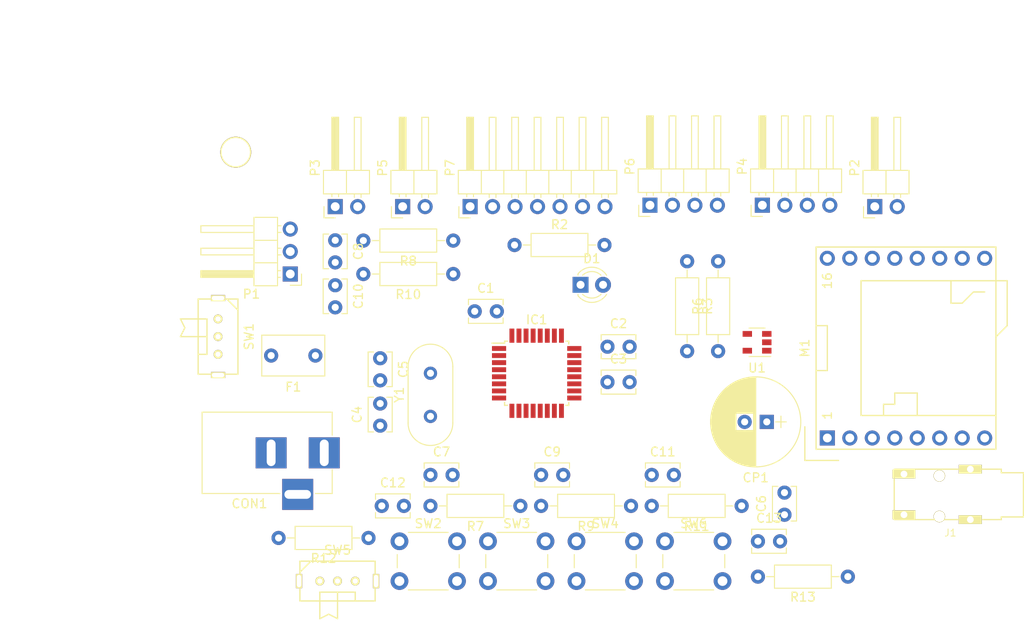
<source format=kicad_pcb>
(kicad_pcb (version 4) (host pcbnew 4.0.1-stable)

  (general
    (links 120)
    (no_connects 120)
    (area 0 0 0 0)
    (thickness 1.6)
    (drawings 14)
    (tracks 0)
    (zones 0)
    (modules 46)
    (nets 45)
  )

  (page A4)
  (layers
    (0 F.Cu signal)
    (31 B.Cu signal)
    (32 B.Adhes user)
    (33 F.Adhes user)
    (34 B.Paste user)
    (35 F.Paste user)
    (36 B.SilkS user)
    (37 F.SilkS user)
    (38 B.Mask user)
    (39 F.Mask user)
    (40 Dwgs.User user)
    (41 Cmts.User user)
    (42 Eco1.User user)
    (43 Eco2.User user)
    (44 Edge.Cuts user)
    (45 Margin user)
    (46 B.CrtYd user)
    (47 F.CrtYd user)
    (48 B.Fab user)
    (49 F.Fab user)
  )

  (setup
    (last_trace_width 0.25)
    (trace_clearance 0.2)
    (zone_clearance 0.508)
    (zone_45_only no)
    (trace_min 0.2)
    (segment_width 0.2)
    (edge_width 0.15)
    (via_size 0.6)
    (via_drill 0.4)
    (via_min_size 0.4)
    (via_min_drill 0.3)
    (uvia_size 0.3)
    (uvia_drill 0.1)
    (uvias_allowed no)
    (uvia_min_size 0.2)
    (uvia_min_drill 0.1)
    (pcb_text_width 0.3)
    (pcb_text_size 1.5 1.5)
    (mod_edge_width 0.15)
    (mod_text_size 1 1)
    (mod_text_width 0.15)
    (pad_size 1.524 1.524)
    (pad_drill 0.762)
    (pad_to_mask_clearance 0.2)
    (aux_axis_origin 51 61)
    (grid_origin 51 61)
    (visible_elements FFFFFF7F)
    (pcbplotparams
      (layerselection 0x00030_80000001)
      (usegerberextensions false)
      (excludeedgelayer true)
      (linewidth 0.100000)
      (plotframeref false)
      (viasonmask false)
      (mode 1)
      (useauxorigin false)
      (hpglpennumber 1)
      (hpglpenspeed 20)
      (hpglpendiameter 15)
      (hpglpenoverlay 2)
      (psnegative false)
      (psa4output false)
      (plotreference true)
      (plotvalue true)
      (plotinvisibletext false)
      (padsonsilk false)
      (subtractmaskfromsilk false)
      (outputformat 1)
      (mirror false)
      (drillshape 1)
      (scaleselection 1)
      (outputdirectory ""))
  )

  (net 0 "")
  (net 1 GND)
  (net 2 VCC)
  (net 3 "Net-(C3-Pad1)")
  (net 4 "Net-(C4-Pad1)")
  (net 5 "Net-(C5-Pad1)")
  (net 6 /A0)
  (net 7 /D6)
  (net 8 /A1)
  (net 9 /D7)
  (net 10 /A2)
  (net 11 /D5)
  (net 12 /A3)
  (net 13 "Net-(CON1-Pad1)")
  (net 14 "Net-(D1-Pad2)")
  (net 15 "Net-(F1-Pad2)")
  (net 16 /ATMEGA_RX)
  (net 17 /D4)
  (net 18 /D8)
  (net 19 /D9)
  (net 20 /D10)
  (net 21 /D11)
  (net 22 /D12)
  (net 23 /D13)
  (net 24 "Net-(IC1-Pad19)")
  (net 25 "Net-(IC1-Pad22)")
  (net 26 /A4)
  (net 27 /A5)
  (net 28 /D0)
  (net 29 /D1)
  (net 30 "Net-(J1-Pad2)")
  (net 31 "Net-(J1-Pad3)")
  (net 32 "Net-(P1-Pad2)")
  (net 33 "Net-(M1-Pad8)")
  (net 34 "Net-(M1-Pad6)")
  (net 35 /ATMEGA_TX)
  (net 36 "Net-(SW5-Pad3)")
  (net 37 "Net-(M1-Pad15)")
  (net 38 "Net-(M1-Pad14)")
  (net 39 "Net-(M1-Pad13)")
  (net 40 "Net-(M1-Pad12)")
  (net 41 "Net-(M1-Pad11)")
  (net 42 "Net-(M1-Pad9)")
  (net 43 /~RESET)
  (net 44 "Net-(C6-Pad1)")

  (net_class Default "これは標準のネット クラスです。"
    (clearance 0.2)
    (trace_width 0.25)
    (via_dia 0.6)
    (via_drill 0.4)
    (uvia_dia 0.3)
    (uvia_drill 0.1)
    (add_net /A0)
    (add_net /A1)
    (add_net /A2)
    (add_net /A3)
    (add_net /A4)
    (add_net /A5)
    (add_net /ATMEGA_RX)
    (add_net /ATMEGA_TX)
    (add_net /D0)
    (add_net /D1)
    (add_net /D10)
    (add_net /D11)
    (add_net /D12)
    (add_net /D13)
    (add_net /D4)
    (add_net /D5)
    (add_net /D6)
    (add_net /D7)
    (add_net /D8)
    (add_net /D9)
    (add_net /~RESET)
    (add_net GND)
    (add_net "Net-(C3-Pad1)")
    (add_net "Net-(C4-Pad1)")
    (add_net "Net-(C5-Pad1)")
    (add_net "Net-(C6-Pad1)")
    (add_net "Net-(CON1-Pad1)")
    (add_net "Net-(D1-Pad2)")
    (add_net "Net-(F1-Pad2)")
    (add_net "Net-(IC1-Pad19)")
    (add_net "Net-(IC1-Pad22)")
    (add_net "Net-(J1-Pad2)")
    (add_net "Net-(J1-Pad3)")
    (add_net "Net-(M1-Pad11)")
    (add_net "Net-(M1-Pad12)")
    (add_net "Net-(M1-Pad13)")
    (add_net "Net-(M1-Pad14)")
    (add_net "Net-(M1-Pad15)")
    (add_net "Net-(M1-Pad6)")
    (add_net "Net-(M1-Pad8)")
    (add_net "Net-(M1-Pad9)")
    (add_net "Net-(P1-Pad2)")
    (add_net "Net-(SW5-Pad3)")
    (add_net VCC)
  )

  (module Capacitors_ThroughHole:C_Disc_D3.8mm_W2.6mm_P2.50mm (layer F.Cu) (tedit 597BC7C2) (tstamp 5B7950FE)
    (at 82 83)
    (descr "C, Disc series, Radial, pin pitch=2.50mm, , diameter*width=3.8*2.6mm^2, Capacitor, http://www.vishay.com/docs/45233/krseries.pdf")
    (tags "C Disc series Radial pin pitch 2.50mm  diameter 3.8mm width 2.6mm Capacitor")
    (path /5B794EA6)
    (fp_text reference C1 (at 1.25 -2.61) (layer F.SilkS)
      (effects (font (size 1 1) (thickness 0.15)))
    )
    (fp_text value 0.1u (at 1.25 2.61) (layer F.Fab)
      (effects (font (size 1 1) (thickness 0.15)))
    )
    (fp_line (start -0.65 -1.3) (end -0.65 1.3) (layer F.Fab) (width 0.1))
    (fp_line (start -0.65 1.3) (end 3.15 1.3) (layer F.Fab) (width 0.1))
    (fp_line (start 3.15 1.3) (end 3.15 -1.3) (layer F.Fab) (width 0.1))
    (fp_line (start 3.15 -1.3) (end -0.65 -1.3) (layer F.Fab) (width 0.1))
    (fp_line (start -0.71 -1.36) (end 3.21 -1.36) (layer F.SilkS) (width 0.12))
    (fp_line (start -0.71 1.36) (end 3.21 1.36) (layer F.SilkS) (width 0.12))
    (fp_line (start -0.71 -1.36) (end -0.71 -0.75) (layer F.SilkS) (width 0.12))
    (fp_line (start -0.71 0.75) (end -0.71 1.36) (layer F.SilkS) (width 0.12))
    (fp_line (start 3.21 -1.36) (end 3.21 -0.75) (layer F.SilkS) (width 0.12))
    (fp_line (start 3.21 0.75) (end 3.21 1.36) (layer F.SilkS) (width 0.12))
    (fp_line (start -1.05 -1.65) (end -1.05 1.65) (layer F.CrtYd) (width 0.05))
    (fp_line (start -1.05 1.65) (end 3.55 1.65) (layer F.CrtYd) (width 0.05))
    (fp_line (start 3.55 1.65) (end 3.55 -1.65) (layer F.CrtYd) (width 0.05))
    (fp_line (start 3.55 -1.65) (end -1.05 -1.65) (layer F.CrtYd) (width 0.05))
    (fp_text user %R (at 1.25 0) (layer F.Fab)
      (effects (font (size 1 1) (thickness 0.15)))
    )
    (pad 1 thru_hole circle (at 0 0) (size 1.6 1.6) (drill 0.8) (layers *.Cu *.Mask)
      (net 2 VCC))
    (pad 2 thru_hole circle (at 2.5 0) (size 1.6 1.6) (drill 0.8) (layers *.Cu *.Mask)
      (net 1 GND))
    (model ${KISYS3DMOD}/Capacitors_THT.3dshapes/C_Disc_D3.8mm_W2.6mm_P2.50mm.wrl
      (at (xyz 0 0 0))
      (scale (xyz 1 1 1))
      (rotate (xyz 0 0 0))
    )
  )

  (module Capacitors_ThroughHole:C_Disc_D3.8mm_W2.6mm_P2.50mm (layer F.Cu) (tedit 597BC7C2) (tstamp 5B795104)
    (at 97 87)
    (descr "C, Disc series, Radial, pin pitch=2.50mm, , diameter*width=3.8*2.6mm^2, Capacitor, http://www.vishay.com/docs/45233/krseries.pdf")
    (tags "C Disc series Radial pin pitch 2.50mm  diameter 3.8mm width 2.6mm Capacitor")
    (path /5B794DC6)
    (fp_text reference C2 (at 1.25 -2.61) (layer F.SilkS)
      (effects (font (size 1 1) (thickness 0.15)))
    )
    (fp_text value 0.1u (at 1.25 2.61) (layer F.Fab)
      (effects (font (size 1 1) (thickness 0.15)))
    )
    (fp_line (start -0.65 -1.3) (end -0.65 1.3) (layer F.Fab) (width 0.1))
    (fp_line (start -0.65 1.3) (end 3.15 1.3) (layer F.Fab) (width 0.1))
    (fp_line (start 3.15 1.3) (end 3.15 -1.3) (layer F.Fab) (width 0.1))
    (fp_line (start 3.15 -1.3) (end -0.65 -1.3) (layer F.Fab) (width 0.1))
    (fp_line (start -0.71 -1.36) (end 3.21 -1.36) (layer F.SilkS) (width 0.12))
    (fp_line (start -0.71 1.36) (end 3.21 1.36) (layer F.SilkS) (width 0.12))
    (fp_line (start -0.71 -1.36) (end -0.71 -0.75) (layer F.SilkS) (width 0.12))
    (fp_line (start -0.71 0.75) (end -0.71 1.36) (layer F.SilkS) (width 0.12))
    (fp_line (start 3.21 -1.36) (end 3.21 -0.75) (layer F.SilkS) (width 0.12))
    (fp_line (start 3.21 0.75) (end 3.21 1.36) (layer F.SilkS) (width 0.12))
    (fp_line (start -1.05 -1.65) (end -1.05 1.65) (layer F.CrtYd) (width 0.05))
    (fp_line (start -1.05 1.65) (end 3.55 1.65) (layer F.CrtYd) (width 0.05))
    (fp_line (start 3.55 1.65) (end 3.55 -1.65) (layer F.CrtYd) (width 0.05))
    (fp_line (start 3.55 -1.65) (end -1.05 -1.65) (layer F.CrtYd) (width 0.05))
    (fp_text user %R (at 1.25 0) (layer F.Fab)
      (effects (font (size 1 1) (thickness 0.15)))
    )
    (pad 1 thru_hole circle (at 0 0) (size 1.6 1.6) (drill 0.8) (layers *.Cu *.Mask)
      (net 2 VCC))
    (pad 2 thru_hole circle (at 2.5 0) (size 1.6 1.6) (drill 0.8) (layers *.Cu *.Mask)
      (net 1 GND))
    (model ${KISYS3DMOD}/Capacitors_THT.3dshapes/C_Disc_D3.8mm_W2.6mm_P2.50mm.wrl
      (at (xyz 0 0 0))
      (scale (xyz 1 1 1))
      (rotate (xyz 0 0 0))
    )
  )

  (module Capacitors_ThroughHole:C_Disc_D3.8mm_W2.6mm_P2.50mm (layer F.Cu) (tedit 597BC7C2) (tstamp 5B79510A)
    (at 97 91)
    (descr "C, Disc series, Radial, pin pitch=2.50mm, , diameter*width=3.8*2.6mm^2, Capacitor, http://www.vishay.com/docs/45233/krseries.pdf")
    (tags "C Disc series Radial pin pitch 2.50mm  diameter 3.8mm width 2.6mm Capacitor")
    (path /5B793188)
    (fp_text reference C3 (at 1.25 -2.61) (layer F.SilkS)
      (effects (font (size 1 1) (thickness 0.15)))
    )
    (fp_text value 0.1u (at 1.25 2.61) (layer F.Fab)
      (effects (font (size 1 1) (thickness 0.15)))
    )
    (fp_line (start -0.65 -1.3) (end -0.65 1.3) (layer F.Fab) (width 0.1))
    (fp_line (start -0.65 1.3) (end 3.15 1.3) (layer F.Fab) (width 0.1))
    (fp_line (start 3.15 1.3) (end 3.15 -1.3) (layer F.Fab) (width 0.1))
    (fp_line (start 3.15 -1.3) (end -0.65 -1.3) (layer F.Fab) (width 0.1))
    (fp_line (start -0.71 -1.36) (end 3.21 -1.36) (layer F.SilkS) (width 0.12))
    (fp_line (start -0.71 1.36) (end 3.21 1.36) (layer F.SilkS) (width 0.12))
    (fp_line (start -0.71 -1.36) (end -0.71 -0.75) (layer F.SilkS) (width 0.12))
    (fp_line (start -0.71 0.75) (end -0.71 1.36) (layer F.SilkS) (width 0.12))
    (fp_line (start 3.21 -1.36) (end 3.21 -0.75) (layer F.SilkS) (width 0.12))
    (fp_line (start 3.21 0.75) (end 3.21 1.36) (layer F.SilkS) (width 0.12))
    (fp_line (start -1.05 -1.65) (end -1.05 1.65) (layer F.CrtYd) (width 0.05))
    (fp_line (start -1.05 1.65) (end 3.55 1.65) (layer F.CrtYd) (width 0.05))
    (fp_line (start 3.55 1.65) (end 3.55 -1.65) (layer F.CrtYd) (width 0.05))
    (fp_line (start 3.55 -1.65) (end -1.05 -1.65) (layer F.CrtYd) (width 0.05))
    (fp_text user %R (at 1.25 0) (layer F.Fab)
      (effects (font (size 1 1) (thickness 0.15)))
    )
    (pad 1 thru_hole circle (at 0 0) (size 1.6 1.6) (drill 0.8) (layers *.Cu *.Mask)
      (net 3 "Net-(C3-Pad1)"))
    (pad 2 thru_hole circle (at 2.5 0) (size 1.6 1.6) (drill 0.8) (layers *.Cu *.Mask)
      (net 1 GND))
    (model ${KISYS3DMOD}/Capacitors_THT.3dshapes/C_Disc_D3.8mm_W2.6mm_P2.50mm.wrl
      (at (xyz 0 0 0))
      (scale (xyz 1 1 1))
      (rotate (xyz 0 0 0))
    )
  )

  (module Capacitors_ThroughHole:C_Disc_D3.8mm_W2.6mm_P2.50mm (layer F.Cu) (tedit 597BC7C2) (tstamp 5B795110)
    (at 71.32 95.925 90)
    (descr "C, Disc series, Radial, pin pitch=2.50mm, , diameter*width=3.8*2.6mm^2, Capacitor, http://www.vishay.com/docs/45233/krseries.pdf")
    (tags "C Disc series Radial pin pitch 2.50mm  diameter 3.8mm width 2.6mm Capacitor")
    (path /5B791561)
    (fp_text reference C4 (at 1.25 -2.61 90) (layer F.SilkS)
      (effects (font (size 1 1) (thickness 0.15)))
    )
    (fp_text value 22p (at 1.25 2.61 90) (layer F.Fab)
      (effects (font (size 1 1) (thickness 0.15)))
    )
    (fp_line (start -0.65 -1.3) (end -0.65 1.3) (layer F.Fab) (width 0.1))
    (fp_line (start -0.65 1.3) (end 3.15 1.3) (layer F.Fab) (width 0.1))
    (fp_line (start 3.15 1.3) (end 3.15 -1.3) (layer F.Fab) (width 0.1))
    (fp_line (start 3.15 -1.3) (end -0.65 -1.3) (layer F.Fab) (width 0.1))
    (fp_line (start -0.71 -1.36) (end 3.21 -1.36) (layer F.SilkS) (width 0.12))
    (fp_line (start -0.71 1.36) (end 3.21 1.36) (layer F.SilkS) (width 0.12))
    (fp_line (start -0.71 -1.36) (end -0.71 -0.75) (layer F.SilkS) (width 0.12))
    (fp_line (start -0.71 0.75) (end -0.71 1.36) (layer F.SilkS) (width 0.12))
    (fp_line (start 3.21 -1.36) (end 3.21 -0.75) (layer F.SilkS) (width 0.12))
    (fp_line (start 3.21 0.75) (end 3.21 1.36) (layer F.SilkS) (width 0.12))
    (fp_line (start -1.05 -1.65) (end -1.05 1.65) (layer F.CrtYd) (width 0.05))
    (fp_line (start -1.05 1.65) (end 3.55 1.65) (layer F.CrtYd) (width 0.05))
    (fp_line (start 3.55 1.65) (end 3.55 -1.65) (layer F.CrtYd) (width 0.05))
    (fp_line (start 3.55 -1.65) (end -1.05 -1.65) (layer F.CrtYd) (width 0.05))
    (fp_text user %R (at 1.25 0 90) (layer F.Fab)
      (effects (font (size 1 1) (thickness 0.15)))
    )
    (pad 1 thru_hole circle (at 0 0 90) (size 1.6 1.6) (drill 0.8) (layers *.Cu *.Mask)
      (net 4 "Net-(C4-Pad1)"))
    (pad 2 thru_hole circle (at 2.5 0 90) (size 1.6 1.6) (drill 0.8) (layers *.Cu *.Mask)
      (net 1 GND))
    (model ${KISYS3DMOD}/Capacitors_THT.3dshapes/C_Disc_D3.8mm_W2.6mm_P2.50mm.wrl
      (at (xyz 0 0 0))
      (scale (xyz 1 1 1))
      (rotate (xyz 0 0 0))
    )
  )

  (module Capacitors_ThroughHole:C_Disc_D3.8mm_W2.6mm_P2.50mm (layer F.Cu) (tedit 597BC7C2) (tstamp 5B795116)
    (at 71.32 88.305 270)
    (descr "C, Disc series, Radial, pin pitch=2.50mm, , diameter*width=3.8*2.6mm^2, Capacitor, http://www.vishay.com/docs/45233/krseries.pdf")
    (tags "C Disc series Radial pin pitch 2.50mm  diameter 3.8mm width 2.6mm Capacitor")
    (path /5B793151)
    (fp_text reference C5 (at 1.25 -2.61 270) (layer F.SilkS)
      (effects (font (size 1 1) (thickness 0.15)))
    )
    (fp_text value 22p (at 1.25 2.61 270) (layer F.Fab)
      (effects (font (size 1 1) (thickness 0.15)))
    )
    (fp_line (start -0.65 -1.3) (end -0.65 1.3) (layer F.Fab) (width 0.1))
    (fp_line (start -0.65 1.3) (end 3.15 1.3) (layer F.Fab) (width 0.1))
    (fp_line (start 3.15 1.3) (end 3.15 -1.3) (layer F.Fab) (width 0.1))
    (fp_line (start 3.15 -1.3) (end -0.65 -1.3) (layer F.Fab) (width 0.1))
    (fp_line (start -0.71 -1.36) (end 3.21 -1.36) (layer F.SilkS) (width 0.12))
    (fp_line (start -0.71 1.36) (end 3.21 1.36) (layer F.SilkS) (width 0.12))
    (fp_line (start -0.71 -1.36) (end -0.71 -0.75) (layer F.SilkS) (width 0.12))
    (fp_line (start -0.71 0.75) (end -0.71 1.36) (layer F.SilkS) (width 0.12))
    (fp_line (start 3.21 -1.36) (end 3.21 -0.75) (layer F.SilkS) (width 0.12))
    (fp_line (start 3.21 0.75) (end 3.21 1.36) (layer F.SilkS) (width 0.12))
    (fp_line (start -1.05 -1.65) (end -1.05 1.65) (layer F.CrtYd) (width 0.05))
    (fp_line (start -1.05 1.65) (end 3.55 1.65) (layer F.CrtYd) (width 0.05))
    (fp_line (start 3.55 1.65) (end 3.55 -1.65) (layer F.CrtYd) (width 0.05))
    (fp_line (start 3.55 -1.65) (end -1.05 -1.65) (layer F.CrtYd) (width 0.05))
    (fp_text user %R (at 1.25 0 270) (layer F.Fab)
      (effects (font (size 1 1) (thickness 0.15)))
    )
    (pad 1 thru_hole circle (at 0 0 270) (size 1.6 1.6) (drill 0.8) (layers *.Cu *.Mask)
      (net 5 "Net-(C5-Pad1)"))
    (pad 2 thru_hole circle (at 2.5 0 270) (size 1.6 1.6) (drill 0.8) (layers *.Cu *.Mask)
      (net 1 GND))
    (model ${KISYS3DMOD}/Capacitors_THT.3dshapes/C_Disc_D3.8mm_W2.6mm_P2.50mm.wrl
      (at (xyz 0 0 0))
      (scale (xyz 1 1 1))
      (rotate (xyz 0 0 0))
    )
  )

  (module Capacitors_ThroughHole:C_Disc_D3.8mm_W2.6mm_P2.50mm (layer F.Cu) (tedit 597BC7C2) (tstamp 5B79511C)
    (at 117 106 90)
    (descr "C, Disc series, Radial, pin pitch=2.50mm, , diameter*width=3.8*2.6mm^2, Capacitor, http://www.vishay.com/docs/45233/krseries.pdf")
    (tags "C Disc series Radial pin pitch 2.50mm  diameter 3.8mm width 2.6mm Capacitor")
    (path /5B797178)
    (fp_text reference C6 (at 1.25 -2.61 90) (layer F.SilkS)
      (effects (font (size 1 1) (thickness 0.15)))
    )
    (fp_text value 0.1u (at 1.25 2.61 90) (layer F.Fab)
      (effects (font (size 1 1) (thickness 0.15)))
    )
    (fp_line (start -0.65 -1.3) (end -0.65 1.3) (layer F.Fab) (width 0.1))
    (fp_line (start -0.65 1.3) (end 3.15 1.3) (layer F.Fab) (width 0.1))
    (fp_line (start 3.15 1.3) (end 3.15 -1.3) (layer F.Fab) (width 0.1))
    (fp_line (start 3.15 -1.3) (end -0.65 -1.3) (layer F.Fab) (width 0.1))
    (fp_line (start -0.71 -1.36) (end 3.21 -1.36) (layer F.SilkS) (width 0.12))
    (fp_line (start -0.71 1.36) (end 3.21 1.36) (layer F.SilkS) (width 0.12))
    (fp_line (start -0.71 -1.36) (end -0.71 -0.75) (layer F.SilkS) (width 0.12))
    (fp_line (start -0.71 0.75) (end -0.71 1.36) (layer F.SilkS) (width 0.12))
    (fp_line (start 3.21 -1.36) (end 3.21 -0.75) (layer F.SilkS) (width 0.12))
    (fp_line (start 3.21 0.75) (end 3.21 1.36) (layer F.SilkS) (width 0.12))
    (fp_line (start -1.05 -1.65) (end -1.05 1.65) (layer F.CrtYd) (width 0.05))
    (fp_line (start -1.05 1.65) (end 3.55 1.65) (layer F.CrtYd) (width 0.05))
    (fp_line (start 3.55 1.65) (end 3.55 -1.65) (layer F.CrtYd) (width 0.05))
    (fp_line (start 3.55 -1.65) (end -1.05 -1.65) (layer F.CrtYd) (width 0.05))
    (fp_text user %R (at 1.25 0 90) (layer F.Fab)
      (effects (font (size 1 1) (thickness 0.15)))
    )
    (pad 1 thru_hole circle (at 0 0 90) (size 1.6 1.6) (drill 0.8) (layers *.Cu *.Mask)
      (net 44 "Net-(C6-Pad1)"))
    (pad 2 thru_hole circle (at 2.5 0 90) (size 1.6 1.6) (drill 0.8) (layers *.Cu *.Mask)
      (net 1 GND))
    (model ${KISYS3DMOD}/Capacitors_THT.3dshapes/C_Disc_D3.8mm_W2.6mm_P2.50mm.wrl
      (at (xyz 0 0 0))
      (scale (xyz 1 1 1))
      (rotate (xyz 0 0 0))
    )
  )

  (module Capacitors_ThroughHole:C_Disc_D3.8mm_W2.6mm_P2.50mm (layer F.Cu) (tedit 597BC7C2) (tstamp 5B795122)
    (at 77 101.5)
    (descr "C, Disc series, Radial, pin pitch=2.50mm, , diameter*width=3.8*2.6mm^2, Capacitor, http://www.vishay.com/docs/45233/krseries.pdf")
    (tags "C Disc series Radial pin pitch 2.50mm  diameter 3.8mm width 2.6mm Capacitor")
    (path /5B7A3CC8)
    (fp_text reference C7 (at 1.25 -2.61) (layer F.SilkS)
      (effects (font (size 1 1) (thickness 0.15)))
    )
    (fp_text value 0.1u (at 1.25 2.61) (layer F.Fab)
      (effects (font (size 1 1) (thickness 0.15)))
    )
    (fp_line (start -0.65 -1.3) (end -0.65 1.3) (layer F.Fab) (width 0.1))
    (fp_line (start -0.65 1.3) (end 3.15 1.3) (layer F.Fab) (width 0.1))
    (fp_line (start 3.15 1.3) (end 3.15 -1.3) (layer F.Fab) (width 0.1))
    (fp_line (start 3.15 -1.3) (end -0.65 -1.3) (layer F.Fab) (width 0.1))
    (fp_line (start -0.71 -1.36) (end 3.21 -1.36) (layer F.SilkS) (width 0.12))
    (fp_line (start -0.71 1.36) (end 3.21 1.36) (layer F.SilkS) (width 0.12))
    (fp_line (start -0.71 -1.36) (end -0.71 -0.75) (layer F.SilkS) (width 0.12))
    (fp_line (start -0.71 0.75) (end -0.71 1.36) (layer F.SilkS) (width 0.12))
    (fp_line (start 3.21 -1.36) (end 3.21 -0.75) (layer F.SilkS) (width 0.12))
    (fp_line (start 3.21 0.75) (end 3.21 1.36) (layer F.SilkS) (width 0.12))
    (fp_line (start -1.05 -1.65) (end -1.05 1.65) (layer F.CrtYd) (width 0.05))
    (fp_line (start -1.05 1.65) (end 3.55 1.65) (layer F.CrtYd) (width 0.05))
    (fp_line (start 3.55 1.65) (end 3.55 -1.65) (layer F.CrtYd) (width 0.05))
    (fp_line (start 3.55 -1.65) (end -1.05 -1.65) (layer F.CrtYd) (width 0.05))
    (fp_text user %R (at 1.25 0) (layer F.Fab)
      (effects (font (size 1 1) (thickness 0.15)))
    )
    (pad 1 thru_hole circle (at 0 0) (size 1.6 1.6) (drill 0.8) (layers *.Cu *.Mask)
      (net 6 /A0))
    (pad 2 thru_hole circle (at 2.5 0) (size 1.6 1.6) (drill 0.8) (layers *.Cu *.Mask)
      (net 1 GND))
    (model ${KISYS3DMOD}/Capacitors_THT.3dshapes/C_Disc_D3.8mm_W2.6mm_P2.50mm.wrl
      (at (xyz 0 0 0))
      (scale (xyz 1 1 1))
      (rotate (xyz 0 0 0))
    )
  )

  (module Capacitors_ThroughHole:C_Disc_D3.8mm_W2.6mm_P2.50mm (layer F.Cu) (tedit 597BC7C2) (tstamp 5B795128)
    (at 66.24 74.97 270)
    (descr "C, Disc series, Radial, pin pitch=2.50mm, , diameter*width=3.8*2.6mm^2, Capacitor, http://www.vishay.com/docs/45233/krseries.pdf")
    (tags "C Disc series Radial pin pitch 2.50mm  diameter 3.8mm width 2.6mm Capacitor")
    (path /5B7A4037)
    (fp_text reference C8 (at 1.25 -2.61 270) (layer F.SilkS)
      (effects (font (size 1 1) (thickness 0.15)))
    )
    (fp_text value 0.1u (at 1.25 2.61 270) (layer F.Fab)
      (effects (font (size 1 1) (thickness 0.15)))
    )
    (fp_line (start -0.65 -1.3) (end -0.65 1.3) (layer F.Fab) (width 0.1))
    (fp_line (start -0.65 1.3) (end 3.15 1.3) (layer F.Fab) (width 0.1))
    (fp_line (start 3.15 1.3) (end 3.15 -1.3) (layer F.Fab) (width 0.1))
    (fp_line (start 3.15 -1.3) (end -0.65 -1.3) (layer F.Fab) (width 0.1))
    (fp_line (start -0.71 -1.36) (end 3.21 -1.36) (layer F.SilkS) (width 0.12))
    (fp_line (start -0.71 1.36) (end 3.21 1.36) (layer F.SilkS) (width 0.12))
    (fp_line (start -0.71 -1.36) (end -0.71 -0.75) (layer F.SilkS) (width 0.12))
    (fp_line (start -0.71 0.75) (end -0.71 1.36) (layer F.SilkS) (width 0.12))
    (fp_line (start 3.21 -1.36) (end 3.21 -0.75) (layer F.SilkS) (width 0.12))
    (fp_line (start 3.21 0.75) (end 3.21 1.36) (layer F.SilkS) (width 0.12))
    (fp_line (start -1.05 -1.65) (end -1.05 1.65) (layer F.CrtYd) (width 0.05))
    (fp_line (start -1.05 1.65) (end 3.55 1.65) (layer F.CrtYd) (width 0.05))
    (fp_line (start 3.55 1.65) (end 3.55 -1.65) (layer F.CrtYd) (width 0.05))
    (fp_line (start 3.55 -1.65) (end -1.05 -1.65) (layer F.CrtYd) (width 0.05))
    (fp_text user %R (at 1.25 0 270) (layer F.Fab)
      (effects (font (size 1 1) (thickness 0.15)))
    )
    (pad 1 thru_hole circle (at 0 0 270) (size 1.6 1.6) (drill 0.8) (layers *.Cu *.Mask)
      (net 7 /D6))
    (pad 2 thru_hole circle (at 2.5 0 270) (size 1.6 1.6) (drill 0.8) (layers *.Cu *.Mask)
      (net 1 GND))
    (model ${KISYS3DMOD}/Capacitors_THT.3dshapes/C_Disc_D3.8mm_W2.6mm_P2.50mm.wrl
      (at (xyz 0 0 0))
      (scale (xyz 1 1 1))
      (rotate (xyz 0 0 0))
    )
  )

  (module Capacitors_ThroughHole:C_Disc_D3.8mm_W2.6mm_P2.50mm (layer F.Cu) (tedit 597BC7C2) (tstamp 5B79512E)
    (at 89.5 101.5)
    (descr "C, Disc series, Radial, pin pitch=2.50mm, , diameter*width=3.8*2.6mm^2, Capacitor, http://www.vishay.com/docs/45233/krseries.pdf")
    (tags "C Disc series Radial pin pitch 2.50mm  diameter 3.8mm width 2.6mm Capacitor")
    (path /5B7A6B24)
    (fp_text reference C9 (at 1.25 -2.61) (layer F.SilkS)
      (effects (font (size 1 1) (thickness 0.15)))
    )
    (fp_text value 0.1u (at 1.25 2.61) (layer F.Fab)
      (effects (font (size 1 1) (thickness 0.15)))
    )
    (fp_line (start -0.65 -1.3) (end -0.65 1.3) (layer F.Fab) (width 0.1))
    (fp_line (start -0.65 1.3) (end 3.15 1.3) (layer F.Fab) (width 0.1))
    (fp_line (start 3.15 1.3) (end 3.15 -1.3) (layer F.Fab) (width 0.1))
    (fp_line (start 3.15 -1.3) (end -0.65 -1.3) (layer F.Fab) (width 0.1))
    (fp_line (start -0.71 -1.36) (end 3.21 -1.36) (layer F.SilkS) (width 0.12))
    (fp_line (start -0.71 1.36) (end 3.21 1.36) (layer F.SilkS) (width 0.12))
    (fp_line (start -0.71 -1.36) (end -0.71 -0.75) (layer F.SilkS) (width 0.12))
    (fp_line (start -0.71 0.75) (end -0.71 1.36) (layer F.SilkS) (width 0.12))
    (fp_line (start 3.21 -1.36) (end 3.21 -0.75) (layer F.SilkS) (width 0.12))
    (fp_line (start 3.21 0.75) (end 3.21 1.36) (layer F.SilkS) (width 0.12))
    (fp_line (start -1.05 -1.65) (end -1.05 1.65) (layer F.CrtYd) (width 0.05))
    (fp_line (start -1.05 1.65) (end 3.55 1.65) (layer F.CrtYd) (width 0.05))
    (fp_line (start 3.55 1.65) (end 3.55 -1.65) (layer F.CrtYd) (width 0.05))
    (fp_line (start 3.55 -1.65) (end -1.05 -1.65) (layer F.CrtYd) (width 0.05))
    (fp_text user %R (at 1.25 0) (layer F.Fab)
      (effects (font (size 1 1) (thickness 0.15)))
    )
    (pad 1 thru_hole circle (at 0 0) (size 1.6 1.6) (drill 0.8) (layers *.Cu *.Mask)
      (net 8 /A1))
    (pad 2 thru_hole circle (at 2.5 0) (size 1.6 1.6) (drill 0.8) (layers *.Cu *.Mask)
      (net 1 GND))
    (model ${KISYS3DMOD}/Capacitors_THT.3dshapes/C_Disc_D3.8mm_W2.6mm_P2.50mm.wrl
      (at (xyz 0 0 0))
      (scale (xyz 1 1 1))
      (rotate (xyz 0 0 0))
    )
  )

  (module Capacitors_ThroughHole:C_Disc_D3.8mm_W2.6mm_P2.50mm (layer F.Cu) (tedit 597BC7C2) (tstamp 5B795134)
    (at 66.24 80.05 270)
    (descr "C, Disc series, Radial, pin pitch=2.50mm, , diameter*width=3.8*2.6mm^2, Capacitor, http://www.vishay.com/docs/45233/krseries.pdf")
    (tags "C Disc series Radial pin pitch 2.50mm  diameter 3.8mm width 2.6mm Capacitor")
    (path /5B79F943)
    (fp_text reference C10 (at 1.25 -2.61 270) (layer F.SilkS)
      (effects (font (size 1 1) (thickness 0.15)))
    )
    (fp_text value 0.1u (at 1.25 2.61 270) (layer F.Fab)
      (effects (font (size 1 1) (thickness 0.15)))
    )
    (fp_line (start -0.65 -1.3) (end -0.65 1.3) (layer F.Fab) (width 0.1))
    (fp_line (start -0.65 1.3) (end 3.15 1.3) (layer F.Fab) (width 0.1))
    (fp_line (start 3.15 1.3) (end 3.15 -1.3) (layer F.Fab) (width 0.1))
    (fp_line (start 3.15 -1.3) (end -0.65 -1.3) (layer F.Fab) (width 0.1))
    (fp_line (start -0.71 -1.36) (end 3.21 -1.36) (layer F.SilkS) (width 0.12))
    (fp_line (start -0.71 1.36) (end 3.21 1.36) (layer F.SilkS) (width 0.12))
    (fp_line (start -0.71 -1.36) (end -0.71 -0.75) (layer F.SilkS) (width 0.12))
    (fp_line (start -0.71 0.75) (end -0.71 1.36) (layer F.SilkS) (width 0.12))
    (fp_line (start 3.21 -1.36) (end 3.21 -0.75) (layer F.SilkS) (width 0.12))
    (fp_line (start 3.21 0.75) (end 3.21 1.36) (layer F.SilkS) (width 0.12))
    (fp_line (start -1.05 -1.65) (end -1.05 1.65) (layer F.CrtYd) (width 0.05))
    (fp_line (start -1.05 1.65) (end 3.55 1.65) (layer F.CrtYd) (width 0.05))
    (fp_line (start 3.55 1.65) (end 3.55 -1.65) (layer F.CrtYd) (width 0.05))
    (fp_line (start 3.55 -1.65) (end -1.05 -1.65) (layer F.CrtYd) (width 0.05))
    (fp_text user %R (at 1.25 0 270) (layer F.Fab)
      (effects (font (size 1 1) (thickness 0.15)))
    )
    (pad 1 thru_hole circle (at 0 0 270) (size 1.6 1.6) (drill 0.8) (layers *.Cu *.Mask)
      (net 9 /D7))
    (pad 2 thru_hole circle (at 2.5 0 270) (size 1.6 1.6) (drill 0.8) (layers *.Cu *.Mask)
      (net 1 GND))
    (model ${KISYS3DMOD}/Capacitors_THT.3dshapes/C_Disc_D3.8mm_W2.6mm_P2.50mm.wrl
      (at (xyz 0 0 0))
      (scale (xyz 1 1 1))
      (rotate (xyz 0 0 0))
    )
  )

  (module Capacitors_ThroughHole:C_Disc_D3.8mm_W2.6mm_P2.50mm (layer F.Cu) (tedit 597BC7C2) (tstamp 5B79513A)
    (at 102 101.5)
    (descr "C, Disc series, Radial, pin pitch=2.50mm, , diameter*width=3.8*2.6mm^2, Capacitor, http://www.vishay.com/docs/45233/krseries.pdf")
    (tags "C Disc series Radial pin pitch 2.50mm  diameter 3.8mm width 2.6mm Capacitor")
    (path /5B7A7D32)
    (fp_text reference C11 (at 1.25 -2.61) (layer F.SilkS)
      (effects (font (size 1 1) (thickness 0.15)))
    )
    (fp_text value 0.1u (at 1.25 2.61) (layer F.Fab)
      (effects (font (size 1 1) (thickness 0.15)))
    )
    (fp_line (start -0.65 -1.3) (end -0.65 1.3) (layer F.Fab) (width 0.1))
    (fp_line (start -0.65 1.3) (end 3.15 1.3) (layer F.Fab) (width 0.1))
    (fp_line (start 3.15 1.3) (end 3.15 -1.3) (layer F.Fab) (width 0.1))
    (fp_line (start 3.15 -1.3) (end -0.65 -1.3) (layer F.Fab) (width 0.1))
    (fp_line (start -0.71 -1.36) (end 3.21 -1.36) (layer F.SilkS) (width 0.12))
    (fp_line (start -0.71 1.36) (end 3.21 1.36) (layer F.SilkS) (width 0.12))
    (fp_line (start -0.71 -1.36) (end -0.71 -0.75) (layer F.SilkS) (width 0.12))
    (fp_line (start -0.71 0.75) (end -0.71 1.36) (layer F.SilkS) (width 0.12))
    (fp_line (start 3.21 -1.36) (end 3.21 -0.75) (layer F.SilkS) (width 0.12))
    (fp_line (start 3.21 0.75) (end 3.21 1.36) (layer F.SilkS) (width 0.12))
    (fp_line (start -1.05 -1.65) (end -1.05 1.65) (layer F.CrtYd) (width 0.05))
    (fp_line (start -1.05 1.65) (end 3.55 1.65) (layer F.CrtYd) (width 0.05))
    (fp_line (start 3.55 1.65) (end 3.55 -1.65) (layer F.CrtYd) (width 0.05))
    (fp_line (start 3.55 -1.65) (end -1.05 -1.65) (layer F.CrtYd) (width 0.05))
    (fp_text user %R (at 1.25 0) (layer F.Fab)
      (effects (font (size 1 1) (thickness 0.15)))
    )
    (pad 1 thru_hole circle (at 0 0) (size 1.6 1.6) (drill 0.8) (layers *.Cu *.Mask)
      (net 10 /A2))
    (pad 2 thru_hole circle (at 2.5 0) (size 1.6 1.6) (drill 0.8) (layers *.Cu *.Mask)
      (net 1 GND))
    (model ${KISYS3DMOD}/Capacitors_THT.3dshapes/C_Disc_D3.8mm_W2.6mm_P2.50mm.wrl
      (at (xyz 0 0 0))
      (scale (xyz 1 1 1))
      (rotate (xyz 0 0 0))
    )
  )

  (module Capacitors_ThroughHole:C_Disc_D3.8mm_W2.6mm_P2.50mm (layer F.Cu) (tedit 597BC7C2) (tstamp 5B795140)
    (at 71.5 105)
    (descr "C, Disc series, Radial, pin pitch=2.50mm, , diameter*width=3.8*2.6mm^2, Capacitor, http://www.vishay.com/docs/45233/krseries.pdf")
    (tags "C Disc series Radial pin pitch 2.50mm  diameter 3.8mm width 2.6mm Capacitor")
    (path /5B7B3130)
    (fp_text reference C12 (at 1.25 -2.61) (layer F.SilkS)
      (effects (font (size 1 1) (thickness 0.15)))
    )
    (fp_text value 0.1u (at 1.25 2.61) (layer F.Fab)
      (effects (font (size 1 1) (thickness 0.15)))
    )
    (fp_line (start -0.65 -1.3) (end -0.65 1.3) (layer F.Fab) (width 0.1))
    (fp_line (start -0.65 1.3) (end 3.15 1.3) (layer F.Fab) (width 0.1))
    (fp_line (start 3.15 1.3) (end 3.15 -1.3) (layer F.Fab) (width 0.1))
    (fp_line (start 3.15 -1.3) (end -0.65 -1.3) (layer F.Fab) (width 0.1))
    (fp_line (start -0.71 -1.36) (end 3.21 -1.36) (layer F.SilkS) (width 0.12))
    (fp_line (start -0.71 1.36) (end 3.21 1.36) (layer F.SilkS) (width 0.12))
    (fp_line (start -0.71 -1.36) (end -0.71 -0.75) (layer F.SilkS) (width 0.12))
    (fp_line (start -0.71 0.75) (end -0.71 1.36) (layer F.SilkS) (width 0.12))
    (fp_line (start 3.21 -1.36) (end 3.21 -0.75) (layer F.SilkS) (width 0.12))
    (fp_line (start 3.21 0.75) (end 3.21 1.36) (layer F.SilkS) (width 0.12))
    (fp_line (start -1.05 -1.65) (end -1.05 1.65) (layer F.CrtYd) (width 0.05))
    (fp_line (start -1.05 1.65) (end 3.55 1.65) (layer F.CrtYd) (width 0.05))
    (fp_line (start 3.55 1.65) (end 3.55 -1.65) (layer F.CrtYd) (width 0.05))
    (fp_line (start 3.55 -1.65) (end -1.05 -1.65) (layer F.CrtYd) (width 0.05))
    (fp_text user %R (at 1.25 0) (layer F.Fab)
      (effects (font (size 1 1) (thickness 0.15)))
    )
    (pad 1 thru_hole circle (at 0 0) (size 1.6 1.6) (drill 0.8) (layers *.Cu *.Mask)
      (net 11 /D5))
    (pad 2 thru_hole circle (at 2.5 0) (size 1.6 1.6) (drill 0.8) (layers *.Cu *.Mask)
      (net 1 GND))
    (model ${KISYS3DMOD}/Capacitors_THT.3dshapes/C_Disc_D3.8mm_W2.6mm_P2.50mm.wrl
      (at (xyz 0 0 0))
      (scale (xyz 1 1 1))
      (rotate (xyz 0 0 0))
    )
  )

  (module Capacitors_ThroughHole:C_Disc_D3.8mm_W2.6mm_P2.50mm (layer F.Cu) (tedit 597BC7C2) (tstamp 5B795146)
    (at 114 109)
    (descr "C, Disc series, Radial, pin pitch=2.50mm, , diameter*width=3.8*2.6mm^2, Capacitor, http://www.vishay.com/docs/45233/krseries.pdf")
    (tags "C Disc series Radial pin pitch 2.50mm  diameter 3.8mm width 2.6mm Capacitor")
    (path /5B7A7D58)
    (fp_text reference C13 (at 1.25 -2.61) (layer F.SilkS)
      (effects (font (size 1 1) (thickness 0.15)))
    )
    (fp_text value 0.1u (at 1.25 2.61) (layer F.Fab)
      (effects (font (size 1 1) (thickness 0.15)))
    )
    (fp_line (start -0.65 -1.3) (end -0.65 1.3) (layer F.Fab) (width 0.1))
    (fp_line (start -0.65 1.3) (end 3.15 1.3) (layer F.Fab) (width 0.1))
    (fp_line (start 3.15 1.3) (end 3.15 -1.3) (layer F.Fab) (width 0.1))
    (fp_line (start 3.15 -1.3) (end -0.65 -1.3) (layer F.Fab) (width 0.1))
    (fp_line (start -0.71 -1.36) (end 3.21 -1.36) (layer F.SilkS) (width 0.12))
    (fp_line (start -0.71 1.36) (end 3.21 1.36) (layer F.SilkS) (width 0.12))
    (fp_line (start -0.71 -1.36) (end -0.71 -0.75) (layer F.SilkS) (width 0.12))
    (fp_line (start -0.71 0.75) (end -0.71 1.36) (layer F.SilkS) (width 0.12))
    (fp_line (start 3.21 -1.36) (end 3.21 -0.75) (layer F.SilkS) (width 0.12))
    (fp_line (start 3.21 0.75) (end 3.21 1.36) (layer F.SilkS) (width 0.12))
    (fp_line (start -1.05 -1.65) (end -1.05 1.65) (layer F.CrtYd) (width 0.05))
    (fp_line (start -1.05 1.65) (end 3.55 1.65) (layer F.CrtYd) (width 0.05))
    (fp_line (start 3.55 1.65) (end 3.55 -1.65) (layer F.CrtYd) (width 0.05))
    (fp_line (start 3.55 -1.65) (end -1.05 -1.65) (layer F.CrtYd) (width 0.05))
    (fp_text user %R (at 1 0) (layer F.Fab)
      (effects (font (size 1 1) (thickness 0.15)))
    )
    (pad 1 thru_hole circle (at 0 0) (size 1.6 1.6) (drill 0.8) (layers *.Cu *.Mask)
      (net 12 /A3))
    (pad 2 thru_hole circle (at 2.5 0) (size 1.6 1.6) (drill 0.8) (layers *.Cu *.Mask)
      (net 1 GND))
    (model ${KISYS3DMOD}/Capacitors_THT.3dshapes/C_Disc_D3.8mm_W2.6mm_P2.50mm.wrl
      (at (xyz 0 0 0))
      (scale (xyz 1 1 1))
      (rotate (xyz 0 0 0))
    )
  )

  (module Connect:BARREL_JACK (layer F.Cu) (tedit 5861378E) (tstamp 5B79514D)
    (at 65 99)
    (descr "DC Barrel Jack")
    (tags "Power Jack")
    (path /5B79A459)
    (fp_text reference CON1 (at -8.45 5.75 180) (layer F.SilkS)
      (effects (font (size 1 1) (thickness 0.15)))
    )
    (fp_text value BARREL_JACK (at -6.2 -5.5) (layer F.Fab)
      (effects (font (size 1 1) (thickness 0.15)))
    )
    (fp_line (start 1 -4.5) (end 1 -4.75) (layer F.CrtYd) (width 0.05))
    (fp_line (start 1 -4.75) (end -14 -4.75) (layer F.CrtYd) (width 0.05))
    (fp_line (start 1 -4.5) (end 1 -2) (layer F.CrtYd) (width 0.05))
    (fp_line (start 1 -2) (end 2 -2) (layer F.CrtYd) (width 0.05))
    (fp_line (start 2 -2) (end 2 2) (layer F.CrtYd) (width 0.05))
    (fp_line (start 2 2) (end 1 2) (layer F.CrtYd) (width 0.05))
    (fp_line (start 1 2) (end 1 4.75) (layer F.CrtYd) (width 0.05))
    (fp_line (start 1 4.75) (end -1 4.75) (layer F.CrtYd) (width 0.05))
    (fp_line (start -1 4.75) (end -1 6.75) (layer F.CrtYd) (width 0.05))
    (fp_line (start -1 6.75) (end -5 6.75) (layer F.CrtYd) (width 0.05))
    (fp_line (start -5 6.75) (end -5 4.75) (layer F.CrtYd) (width 0.05))
    (fp_line (start -5 4.75) (end -14 4.75) (layer F.CrtYd) (width 0.05))
    (fp_line (start -14 4.75) (end -14 -4.75) (layer F.CrtYd) (width 0.05))
    (fp_line (start -5 4.6) (end -13.8 4.6) (layer F.SilkS) (width 0.12))
    (fp_line (start -13.8 4.6) (end -13.8 -4.6) (layer F.SilkS) (width 0.12))
    (fp_line (start 0.9 1.9) (end 0.9 4.6) (layer F.SilkS) (width 0.12))
    (fp_line (start 0.9 4.6) (end -1 4.6) (layer F.SilkS) (width 0.12))
    (fp_line (start -13.8 -4.6) (end 0.9 -4.6) (layer F.SilkS) (width 0.12))
    (fp_line (start 0.9 -4.6) (end 0.9 -2) (layer F.SilkS) (width 0.12))
    (fp_line (start -10.2 -4.5) (end -10.2 4.5) (layer F.Fab) (width 0.1))
    (fp_line (start -13.7 -4.5) (end -13.7 4.5) (layer F.Fab) (width 0.1))
    (fp_line (start -13.7 4.5) (end 0.8 4.5) (layer F.Fab) (width 0.1))
    (fp_line (start 0.8 4.5) (end 0.8 -4.5) (layer F.Fab) (width 0.1))
    (fp_line (start 0.8 -4.5) (end -13.7 -4.5) (layer F.Fab) (width 0.1))
    (pad 1 thru_hole rect (at 0 0) (size 3.5 3.5) (drill oval 1 3) (layers *.Cu *.Mask)
      (net 13 "Net-(CON1-Pad1)"))
    (pad 2 thru_hole rect (at -6 0) (size 3.5 3.5) (drill oval 1 3) (layers *.Cu *.Mask)
      (net 1 GND))
    (pad 3 thru_hole rect (at -3 4.7) (size 3.5 3.5) (drill oval 3 1) (layers *.Cu *.Mask)
      (net 1 GND))
  )

  (module LEDs:LED_D3.0mm (layer F.Cu) (tedit 587A3A7B) (tstamp 5B795153)
    (at 93.96 80)
    (descr "LED, diameter 3.0mm, 2 pins")
    (tags "LED diameter 3.0mm 2 pins")
    (path /5B795926)
    (fp_text reference D1 (at 1.27 -2.96) (layer F.SilkS)
      (effects (font (size 1 1) (thickness 0.15)))
    )
    (fp_text value LED (at 1.27 2.96) (layer F.Fab)
      (effects (font (size 1 1) (thickness 0.15)))
    )
    (fp_arc (start 1.27 0) (end -0.23 -1.16619) (angle 284.3) (layer F.Fab) (width 0.1))
    (fp_arc (start 1.27 0) (end -0.29 -1.235516) (angle 108.8) (layer F.SilkS) (width 0.12))
    (fp_arc (start 1.27 0) (end -0.29 1.235516) (angle -108.8) (layer F.SilkS) (width 0.12))
    (fp_arc (start 1.27 0) (end 0.229039 -1.08) (angle 87.9) (layer F.SilkS) (width 0.12))
    (fp_arc (start 1.27 0) (end 0.229039 1.08) (angle -87.9) (layer F.SilkS) (width 0.12))
    (fp_circle (center 1.27 0) (end 2.77 0) (layer F.Fab) (width 0.1))
    (fp_line (start -0.23 -1.16619) (end -0.23 1.16619) (layer F.Fab) (width 0.1))
    (fp_line (start -0.29 -1.236) (end -0.29 -1.08) (layer F.SilkS) (width 0.12))
    (fp_line (start -0.29 1.08) (end -0.29 1.236) (layer F.SilkS) (width 0.12))
    (fp_line (start -1.15 -2.25) (end -1.15 2.25) (layer F.CrtYd) (width 0.05))
    (fp_line (start -1.15 2.25) (end 3.7 2.25) (layer F.CrtYd) (width 0.05))
    (fp_line (start 3.7 2.25) (end 3.7 -2.25) (layer F.CrtYd) (width 0.05))
    (fp_line (start 3.7 -2.25) (end -1.15 -2.25) (layer F.CrtYd) (width 0.05))
    (pad 1 thru_hole rect (at 0 0) (size 1.8 1.8) (drill 0.9) (layers *.Cu *.Mask)
      (net 1 GND))
    (pad 2 thru_hole circle (at 2.54 0) (size 1.8 1.8) (drill 0.9) (layers *.Cu *.Mask)
      (net 14 "Net-(D1-Pad2)"))
    (model ${KISYS3DMOD}/LEDs.3dshapes/LED_D3.0mm.wrl
      (at (xyz 0 0 0))
      (scale (xyz 0.393701 0.393701 0.393701))
      (rotate (xyz 0 0 0))
    )
  )

  (module Capacitors_ThroughHole:C_Rect_L7.0mm_W4.5mm_P5.00mm (layer F.Cu) (tedit 597BC7C2) (tstamp 5B795159)
    (at 64 88 180)
    (descr "C, Rect series, Radial, pin pitch=5.00mm, , length*width=7*4.5mm^2, Capacitor")
    (tags "C Rect series Radial pin pitch 5.00mm  length 7mm width 4.5mm Capacitor")
    (path /5B79423D)
    (fp_text reference F1 (at 2.5 -3.56 180) (layer F.SilkS)
      (effects (font (size 1 1) (thickness 0.15)))
    )
    (fp_text value MAX:50mA (at 2.5 3.56 180) (layer F.Fab)
      (effects (font (size 1 1) (thickness 0.15)))
    )
    (fp_line (start -1 -2.25) (end -1 2.25) (layer F.Fab) (width 0.1))
    (fp_line (start -1 2.25) (end 6 2.25) (layer F.Fab) (width 0.1))
    (fp_line (start 6 2.25) (end 6 -2.25) (layer F.Fab) (width 0.1))
    (fp_line (start 6 -2.25) (end -1 -2.25) (layer F.Fab) (width 0.1))
    (fp_line (start -1.06 -2.31) (end 6.06 -2.31) (layer F.SilkS) (width 0.12))
    (fp_line (start -1.06 2.31) (end 6.06 2.31) (layer F.SilkS) (width 0.12))
    (fp_line (start -1.06 -2.31) (end -1.06 2.31) (layer F.SilkS) (width 0.12))
    (fp_line (start 6.06 -2.31) (end 6.06 2.31) (layer F.SilkS) (width 0.12))
    (fp_line (start -1.35 -2.6) (end -1.35 2.6) (layer F.CrtYd) (width 0.05))
    (fp_line (start -1.35 2.6) (end 6.35 2.6) (layer F.CrtYd) (width 0.05))
    (fp_line (start 6.35 2.6) (end 6.35 -2.6) (layer F.CrtYd) (width 0.05))
    (fp_line (start 6.35 -2.6) (end -1.35 -2.6) (layer F.CrtYd) (width 0.05))
    (fp_text user %R (at 2.5 0 180) (layer F.Fab)
      (effects (font (size 1 1) (thickness 0.15)))
    )
    (pad 1 thru_hole circle (at 0 0 180) (size 1.6 1.6) (drill 0.8) (layers *.Cu *.Mask)
      (net 2 VCC))
    (pad 2 thru_hole circle (at 5 0 180) (size 1.6 1.6) (drill 0.8) (layers *.Cu *.Mask)
      (net 15 "Net-(F1-Pad2)"))
    (model ${KISYS3DMOD}/Capacitors_THT.3dshapes/C_Rect_L7.0mm_W4.5mm_P5.00mm.wrl
      (at (xyz 0 0 0))
      (scale (xyz 1 1 1))
      (rotate (xyz 0 0 0))
    )
  )

  (module Housings_QFP:TQFP-32_7x7mm_Pitch0.8mm (layer F.Cu) (tedit 58CC9A48) (tstamp 5B79517D)
    (at 89 90)
    (descr "32-Lead Plastic Thin Quad Flatpack (PT) - 7x7x1.0 mm Body, 2.00 mm [TQFP] (see Microchip Packaging Specification 00000049BS.pdf)")
    (tags "QFP 0.8")
    (path /5B790141)
    (attr smd)
    (fp_text reference IC1 (at 0 -6.05) (layer F.SilkS)
      (effects (font (size 1 1) (thickness 0.15)))
    )
    (fp_text value ATMEGA328P-A (at 0 6.05) (layer F.Fab)
      (effects (font (size 1 1) (thickness 0.15)))
    )
    (fp_text user %R (at 0 0) (layer F.Fab)
      (effects (font (size 1 1) (thickness 0.15)))
    )
    (fp_line (start -2.5 -3.5) (end 3.5 -3.5) (layer F.Fab) (width 0.15))
    (fp_line (start 3.5 -3.5) (end 3.5 3.5) (layer F.Fab) (width 0.15))
    (fp_line (start 3.5 3.5) (end -3.5 3.5) (layer F.Fab) (width 0.15))
    (fp_line (start -3.5 3.5) (end -3.5 -2.5) (layer F.Fab) (width 0.15))
    (fp_line (start -3.5 -2.5) (end -2.5 -3.5) (layer F.Fab) (width 0.15))
    (fp_line (start -5.3 -5.3) (end -5.3 5.3) (layer F.CrtYd) (width 0.05))
    (fp_line (start 5.3 -5.3) (end 5.3 5.3) (layer F.CrtYd) (width 0.05))
    (fp_line (start -5.3 -5.3) (end 5.3 -5.3) (layer F.CrtYd) (width 0.05))
    (fp_line (start -5.3 5.3) (end 5.3 5.3) (layer F.CrtYd) (width 0.05))
    (fp_line (start -3.625 -3.625) (end -3.625 -3.4) (layer F.SilkS) (width 0.15))
    (fp_line (start 3.625 -3.625) (end 3.625 -3.3) (layer F.SilkS) (width 0.15))
    (fp_line (start 3.625 3.625) (end 3.625 3.3) (layer F.SilkS) (width 0.15))
    (fp_line (start -3.625 3.625) (end -3.625 3.3) (layer F.SilkS) (width 0.15))
    (fp_line (start -3.625 -3.625) (end -3.3 -3.625) (layer F.SilkS) (width 0.15))
    (fp_line (start -3.625 3.625) (end -3.3 3.625) (layer F.SilkS) (width 0.15))
    (fp_line (start 3.625 3.625) (end 3.3 3.625) (layer F.SilkS) (width 0.15))
    (fp_line (start 3.625 -3.625) (end 3.3 -3.625) (layer F.SilkS) (width 0.15))
    (fp_line (start -3.625 -3.4) (end -5.05 -3.4) (layer F.SilkS) (width 0.15))
    (pad 1 smd rect (at -4.25 -2.8) (size 1.6 0.55) (layers F.Cu F.Paste F.Mask)
      (net 16 /ATMEGA_RX))
    (pad 2 smd rect (at -4.25 -2) (size 1.6 0.55) (layers F.Cu F.Paste F.Mask)
      (net 17 /D4))
    (pad 3 smd rect (at -4.25 -1.2) (size 1.6 0.55) (layers F.Cu F.Paste F.Mask)
      (net 1 GND))
    (pad 4 smd rect (at -4.25 -0.4) (size 1.6 0.55) (layers F.Cu F.Paste F.Mask)
      (net 2 VCC))
    (pad 5 smd rect (at -4.25 0.4) (size 1.6 0.55) (layers F.Cu F.Paste F.Mask)
      (net 1 GND))
    (pad 6 smd rect (at -4.25 1.2) (size 1.6 0.55) (layers F.Cu F.Paste F.Mask)
      (net 2 VCC))
    (pad 7 smd rect (at -4.25 2) (size 1.6 0.55) (layers F.Cu F.Paste F.Mask)
      (net 5 "Net-(C5-Pad1)"))
    (pad 8 smd rect (at -4.25 2.8) (size 1.6 0.55) (layers F.Cu F.Paste F.Mask)
      (net 4 "Net-(C4-Pad1)"))
    (pad 9 smd rect (at -2.8 4.25 90) (size 1.6 0.55) (layers F.Cu F.Paste F.Mask)
      (net 11 /D5))
    (pad 10 smd rect (at -2 4.25 90) (size 1.6 0.55) (layers F.Cu F.Paste F.Mask)
      (net 7 /D6))
    (pad 11 smd rect (at -1.2 4.25 90) (size 1.6 0.55) (layers F.Cu F.Paste F.Mask)
      (net 9 /D7))
    (pad 12 smd rect (at -0.4 4.25 90) (size 1.6 0.55) (layers F.Cu F.Paste F.Mask)
      (net 18 /D8))
    (pad 13 smd rect (at 0.4 4.25 90) (size 1.6 0.55) (layers F.Cu F.Paste F.Mask)
      (net 19 /D9))
    (pad 14 smd rect (at 1.2 4.25 90) (size 1.6 0.55) (layers F.Cu F.Paste F.Mask)
      (net 20 /D10))
    (pad 15 smd rect (at 2 4.25 90) (size 1.6 0.55) (layers F.Cu F.Paste F.Mask)
      (net 21 /D11))
    (pad 16 smd rect (at 2.8 4.25 90) (size 1.6 0.55) (layers F.Cu F.Paste F.Mask)
      (net 22 /D12))
    (pad 17 smd rect (at 4.25 2.8) (size 1.6 0.55) (layers F.Cu F.Paste F.Mask)
      (net 23 /D13))
    (pad 18 smd rect (at 4.25 2) (size 1.6 0.55) (layers F.Cu F.Paste F.Mask)
      (net 2 VCC))
    (pad 19 smd rect (at 4.25 1.2) (size 1.6 0.55) (layers F.Cu F.Paste F.Mask)
      (net 24 "Net-(IC1-Pad19)"))
    (pad 20 smd rect (at 4.25 0.4) (size 1.6 0.55) (layers F.Cu F.Paste F.Mask)
      (net 3 "Net-(C3-Pad1)"))
    (pad 21 smd rect (at 4.25 -0.4) (size 1.6 0.55) (layers F.Cu F.Paste F.Mask)
      (net 1 GND))
    (pad 22 smd rect (at 4.25 -1.2) (size 1.6 0.55) (layers F.Cu F.Paste F.Mask)
      (net 25 "Net-(IC1-Pad22)"))
    (pad 23 smd rect (at 4.25 -2) (size 1.6 0.55) (layers F.Cu F.Paste F.Mask)
      (net 6 /A0))
    (pad 24 smd rect (at 4.25 -2.8) (size 1.6 0.55) (layers F.Cu F.Paste F.Mask)
      (net 8 /A1))
    (pad 25 smd rect (at 2.8 -4.25 90) (size 1.6 0.55) (layers F.Cu F.Paste F.Mask)
      (net 10 /A2))
    (pad 26 smd rect (at 2 -4.25 90) (size 1.6 0.55) (layers F.Cu F.Paste F.Mask)
      (net 12 /A3))
    (pad 27 smd rect (at 1.2 -4.25 90) (size 1.6 0.55) (layers F.Cu F.Paste F.Mask)
      (net 26 /A4))
    (pad 28 smd rect (at 0.4 -4.25 90) (size 1.6 0.55) (layers F.Cu F.Paste F.Mask)
      (net 27 /A5))
    (pad 29 smd rect (at -0.4 -4.25 90) (size 1.6 0.55) (layers F.Cu F.Paste F.Mask)
      (net 43 /~RESET))
    (pad 30 smd rect (at -1.2 -4.25 90) (size 1.6 0.55) (layers F.Cu F.Paste F.Mask)
      (net 28 /D0))
    (pad 31 smd rect (at -2 -4.25 90) (size 1.6 0.55) (layers F.Cu F.Paste F.Mask)
      (net 29 /D1))
    (pad 32 smd rect (at -2.8 -4.25 90) (size 1.6 0.55) (layers F.Cu F.Paste F.Mask)
      (net 35 /ATMEGA_TX))
    (model ${KISYS3DMOD}/Housings_QFP.3dshapes/TQFP-32_7x7mm_Pitch0.8mm.wrl
      (at (xyz 0 0 0))
      (scale (xyz 1 1 1))
      (rotate (xyz 0 0 0))
    )
  )

  (module kamiya:3.5mm_TRS_Mini (layer F.Cu) (tedit 569CE8E9) (tstamp 5B795187)
    (at 136 104.05 180)
    (descr http://akizukidenshi.com/catalog/g/gC-02460/)
    (path /5B79D757)
    (fp_text reference J1 (at 0.25 -4 180) (layer F.SilkS)
      (effects (font (size 0.8 0.8) (thickness 0.1)))
    )
    (fp_text value TRS_JACK (at 0 4.75 180) (layer F.Fab)
      (effects (font (size 0.6 0.6) (thickness 0.1)))
    )
    (fp_line (start -3.3 3.2) (end -5.5 3.2) (layer F.SilkS) (width 0.15))
    (fp_line (start -5.5 3.2) (end -5.5 2.8) (layer F.SilkS) (width 0.15))
    (fp_line (start -5.5 2.8) (end -8 2.8) (layer F.SilkS) (width 0.15))
    (fp_line (start -8 2.8) (end -8 -2.2) (layer F.SilkS) (width 0.15))
    (fp_line (start -8 -2.2) (end -5.5 -2.2) (layer F.SilkS) (width 0.15))
    (fp_line (start -5.5 -2.2) (end -5.5 -2.5) (layer F.SilkS) (width 0.15))
    (fp_line (start 6.6 3.2) (end -0.7 3.2) (layer F.SilkS) (width 0.15))
    (fp_line (start 6.6 -1.4) (end 6.6 2.1) (layer F.SilkS) (width 0.15))
    (fp_line (start -0.7 -2.5) (end 6.6 -2.5) (layer F.SilkS) (width 0.15))
    (fp_line (start -5.5 -2.5) (end -3.4 -2.5) (layer F.SilkS) (width 0.15))
    (pad 1 thru_hole rect (at -2 -2.5 180) (size 2.6 1) (drill 0.762) (layers *.Cu *.Mask F.SilkS)
      (net 1 GND))
    (pad 1 thru_hole rect (at -2 3.2 180) (size 2.6 1) (drill 0.762) (layers *.Cu *.Mask F.SilkS)
      (net 1 GND))
    (pad 2 thru_hole rect (at 5.5 -1.95 180) (size 2.6 1) (drill 0.762) (layers *.Cu *.Mask F.SilkS)
      (net 30 "Net-(J1-Pad2)"))
    (pad 3 thru_hole rect (at 5.5 2.65 180) (size 2.6 1) (drill 0.762) (layers *.Cu *.Mask F.SilkS)
      (net 31 "Net-(J1-Pad3)"))
    (pad "" thru_hole circle (at 1.5 -2.15 180) (size 1.3 1.3) (drill 1.2) (layers *.Cu *.Mask F.SilkS))
    (pad "" thru_hole circle (at 1.5 2.45 180) (size 1.3 1.3) (drill 1.2) (layers *.Cu *.Mask F.SilkS))
  )

  (module Pin_Headers:Pin_Header_Angled_1x03_Pitch2.54mm (layer F.Cu) (tedit 59650532) (tstamp 5B7951C7)
    (at 61.16 78.78 180)
    (descr "Through hole angled pin header, 1x03, 2.54mm pitch, 6mm pin length, single row")
    (tags "Through hole angled pin header THT 1x03 2.54mm single row")
    (path /5B793BFC)
    (fp_text reference P1 (at 4.385 -2.27 180) (layer F.SilkS)
      (effects (font (size 1 1) (thickness 0.15)))
    )
    (fp_text value EXT_PWR (at 4.385 7.35 180) (layer F.Fab)
      (effects (font (size 1 1) (thickness 0.15)))
    )
    (fp_line (start 2.135 -1.27) (end 4.04 -1.27) (layer F.Fab) (width 0.1))
    (fp_line (start 4.04 -1.27) (end 4.04 6.35) (layer F.Fab) (width 0.1))
    (fp_line (start 4.04 6.35) (end 1.5 6.35) (layer F.Fab) (width 0.1))
    (fp_line (start 1.5 6.35) (end 1.5 -0.635) (layer F.Fab) (width 0.1))
    (fp_line (start 1.5 -0.635) (end 2.135 -1.27) (layer F.Fab) (width 0.1))
    (fp_line (start -0.32 -0.32) (end 1.5 -0.32) (layer F.Fab) (width 0.1))
    (fp_line (start -0.32 -0.32) (end -0.32 0.32) (layer F.Fab) (width 0.1))
    (fp_line (start -0.32 0.32) (end 1.5 0.32) (layer F.Fab) (width 0.1))
    (fp_line (start 4.04 -0.32) (end 10.04 -0.32) (layer F.Fab) (width 0.1))
    (fp_line (start 10.04 -0.32) (end 10.04 0.32) (layer F.Fab) (width 0.1))
    (fp_line (start 4.04 0.32) (end 10.04 0.32) (layer F.Fab) (width 0.1))
    (fp_line (start -0.32 2.22) (end 1.5 2.22) (layer F.Fab) (width 0.1))
    (fp_line (start -0.32 2.22) (end -0.32 2.86) (layer F.Fab) (width 0.1))
    (fp_line (start -0.32 2.86) (end 1.5 2.86) (layer F.Fab) (width 0.1))
    (fp_line (start 4.04 2.22) (end 10.04 2.22) (layer F.Fab) (width 0.1))
    (fp_line (start 10.04 2.22) (end 10.04 2.86) (layer F.Fab) (width 0.1))
    (fp_line (start 4.04 2.86) (end 10.04 2.86) (layer F.Fab) (width 0.1))
    (fp_line (start -0.32 4.76) (end 1.5 4.76) (layer F.Fab) (width 0.1))
    (fp_line (start -0.32 4.76) (end -0.32 5.4) (layer F.Fab) (width 0.1))
    (fp_line (start -0.32 5.4) (end 1.5 5.4) (layer F.Fab) (width 0.1))
    (fp_line (start 4.04 4.76) (end 10.04 4.76) (layer F.Fab) (width 0.1))
    (fp_line (start 10.04 4.76) (end 10.04 5.4) (layer F.Fab) (width 0.1))
    (fp_line (start 4.04 5.4) (end 10.04 5.4) (layer F.Fab) (width 0.1))
    (fp_line (start 1.44 -1.33) (end 1.44 6.41) (layer F.SilkS) (width 0.12))
    (fp_line (start 1.44 6.41) (end 4.1 6.41) (layer F.SilkS) (width 0.12))
    (fp_line (start 4.1 6.41) (end 4.1 -1.33) (layer F.SilkS) (width 0.12))
    (fp_line (start 4.1 -1.33) (end 1.44 -1.33) (layer F.SilkS) (width 0.12))
    (fp_line (start 4.1 -0.38) (end 10.1 -0.38) (layer F.SilkS) (width 0.12))
    (fp_line (start 10.1 -0.38) (end 10.1 0.38) (layer F.SilkS) (width 0.12))
    (fp_line (start 10.1 0.38) (end 4.1 0.38) (layer F.SilkS) (width 0.12))
    (fp_line (start 4.1 -0.32) (end 10.1 -0.32) (layer F.SilkS) (width 0.12))
    (fp_line (start 4.1 -0.2) (end 10.1 -0.2) (layer F.SilkS) (width 0.12))
    (fp_line (start 4.1 -0.08) (end 10.1 -0.08) (layer F.SilkS) (width 0.12))
    (fp_line (start 4.1 0.04) (end 10.1 0.04) (layer F.SilkS) (width 0.12))
    (fp_line (start 4.1 0.16) (end 10.1 0.16) (layer F.SilkS) (width 0.12))
    (fp_line (start 4.1 0.28) (end 10.1 0.28) (layer F.SilkS) (width 0.12))
    (fp_line (start 1.11 -0.38) (end 1.44 -0.38) (layer F.SilkS) (width 0.12))
    (fp_line (start 1.11 0.38) (end 1.44 0.38) (layer F.SilkS) (width 0.12))
    (fp_line (start 1.44 1.27) (end 4.1 1.27) (layer F.SilkS) (width 0.12))
    (fp_line (start 4.1 2.16) (end 10.1 2.16) (layer F.SilkS) (width 0.12))
    (fp_line (start 10.1 2.16) (end 10.1 2.92) (layer F.SilkS) (width 0.12))
    (fp_line (start 10.1 2.92) (end 4.1 2.92) (layer F.SilkS) (width 0.12))
    (fp_line (start 1.042929 2.16) (end 1.44 2.16) (layer F.SilkS) (width 0.12))
    (fp_line (start 1.042929 2.92) (end 1.44 2.92) (layer F.SilkS) (width 0.12))
    (fp_line (start 1.44 3.81) (end 4.1 3.81) (layer F.SilkS) (width 0.12))
    (fp_line (start 4.1 4.7) (end 10.1 4.7) (layer F.SilkS) (width 0.12))
    (fp_line (start 10.1 4.7) (end 10.1 5.46) (layer F.SilkS) (width 0.12))
    (fp_line (start 10.1 5.46) (end 4.1 5.46) (layer F.SilkS) (width 0.12))
    (fp_line (start 1.042929 4.7) (end 1.44 4.7) (layer F.SilkS) (width 0.12))
    (fp_line (start 1.042929 5.46) (end 1.44 5.46) (layer F.SilkS) (width 0.12))
    (fp_line (start -1.27 0) (end -1.27 -1.27) (layer F.SilkS) (width 0.12))
    (fp_line (start -1.27 -1.27) (end 0 -1.27) (layer F.SilkS) (width 0.12))
    (fp_line (start -1.8 -1.8) (end -1.8 6.85) (layer F.CrtYd) (width 0.05))
    (fp_line (start -1.8 6.85) (end 10.55 6.85) (layer F.CrtYd) (width 0.05))
    (fp_line (start 10.55 6.85) (end 10.55 -1.8) (layer F.CrtYd) (width 0.05))
    (fp_line (start 10.55 -1.8) (end -1.8 -1.8) (layer F.CrtYd) (width 0.05))
    (fp_text user %R (at 2.77 2.54 270) (layer F.Fab)
      (effects (font (size 1 1) (thickness 0.15)))
    )
    (pad 1 thru_hole rect (at 0 0 180) (size 1.7 1.7) (drill 1) (layers *.Cu *.Mask)
      (net 1 GND))
    (pad 2 thru_hole oval (at 0 2.54 180) (size 1.7 1.7) (drill 1) (layers *.Cu *.Mask)
      (net 32 "Net-(P1-Pad2)"))
    (pad 3 thru_hole oval (at 0 5.08 180) (size 1.7 1.7) (drill 1) (layers *.Cu *.Mask)
      (net 1 GND))
    (model ${KISYS3DMOD}/Pin_Headers.3dshapes/Pin_Header_Angled_1x03_Pitch2.54mm.wrl
      (at (xyz 0 0 0))
      (scale (xyz 1 1 1))
      (rotate (xyz 0 0 0))
    )
  )

  (module Pin_Headers:Pin_Header_Angled_1x02_Pitch2.54mm (layer F.Cu) (tedit 59650532) (tstamp 5B7951FA)
    (at 127.2 71.16 90)
    (descr "Through hole angled pin header, 1x02, 2.54mm pitch, 6mm pin length, single row")
    (tags "Through hole angled pin header THT 1x02 2.54mm single row")
    (path /5B799DB9)
    (fp_text reference P2 (at 4.385 -2.27 90) (layer F.SilkS)
      (effects (font (size 1 1) (thickness 0.15)))
    )
    (fp_text value SPKOUT (at 4.385 4.81 90) (layer F.Fab)
      (effects (font (size 1 1) (thickness 0.15)))
    )
    (fp_line (start 2.135 -1.27) (end 4.04 -1.27) (layer F.Fab) (width 0.1))
    (fp_line (start 4.04 -1.27) (end 4.04 3.81) (layer F.Fab) (width 0.1))
    (fp_line (start 4.04 3.81) (end 1.5 3.81) (layer F.Fab) (width 0.1))
    (fp_line (start 1.5 3.81) (end 1.5 -0.635) (layer F.Fab) (width 0.1))
    (fp_line (start 1.5 -0.635) (end 2.135 -1.27) (layer F.Fab) (width 0.1))
    (fp_line (start -0.32 -0.32) (end 1.5 -0.32) (layer F.Fab) (width 0.1))
    (fp_line (start -0.32 -0.32) (end -0.32 0.32) (layer F.Fab) (width 0.1))
    (fp_line (start -0.32 0.32) (end 1.5 0.32) (layer F.Fab) (width 0.1))
    (fp_line (start 4.04 -0.32) (end 10.04 -0.32) (layer F.Fab) (width 0.1))
    (fp_line (start 10.04 -0.32) (end 10.04 0.32) (layer F.Fab) (width 0.1))
    (fp_line (start 4.04 0.32) (end 10.04 0.32) (layer F.Fab) (width 0.1))
    (fp_line (start -0.32 2.22) (end 1.5 2.22) (layer F.Fab) (width 0.1))
    (fp_line (start -0.32 2.22) (end -0.32 2.86) (layer F.Fab) (width 0.1))
    (fp_line (start -0.32 2.86) (end 1.5 2.86) (layer F.Fab) (width 0.1))
    (fp_line (start 4.04 2.22) (end 10.04 2.22) (layer F.Fab) (width 0.1))
    (fp_line (start 10.04 2.22) (end 10.04 2.86) (layer F.Fab) (width 0.1))
    (fp_line (start 4.04 2.86) (end 10.04 2.86) (layer F.Fab) (width 0.1))
    (fp_line (start 1.44 -1.33) (end 1.44 3.87) (layer F.SilkS) (width 0.12))
    (fp_line (start 1.44 3.87) (end 4.1 3.87) (layer F.SilkS) (width 0.12))
    (fp_line (start 4.1 3.87) (end 4.1 -1.33) (layer F.SilkS) (width 0.12))
    (fp_line (start 4.1 -1.33) (end 1.44 -1.33) (layer F.SilkS) (width 0.12))
    (fp_line (start 4.1 -0.38) (end 10.1 -0.38) (layer F.SilkS) (width 0.12))
    (fp_line (start 10.1 -0.38) (end 10.1 0.38) (layer F.SilkS) (width 0.12))
    (fp_line (start 10.1 0.38) (end 4.1 0.38) (layer F.SilkS) (width 0.12))
    (fp_line (start 4.1 -0.32) (end 10.1 -0.32) (layer F.SilkS) (width 0.12))
    (fp_line (start 4.1 -0.2) (end 10.1 -0.2) (layer F.SilkS) (width 0.12))
    (fp_line (start 4.1 -0.08) (end 10.1 -0.08) (layer F.SilkS) (width 0.12))
    (fp_line (start 4.1 0.04) (end 10.1 0.04) (layer F.SilkS) (width 0.12))
    (fp_line (start 4.1 0.16) (end 10.1 0.16) (layer F.SilkS) (width 0.12))
    (fp_line (start 4.1 0.28) (end 10.1 0.28) (layer F.SilkS) (width 0.12))
    (fp_line (start 1.11 -0.38) (end 1.44 -0.38) (layer F.SilkS) (width 0.12))
    (fp_line (start 1.11 0.38) (end 1.44 0.38) (layer F.SilkS) (width 0.12))
    (fp_line (start 1.44 1.27) (end 4.1 1.27) (layer F.SilkS) (width 0.12))
    (fp_line (start 4.1 2.16) (end 10.1 2.16) (layer F.SilkS) (width 0.12))
    (fp_line (start 10.1 2.16) (end 10.1 2.92) (layer F.SilkS) (width 0.12))
    (fp_line (start 10.1 2.92) (end 4.1 2.92) (layer F.SilkS) (width 0.12))
    (fp_line (start 1.042929 2.16) (end 1.44 2.16) (layer F.SilkS) (width 0.12))
    (fp_line (start 1.042929 2.92) (end 1.44 2.92) (layer F.SilkS) (width 0.12))
    (fp_line (start -1.27 0) (end -1.27 -1.27) (layer F.SilkS) (width 0.12))
    (fp_line (start -1.27 -1.27) (end 0 -1.27) (layer F.SilkS) (width 0.12))
    (fp_line (start -1.8 -1.8) (end -1.8 4.35) (layer F.CrtYd) (width 0.05))
    (fp_line (start -1.8 4.35) (end 10.55 4.35) (layer F.CrtYd) (width 0.05))
    (fp_line (start 10.55 4.35) (end 10.55 -1.8) (layer F.CrtYd) (width 0.05))
    (fp_line (start 10.55 -1.8) (end -1.8 -1.8) (layer F.CrtYd) (width 0.05))
    (fp_text user %R (at 2.77 1.27 180) (layer F.Fab)
      (effects (font (size 1 1) (thickness 0.15)))
    )
    (pad 1 thru_hole rect (at 0 0 90) (size 1.7 1.7) (drill 1) (layers *.Cu *.Mask)
      (net 33 "Net-(M1-Pad8)"))
    (pad 2 thru_hole oval (at 0 2.54 90) (size 1.7 1.7) (drill 1) (layers *.Cu *.Mask)
      (net 34 "Net-(M1-Pad6)"))
    (model ${KISYS3DMOD}/Pin_Headers.3dshapes/Pin_Header_Angled_1x02_Pitch2.54mm.wrl
      (at (xyz 0 0 0))
      (scale (xyz 1 1 1))
      (rotate (xyz 0 0 0))
    )
  )

  (module Pin_Headers:Pin_Header_Angled_1x02_Pitch2.54mm (layer F.Cu) (tedit 59650532) (tstamp 5B79522D)
    (at 66.24 71.16 90)
    (descr "Through hole angled pin header, 1x02, 2.54mm pitch, 6mm pin length, single row")
    (tags "Through hole angled pin header THT 1x02 2.54mm single row")
    (path /5B7A404E)
    (fp_text reference P3 (at 4.385 -2.27 90) (layer F.SilkS)
      (effects (font (size 1 1) (thickness 0.15)))
    )
    (fp_text value EXT_SW0 (at 4.385 4.81 90) (layer F.Fab)
      (effects (font (size 1 1) (thickness 0.15)))
    )
    (fp_line (start 2.135 -1.27) (end 4.04 -1.27) (layer F.Fab) (width 0.1))
    (fp_line (start 4.04 -1.27) (end 4.04 3.81) (layer F.Fab) (width 0.1))
    (fp_line (start 4.04 3.81) (end 1.5 3.81) (layer F.Fab) (width 0.1))
    (fp_line (start 1.5 3.81) (end 1.5 -0.635) (layer F.Fab) (width 0.1))
    (fp_line (start 1.5 -0.635) (end 2.135 -1.27) (layer F.Fab) (width 0.1))
    (fp_line (start -0.32 -0.32) (end 1.5 -0.32) (layer F.Fab) (width 0.1))
    (fp_line (start -0.32 -0.32) (end -0.32 0.32) (layer F.Fab) (width 0.1))
    (fp_line (start -0.32 0.32) (end 1.5 0.32) (layer F.Fab) (width 0.1))
    (fp_line (start 4.04 -0.32) (end 10.04 -0.32) (layer F.Fab) (width 0.1))
    (fp_line (start 10.04 -0.32) (end 10.04 0.32) (layer F.Fab) (width 0.1))
    (fp_line (start 4.04 0.32) (end 10.04 0.32) (layer F.Fab) (width 0.1))
    (fp_line (start -0.32 2.22) (end 1.5 2.22) (layer F.Fab) (width 0.1))
    (fp_line (start -0.32 2.22) (end -0.32 2.86) (layer F.Fab) (width 0.1))
    (fp_line (start -0.32 2.86) (end 1.5 2.86) (layer F.Fab) (width 0.1))
    (fp_line (start 4.04 2.22) (end 10.04 2.22) (layer F.Fab) (width 0.1))
    (fp_line (start 10.04 2.22) (end 10.04 2.86) (layer F.Fab) (width 0.1))
    (fp_line (start 4.04 2.86) (end 10.04 2.86) (layer F.Fab) (width 0.1))
    (fp_line (start 1.44 -1.33) (end 1.44 3.87) (layer F.SilkS) (width 0.12))
    (fp_line (start 1.44 3.87) (end 4.1 3.87) (layer F.SilkS) (width 0.12))
    (fp_line (start 4.1 3.87) (end 4.1 -1.33) (layer F.SilkS) (width 0.12))
    (fp_line (start 4.1 -1.33) (end 1.44 -1.33) (layer F.SilkS) (width 0.12))
    (fp_line (start 4.1 -0.38) (end 10.1 -0.38) (layer F.SilkS) (width 0.12))
    (fp_line (start 10.1 -0.38) (end 10.1 0.38) (layer F.SilkS) (width 0.12))
    (fp_line (start 10.1 0.38) (end 4.1 0.38) (layer F.SilkS) (width 0.12))
    (fp_line (start 4.1 -0.32) (end 10.1 -0.32) (layer F.SilkS) (width 0.12))
    (fp_line (start 4.1 -0.2) (end 10.1 -0.2) (layer F.SilkS) (width 0.12))
    (fp_line (start 4.1 -0.08) (end 10.1 -0.08) (layer F.SilkS) (width 0.12))
    (fp_line (start 4.1 0.04) (end 10.1 0.04) (layer F.SilkS) (width 0.12))
    (fp_line (start 4.1 0.16) (end 10.1 0.16) (layer F.SilkS) (width 0.12))
    (fp_line (start 4.1 0.28) (end 10.1 0.28) (layer F.SilkS) (width 0.12))
    (fp_line (start 1.11 -0.38) (end 1.44 -0.38) (layer F.SilkS) (width 0.12))
    (fp_line (start 1.11 0.38) (end 1.44 0.38) (layer F.SilkS) (width 0.12))
    (fp_line (start 1.44 1.27) (end 4.1 1.27) (layer F.SilkS) (width 0.12))
    (fp_line (start 4.1 2.16) (end 10.1 2.16) (layer F.SilkS) (width 0.12))
    (fp_line (start 10.1 2.16) (end 10.1 2.92) (layer F.SilkS) (width 0.12))
    (fp_line (start 10.1 2.92) (end 4.1 2.92) (layer F.SilkS) (width 0.12))
    (fp_line (start 1.042929 2.16) (end 1.44 2.16) (layer F.SilkS) (width 0.12))
    (fp_line (start 1.042929 2.92) (end 1.44 2.92) (layer F.SilkS) (width 0.12))
    (fp_line (start -1.27 0) (end -1.27 -1.27) (layer F.SilkS) (width 0.12))
    (fp_line (start -1.27 -1.27) (end 0 -1.27) (layer F.SilkS) (width 0.12))
    (fp_line (start -1.8 -1.8) (end -1.8 4.35) (layer F.CrtYd) (width 0.05))
    (fp_line (start -1.8 4.35) (end 10.55 4.35) (layer F.CrtYd) (width 0.05))
    (fp_line (start 10.55 4.35) (end 10.55 -1.8) (layer F.CrtYd) (width 0.05))
    (fp_line (start 10.55 -1.8) (end -1.8 -1.8) (layer F.CrtYd) (width 0.05))
    (fp_text user %R (at 2.77 1.27 180) (layer F.Fab)
      (effects (font (size 1 1) (thickness 0.15)))
    )
    (pad 1 thru_hole rect (at 0 0 90) (size 1.7 1.7) (drill 1) (layers *.Cu *.Mask)
      (net 7 /D6))
    (pad 2 thru_hole oval (at 0 2.54 90) (size 1.7 1.7) (drill 1) (layers *.Cu *.Mask)
      (net 1 GND))
    (model ${KISYS3DMOD}/Pin_Headers.3dshapes/Pin_Header_Angled_1x02_Pitch2.54mm.wrl
      (at (xyz 0 0 0))
      (scale (xyz 1 1 1))
      (rotate (xyz 0 0 0))
    )
  )

  (module Pin_Headers:Pin_Header_Angled_1x02_Pitch2.54mm (layer F.Cu) (tedit 59650532) (tstamp 5B795260)
    (at 73.86 71.16 90)
    (descr "Through hole angled pin header, 1x02, 2.54mm pitch, 6mm pin length, single row")
    (tags "Through hole angled pin header THT 1x02 2.54mm single row")
    (path /5B7A2CA8)
    (fp_text reference P5 (at 4.385 -2.27 90) (layer F.SilkS)
      (effects (font (size 1 1) (thickness 0.15)))
    )
    (fp_text value EXT_SW1 (at 4.385 4.81 90) (layer F.Fab)
      (effects (font (size 1 1) (thickness 0.15)))
    )
    (fp_line (start 2.135 -1.27) (end 4.04 -1.27) (layer F.Fab) (width 0.1))
    (fp_line (start 4.04 -1.27) (end 4.04 3.81) (layer F.Fab) (width 0.1))
    (fp_line (start 4.04 3.81) (end 1.5 3.81) (layer F.Fab) (width 0.1))
    (fp_line (start 1.5 3.81) (end 1.5 -0.635) (layer F.Fab) (width 0.1))
    (fp_line (start 1.5 -0.635) (end 2.135 -1.27) (layer F.Fab) (width 0.1))
    (fp_line (start -0.32 -0.32) (end 1.5 -0.32) (layer F.Fab) (width 0.1))
    (fp_line (start -0.32 -0.32) (end -0.32 0.32) (layer F.Fab) (width 0.1))
    (fp_line (start -0.32 0.32) (end 1.5 0.32) (layer F.Fab) (width 0.1))
    (fp_line (start 4.04 -0.32) (end 10.04 -0.32) (layer F.Fab) (width 0.1))
    (fp_line (start 10.04 -0.32) (end 10.04 0.32) (layer F.Fab) (width 0.1))
    (fp_line (start 4.04 0.32) (end 10.04 0.32) (layer F.Fab) (width 0.1))
    (fp_line (start -0.32 2.22) (end 1.5 2.22) (layer F.Fab) (width 0.1))
    (fp_line (start -0.32 2.22) (end -0.32 2.86) (layer F.Fab) (width 0.1))
    (fp_line (start -0.32 2.86) (end 1.5 2.86) (layer F.Fab) (width 0.1))
    (fp_line (start 4.04 2.22) (end 10.04 2.22) (layer F.Fab) (width 0.1))
    (fp_line (start 10.04 2.22) (end 10.04 2.86) (layer F.Fab) (width 0.1))
    (fp_line (start 4.04 2.86) (end 10.04 2.86) (layer F.Fab) (width 0.1))
    (fp_line (start 1.44 -1.33) (end 1.44 3.87) (layer F.SilkS) (width 0.12))
    (fp_line (start 1.44 3.87) (end 4.1 3.87) (layer F.SilkS) (width 0.12))
    (fp_line (start 4.1 3.87) (end 4.1 -1.33) (layer F.SilkS) (width 0.12))
    (fp_line (start 4.1 -1.33) (end 1.44 -1.33) (layer F.SilkS) (width 0.12))
    (fp_line (start 4.1 -0.38) (end 10.1 -0.38) (layer F.SilkS) (width 0.12))
    (fp_line (start 10.1 -0.38) (end 10.1 0.38) (layer F.SilkS) (width 0.12))
    (fp_line (start 10.1 0.38) (end 4.1 0.38) (layer F.SilkS) (width 0.12))
    (fp_line (start 4.1 -0.32) (end 10.1 -0.32) (layer F.SilkS) (width 0.12))
    (fp_line (start 4.1 -0.2) (end 10.1 -0.2) (layer F.SilkS) (width 0.12))
    (fp_line (start 4.1 -0.08) (end 10.1 -0.08) (layer F.SilkS) (width 0.12))
    (fp_line (start 4.1 0.04) (end 10.1 0.04) (layer F.SilkS) (width 0.12))
    (fp_line (start 4.1 0.16) (end 10.1 0.16) (layer F.SilkS) (width 0.12))
    (fp_line (start 4.1 0.28) (end 10.1 0.28) (layer F.SilkS) (width 0.12))
    (fp_line (start 1.11 -0.38) (end 1.44 -0.38) (layer F.SilkS) (width 0.12))
    (fp_line (start 1.11 0.38) (end 1.44 0.38) (layer F.SilkS) (width 0.12))
    (fp_line (start 1.44 1.27) (end 4.1 1.27) (layer F.SilkS) (width 0.12))
    (fp_line (start 4.1 2.16) (end 10.1 2.16) (layer F.SilkS) (width 0.12))
    (fp_line (start 10.1 2.16) (end 10.1 2.92) (layer F.SilkS) (width 0.12))
    (fp_line (start 10.1 2.92) (end 4.1 2.92) (layer F.SilkS) (width 0.12))
    (fp_line (start 1.042929 2.16) (end 1.44 2.16) (layer F.SilkS) (width 0.12))
    (fp_line (start 1.042929 2.92) (end 1.44 2.92) (layer F.SilkS) (width 0.12))
    (fp_line (start -1.27 0) (end -1.27 -1.27) (layer F.SilkS) (width 0.12))
    (fp_line (start -1.27 -1.27) (end 0 -1.27) (layer F.SilkS) (width 0.12))
    (fp_line (start -1.8 -1.8) (end -1.8 4.35) (layer F.CrtYd) (width 0.05))
    (fp_line (start -1.8 4.35) (end 10.55 4.35) (layer F.CrtYd) (width 0.05))
    (fp_line (start 10.55 4.35) (end 10.55 -1.8) (layer F.CrtYd) (width 0.05))
    (fp_line (start 10.55 -1.8) (end -1.8 -1.8) (layer F.CrtYd) (width 0.05))
    (fp_text user %R (at 2.77 1.27 180) (layer F.Fab)
      (effects (font (size 1 1) (thickness 0.15)))
    )
    (pad 1 thru_hole rect (at 0 0 90) (size 1.7 1.7) (drill 1) (layers *.Cu *.Mask)
      (net 9 /D7))
    (pad 2 thru_hole oval (at 0 2.54 90) (size 1.7 1.7) (drill 1) (layers *.Cu *.Mask)
      (net 1 GND))
    (model ${KISYS3DMOD}/Pin_Headers.3dshapes/Pin_Header_Angled_1x02_Pitch2.54mm.wrl
      (at (xyz 0 0 0))
      (scale (xyz 1 1 1))
      (rotate (xyz 0 0 0))
    )
  )

  (module Resistors_ThroughHole:R_Axial_DIN0207_L6.3mm_D2.5mm_P10.16mm_Horizontal (layer F.Cu) (tedit 5874F706) (tstamp 5B7952D3)
    (at 86.5 75.5)
    (descr "Resistor, Axial_DIN0207 series, Axial, Horizontal, pin pitch=10.16mm, 0.25W = 1/4W, length*diameter=6.3*2.5mm^2, http://cdn-reichelt.de/documents/datenblatt/B400/1_4W%23YAG.pdf")
    (tags "Resistor Axial_DIN0207 series Axial Horizontal pin pitch 10.16mm 0.25W = 1/4W length 6.3mm diameter 2.5mm")
    (path /5B79BCA9)
    (fp_text reference R2 (at 5.08 -2.31) (layer F.SilkS)
      (effects (font (size 1 1) (thickness 0.15)))
    )
    (fp_text value 10k (at 5.08 2.31) (layer F.Fab)
      (effects (font (size 1 1) (thickness 0.15)))
    )
    (fp_line (start 1.93 -1.25) (end 1.93 1.25) (layer F.Fab) (width 0.1))
    (fp_line (start 1.93 1.25) (end 8.23 1.25) (layer F.Fab) (width 0.1))
    (fp_line (start 8.23 1.25) (end 8.23 -1.25) (layer F.Fab) (width 0.1))
    (fp_line (start 8.23 -1.25) (end 1.93 -1.25) (layer F.Fab) (width 0.1))
    (fp_line (start 0 0) (end 1.93 0) (layer F.Fab) (width 0.1))
    (fp_line (start 10.16 0) (end 8.23 0) (layer F.Fab) (width 0.1))
    (fp_line (start 1.87 -1.31) (end 1.87 1.31) (layer F.SilkS) (width 0.12))
    (fp_line (start 1.87 1.31) (end 8.29 1.31) (layer F.SilkS) (width 0.12))
    (fp_line (start 8.29 1.31) (end 8.29 -1.31) (layer F.SilkS) (width 0.12))
    (fp_line (start 8.29 -1.31) (end 1.87 -1.31) (layer F.SilkS) (width 0.12))
    (fp_line (start 0.98 0) (end 1.87 0) (layer F.SilkS) (width 0.12))
    (fp_line (start 9.18 0) (end 8.29 0) (layer F.SilkS) (width 0.12))
    (fp_line (start -1.05 -1.6) (end -1.05 1.6) (layer F.CrtYd) (width 0.05))
    (fp_line (start -1.05 1.6) (end 11.25 1.6) (layer F.CrtYd) (width 0.05))
    (fp_line (start 11.25 1.6) (end 11.25 -1.6) (layer F.CrtYd) (width 0.05))
    (fp_line (start 11.25 -1.6) (end -1.05 -1.6) (layer F.CrtYd) (width 0.05))
    (pad 1 thru_hole circle (at 0 0) (size 1.6 1.6) (drill 0.8) (layers *.Cu *.Mask)
      (net 23 /D13))
    (pad 2 thru_hole oval (at 10.16 0) (size 1.6 1.6) (drill 0.8) (layers *.Cu *.Mask)
      (net 14 "Net-(D1-Pad2)"))
    (model ${KISYS3DMOD}/Resistors_THT.3dshapes/R_Axial_DIN0207_L6.3mm_D2.5mm_P10.16mm_Horizontal.wrl
      (at (xyz 0 0 0))
      (scale (xyz 0.393701 0.393701 0.393701))
      (rotate (xyz 0 0 0))
    )
  )

  (module Resistors_ThroughHole:R_Axial_DIN0207_L6.3mm_D2.5mm_P10.16mm_Horizontal (layer F.Cu) (tedit 5874F706) (tstamp 5B7952D9)
    (at 106 77.34 270)
    (descr "Resistor, Axial_DIN0207 series, Axial, Horizontal, pin pitch=10.16mm, 0.25W = 1/4W, length*diameter=6.3*2.5mm^2, http://cdn-reichelt.de/documents/datenblatt/B400/1_4W%23YAG.pdf")
    (tags "Resistor Axial_DIN0207 series Axial Horizontal pin pitch 10.16mm 0.25W = 1/4W length 6.3mm diameter 2.5mm")
    (path /5B7967C3)
    (fp_text reference R3 (at 5.08 -2.31 270) (layer F.SilkS)
      (effects (font (size 1 1) (thickness 0.15)))
    )
    (fp_text value 10k (at 5.08 2.31 270) (layer F.Fab)
      (effects (font (size 1 1) (thickness 0.15)))
    )
    (fp_line (start 1.93 -1.25) (end 1.93 1.25) (layer F.Fab) (width 0.1))
    (fp_line (start 1.93 1.25) (end 8.23 1.25) (layer F.Fab) (width 0.1))
    (fp_line (start 8.23 1.25) (end 8.23 -1.25) (layer F.Fab) (width 0.1))
    (fp_line (start 8.23 -1.25) (end 1.93 -1.25) (layer F.Fab) (width 0.1))
    (fp_line (start 0 0) (end 1.93 0) (layer F.Fab) (width 0.1))
    (fp_line (start 10.16 0) (end 8.23 0) (layer F.Fab) (width 0.1))
    (fp_line (start 1.87 -1.31) (end 1.87 1.31) (layer F.SilkS) (width 0.12))
    (fp_line (start 1.87 1.31) (end 8.29 1.31) (layer F.SilkS) (width 0.12))
    (fp_line (start 8.29 1.31) (end 8.29 -1.31) (layer F.SilkS) (width 0.12))
    (fp_line (start 8.29 -1.31) (end 1.87 -1.31) (layer F.SilkS) (width 0.12))
    (fp_line (start 0.98 0) (end 1.87 0) (layer F.SilkS) (width 0.12))
    (fp_line (start 9.18 0) (end 8.29 0) (layer F.SilkS) (width 0.12))
    (fp_line (start -1.05 -1.6) (end -1.05 1.6) (layer F.CrtYd) (width 0.05))
    (fp_line (start -1.05 1.6) (end 11.25 1.6) (layer F.CrtYd) (width 0.05))
    (fp_line (start 11.25 1.6) (end 11.25 -1.6) (layer F.CrtYd) (width 0.05))
    (fp_line (start 11.25 -1.6) (end -1.05 -1.6) (layer F.CrtYd) (width 0.05))
    (pad 1 thru_hole circle (at 0 0 270) (size 1.6 1.6) (drill 0.8) (layers *.Cu *.Mask)
      (net 18 /D8))
    (pad 2 thru_hole oval (at 10.16 0 270) (size 1.6 1.6) (drill 0.8) (layers *.Cu *.Mask)
      (net 1 GND))
    (model ${KISYS3DMOD}/Resistors_THT.3dshapes/R_Axial_DIN0207_L6.3mm_D2.5mm_P10.16mm_Horizontal.wrl
      (at (xyz 0 0 0))
      (scale (xyz 0.393701 0.393701 0.393701))
      (rotate (xyz 0 0 0))
    )
  )

  (module Resistors_ThroughHole:R_Axial_DIN0207_L6.3mm_D2.5mm_P10.16mm_Horizontal (layer F.Cu) (tedit 5874F706) (tstamp 5B7952EB)
    (at 109.5 87.5 90)
    (descr "Resistor, Axial_DIN0207 series, Axial, Horizontal, pin pitch=10.16mm, 0.25W = 1/4W, length*diameter=6.3*2.5mm^2, http://cdn-reichelt.de/documents/datenblatt/B400/1_4W%23YAG.pdf")
    (tags "Resistor Axial_DIN0207 series Axial Horizontal pin pitch 10.16mm 0.25W = 1/4W length 6.3mm diameter 2.5mm")
    (path /5B79999E)
    (fp_text reference R6 (at 5.08 -2.31 90) (layer F.SilkS)
      (effects (font (size 1 1) (thickness 0.15)))
    )
    (fp_text value 10k (at 5.08 2.31 90) (layer F.Fab)
      (effects (font (size 1 1) (thickness 0.15)))
    )
    (fp_line (start 1.93 -1.25) (end 1.93 1.25) (layer F.Fab) (width 0.1))
    (fp_line (start 1.93 1.25) (end 8.23 1.25) (layer F.Fab) (width 0.1))
    (fp_line (start 8.23 1.25) (end 8.23 -1.25) (layer F.Fab) (width 0.1))
    (fp_line (start 8.23 -1.25) (end 1.93 -1.25) (layer F.Fab) (width 0.1))
    (fp_line (start 0 0) (end 1.93 0) (layer F.Fab) (width 0.1))
    (fp_line (start 10.16 0) (end 8.23 0) (layer F.Fab) (width 0.1))
    (fp_line (start 1.87 -1.31) (end 1.87 1.31) (layer F.SilkS) (width 0.12))
    (fp_line (start 1.87 1.31) (end 8.29 1.31) (layer F.SilkS) (width 0.12))
    (fp_line (start 8.29 1.31) (end 8.29 -1.31) (layer F.SilkS) (width 0.12))
    (fp_line (start 8.29 -1.31) (end 1.87 -1.31) (layer F.SilkS) (width 0.12))
    (fp_line (start 0.98 0) (end 1.87 0) (layer F.SilkS) (width 0.12))
    (fp_line (start 9.18 0) (end 8.29 0) (layer F.SilkS) (width 0.12))
    (fp_line (start -1.05 -1.6) (end -1.05 1.6) (layer F.CrtYd) (width 0.05))
    (fp_line (start -1.05 1.6) (end 11.25 1.6) (layer F.CrtYd) (width 0.05))
    (fp_line (start 11.25 1.6) (end 11.25 -1.6) (layer F.CrtYd) (width 0.05))
    (fp_line (start 11.25 -1.6) (end -1.05 -1.6) (layer F.CrtYd) (width 0.05))
    (pad 1 thru_hole circle (at 0 0 90) (size 1.6 1.6) (drill 0.8) (layers *.Cu *.Mask)
      (net 2 VCC))
    (pad 2 thru_hole oval (at 10.16 0 90) (size 1.6 1.6) (drill 0.8) (layers *.Cu *.Mask)
      (net 19 /D9))
    (model ${KISYS3DMOD}/Resistors_THT.3dshapes/R_Axial_DIN0207_L6.3mm_D2.5mm_P10.16mm_Horizontal.wrl
      (at (xyz 0 0 0))
      (scale (xyz 0.393701 0.393701 0.393701))
      (rotate (xyz 0 0 0))
    )
  )

  (module Resistors_ThroughHole:R_Axial_DIN0207_L6.3mm_D2.5mm_P10.16mm_Horizontal (layer F.Cu) (tedit 5874F706) (tstamp 5B7952F1)
    (at 87.16 105 180)
    (descr "Resistor, Axial_DIN0207 series, Axial, Horizontal, pin pitch=10.16mm, 0.25W = 1/4W, length*diameter=6.3*2.5mm^2, http://cdn-reichelt.de/documents/datenblatt/B400/1_4W%23YAG.pdf")
    (tags "Resistor Axial_DIN0207 series Axial Horizontal pin pitch 10.16mm 0.25W = 1/4W length 6.3mm diameter 2.5mm")
    (path /5B7A33A2)
    (fp_text reference R7 (at 5.08 -2.31 180) (layer F.SilkS)
      (effects (font (size 1 1) (thickness 0.15)))
    )
    (fp_text value 47k (at 5.08 2.31 180) (layer F.Fab)
      (effects (font (size 1 1) (thickness 0.15)))
    )
    (fp_line (start 1.93 -1.25) (end 1.93 1.25) (layer F.Fab) (width 0.1))
    (fp_line (start 1.93 1.25) (end 8.23 1.25) (layer F.Fab) (width 0.1))
    (fp_line (start 8.23 1.25) (end 8.23 -1.25) (layer F.Fab) (width 0.1))
    (fp_line (start 8.23 -1.25) (end 1.93 -1.25) (layer F.Fab) (width 0.1))
    (fp_line (start 0 0) (end 1.93 0) (layer F.Fab) (width 0.1))
    (fp_line (start 10.16 0) (end 8.23 0) (layer F.Fab) (width 0.1))
    (fp_line (start 1.87 -1.31) (end 1.87 1.31) (layer F.SilkS) (width 0.12))
    (fp_line (start 1.87 1.31) (end 8.29 1.31) (layer F.SilkS) (width 0.12))
    (fp_line (start 8.29 1.31) (end 8.29 -1.31) (layer F.SilkS) (width 0.12))
    (fp_line (start 8.29 -1.31) (end 1.87 -1.31) (layer F.SilkS) (width 0.12))
    (fp_line (start 0.98 0) (end 1.87 0) (layer F.SilkS) (width 0.12))
    (fp_line (start 9.18 0) (end 8.29 0) (layer F.SilkS) (width 0.12))
    (fp_line (start -1.05 -1.6) (end -1.05 1.6) (layer F.CrtYd) (width 0.05))
    (fp_line (start -1.05 1.6) (end 11.25 1.6) (layer F.CrtYd) (width 0.05))
    (fp_line (start 11.25 1.6) (end 11.25 -1.6) (layer F.CrtYd) (width 0.05))
    (fp_line (start 11.25 -1.6) (end -1.05 -1.6) (layer F.CrtYd) (width 0.05))
    (pad 1 thru_hole circle (at 0 0 180) (size 1.6 1.6) (drill 0.8) (layers *.Cu *.Mask)
      (net 2 VCC))
    (pad 2 thru_hole oval (at 10.16 0 180) (size 1.6 1.6) (drill 0.8) (layers *.Cu *.Mask)
      (net 6 /A0))
    (model ${KISYS3DMOD}/Resistors_THT.3dshapes/R_Axial_DIN0207_L6.3mm_D2.5mm_P10.16mm_Horizontal.wrl
      (at (xyz 0 0 0))
      (scale (xyz 0.393701 0.393701 0.393701))
      (rotate (xyz 0 0 0))
    )
  )

  (module Resistors_ThroughHole:R_Axial_DIN0207_L6.3mm_D2.5mm_P10.16mm_Horizontal (layer F.Cu) (tedit 5874F706) (tstamp 5B7952F7)
    (at 79.575 75 180)
    (descr "Resistor, Axial_DIN0207 series, Axial, Horizontal, pin pitch=10.16mm, 0.25W = 1/4W, length*diameter=6.3*2.5mm^2, http://cdn-reichelt.de/documents/datenblatt/B400/1_4W%23YAG.pdf")
    (tags "Resistor Axial_DIN0207 series Axial Horizontal pin pitch 10.16mm 0.25W = 1/4W length 6.3mm diameter 2.5mm")
    (path /5B7A4031)
    (fp_text reference R8 (at 5.08 -2.31 180) (layer F.SilkS)
      (effects (font (size 1 1) (thickness 0.15)))
    )
    (fp_text value 47k (at 5.08 2.31 180) (layer F.Fab)
      (effects (font (size 1 1) (thickness 0.15)))
    )
    (fp_line (start 1.93 -1.25) (end 1.93 1.25) (layer F.Fab) (width 0.1))
    (fp_line (start 1.93 1.25) (end 8.23 1.25) (layer F.Fab) (width 0.1))
    (fp_line (start 8.23 1.25) (end 8.23 -1.25) (layer F.Fab) (width 0.1))
    (fp_line (start 8.23 -1.25) (end 1.93 -1.25) (layer F.Fab) (width 0.1))
    (fp_line (start 0 0) (end 1.93 0) (layer F.Fab) (width 0.1))
    (fp_line (start 10.16 0) (end 8.23 0) (layer F.Fab) (width 0.1))
    (fp_line (start 1.87 -1.31) (end 1.87 1.31) (layer F.SilkS) (width 0.12))
    (fp_line (start 1.87 1.31) (end 8.29 1.31) (layer F.SilkS) (width 0.12))
    (fp_line (start 8.29 1.31) (end 8.29 -1.31) (layer F.SilkS) (width 0.12))
    (fp_line (start 8.29 -1.31) (end 1.87 -1.31) (layer F.SilkS) (width 0.12))
    (fp_line (start 0.98 0) (end 1.87 0) (layer F.SilkS) (width 0.12))
    (fp_line (start 9.18 0) (end 8.29 0) (layer F.SilkS) (width 0.12))
    (fp_line (start -1.05 -1.6) (end -1.05 1.6) (layer F.CrtYd) (width 0.05))
    (fp_line (start -1.05 1.6) (end 11.25 1.6) (layer F.CrtYd) (width 0.05))
    (fp_line (start 11.25 1.6) (end 11.25 -1.6) (layer F.CrtYd) (width 0.05))
    (fp_line (start 11.25 -1.6) (end -1.05 -1.6) (layer F.CrtYd) (width 0.05))
    (pad 1 thru_hole circle (at 0 0 180) (size 1.6 1.6) (drill 0.8) (layers *.Cu *.Mask)
      (net 2 VCC))
    (pad 2 thru_hole oval (at 10.16 0 180) (size 1.6 1.6) (drill 0.8) (layers *.Cu *.Mask)
      (net 7 /D6))
    (model ${KISYS3DMOD}/Resistors_THT.3dshapes/R_Axial_DIN0207_L6.3mm_D2.5mm_P10.16mm_Horizontal.wrl
      (at (xyz 0 0 0))
      (scale (xyz 0.393701 0.393701 0.393701))
      (rotate (xyz 0 0 0))
    )
  )

  (module Resistors_ThroughHole:R_Axial_DIN0207_L6.3mm_D2.5mm_P10.16mm_Horizontal (layer F.Cu) (tedit 5874F706) (tstamp 5B7952FD)
    (at 99.66 105 180)
    (descr "Resistor, Axial_DIN0207 series, Axial, Horizontal, pin pitch=10.16mm, 0.25W = 1/4W, length*diameter=6.3*2.5mm^2, http://cdn-reichelt.de/documents/datenblatt/B400/1_4W%23YAG.pdf")
    (tags "Resistor Axial_DIN0207 series Axial Horizontal pin pitch 10.16mm 0.25W = 1/4W length 6.3mm diameter 2.5mm")
    (path /5B7A6B1E)
    (fp_text reference R9 (at 5.08 -2.31 180) (layer F.SilkS)
      (effects (font (size 1 1) (thickness 0.15)))
    )
    (fp_text value 47k (at 5.08 2.31 180) (layer F.Fab)
      (effects (font (size 1 1) (thickness 0.15)))
    )
    (fp_line (start 1.93 -1.25) (end 1.93 1.25) (layer F.Fab) (width 0.1))
    (fp_line (start 1.93 1.25) (end 8.23 1.25) (layer F.Fab) (width 0.1))
    (fp_line (start 8.23 1.25) (end 8.23 -1.25) (layer F.Fab) (width 0.1))
    (fp_line (start 8.23 -1.25) (end 1.93 -1.25) (layer F.Fab) (width 0.1))
    (fp_line (start 0 0) (end 1.93 0) (layer F.Fab) (width 0.1))
    (fp_line (start 10.16 0) (end 8.23 0) (layer F.Fab) (width 0.1))
    (fp_line (start 1.87 -1.31) (end 1.87 1.31) (layer F.SilkS) (width 0.12))
    (fp_line (start 1.87 1.31) (end 8.29 1.31) (layer F.SilkS) (width 0.12))
    (fp_line (start 8.29 1.31) (end 8.29 -1.31) (layer F.SilkS) (width 0.12))
    (fp_line (start 8.29 -1.31) (end 1.87 -1.31) (layer F.SilkS) (width 0.12))
    (fp_line (start 0.98 0) (end 1.87 0) (layer F.SilkS) (width 0.12))
    (fp_line (start 9.18 0) (end 8.29 0) (layer F.SilkS) (width 0.12))
    (fp_line (start -1.05 -1.6) (end -1.05 1.6) (layer F.CrtYd) (width 0.05))
    (fp_line (start -1.05 1.6) (end 11.25 1.6) (layer F.CrtYd) (width 0.05))
    (fp_line (start 11.25 1.6) (end 11.25 -1.6) (layer F.CrtYd) (width 0.05))
    (fp_line (start 11.25 -1.6) (end -1.05 -1.6) (layer F.CrtYd) (width 0.05))
    (pad 1 thru_hole circle (at 0 0 180) (size 1.6 1.6) (drill 0.8) (layers *.Cu *.Mask)
      (net 2 VCC))
    (pad 2 thru_hole oval (at 10.16 0 180) (size 1.6 1.6) (drill 0.8) (layers *.Cu *.Mask)
      (net 8 /A1))
    (model ${KISYS3DMOD}/Resistors_THT.3dshapes/R_Axial_DIN0207_L6.3mm_D2.5mm_P10.16mm_Horizontal.wrl
      (at (xyz 0 0 0))
      (scale (xyz 0.393701 0.393701 0.393701))
      (rotate (xyz 0 0 0))
    )
  )

  (module Resistors_ThroughHole:R_Axial_DIN0207_L6.3mm_D2.5mm_P10.16mm_Horizontal (layer F.Cu) (tedit 5874F706) (tstamp 5B795303)
    (at 79.575 78.78 180)
    (descr "Resistor, Axial_DIN0207 series, Axial, Horizontal, pin pitch=10.16mm, 0.25W = 1/4W, length*diameter=6.3*2.5mm^2, http://cdn-reichelt.de/documents/datenblatt/B400/1_4W%23YAG.pdf")
    (tags "Resistor Axial_DIN0207 series Axial Horizontal pin pitch 10.16mm 0.25W = 1/4W length 6.3mm diameter 2.5mm")
    (path /5B79F93D)
    (fp_text reference R10 (at 5.08 -2.31 180) (layer F.SilkS)
      (effects (font (size 1 1) (thickness 0.15)))
    )
    (fp_text value 47k (at 5.08 2.31 180) (layer F.Fab)
      (effects (font (size 1 1) (thickness 0.15)))
    )
    (fp_line (start 1.93 -1.25) (end 1.93 1.25) (layer F.Fab) (width 0.1))
    (fp_line (start 1.93 1.25) (end 8.23 1.25) (layer F.Fab) (width 0.1))
    (fp_line (start 8.23 1.25) (end 8.23 -1.25) (layer F.Fab) (width 0.1))
    (fp_line (start 8.23 -1.25) (end 1.93 -1.25) (layer F.Fab) (width 0.1))
    (fp_line (start 0 0) (end 1.93 0) (layer F.Fab) (width 0.1))
    (fp_line (start 10.16 0) (end 8.23 0) (layer F.Fab) (width 0.1))
    (fp_line (start 1.87 -1.31) (end 1.87 1.31) (layer F.SilkS) (width 0.12))
    (fp_line (start 1.87 1.31) (end 8.29 1.31) (layer F.SilkS) (width 0.12))
    (fp_line (start 8.29 1.31) (end 8.29 -1.31) (layer F.SilkS) (width 0.12))
    (fp_line (start 8.29 -1.31) (end 1.87 -1.31) (layer F.SilkS) (width 0.12))
    (fp_line (start 0.98 0) (end 1.87 0) (layer F.SilkS) (width 0.12))
    (fp_line (start 9.18 0) (end 8.29 0) (layer F.SilkS) (width 0.12))
    (fp_line (start -1.05 -1.6) (end -1.05 1.6) (layer F.CrtYd) (width 0.05))
    (fp_line (start -1.05 1.6) (end 11.25 1.6) (layer F.CrtYd) (width 0.05))
    (fp_line (start 11.25 1.6) (end 11.25 -1.6) (layer F.CrtYd) (width 0.05))
    (fp_line (start 11.25 -1.6) (end -1.05 -1.6) (layer F.CrtYd) (width 0.05))
    (pad 1 thru_hole circle (at 0 0 180) (size 1.6 1.6) (drill 0.8) (layers *.Cu *.Mask)
      (net 2 VCC))
    (pad 2 thru_hole oval (at 10.16 0 180) (size 1.6 1.6) (drill 0.8) (layers *.Cu *.Mask)
      (net 9 /D7))
    (model ${KISYS3DMOD}/Resistors_THT.3dshapes/R_Axial_DIN0207_L6.3mm_D2.5mm_P10.16mm_Horizontal.wrl
      (at (xyz 0 0 0))
      (scale (xyz 0.393701 0.393701 0.393701))
      (rotate (xyz 0 0 0))
    )
  )

  (module Resistors_ThroughHole:R_Axial_DIN0207_L6.3mm_D2.5mm_P10.16mm_Horizontal (layer F.Cu) (tedit 5874F706) (tstamp 5B795309)
    (at 112.16 105 180)
    (descr "Resistor, Axial_DIN0207 series, Axial, Horizontal, pin pitch=10.16mm, 0.25W = 1/4W, length*diameter=6.3*2.5mm^2, http://cdn-reichelt.de/documents/datenblatt/B400/1_4W%23YAG.pdf")
    (tags "Resistor Axial_DIN0207 series Axial Horizontal pin pitch 10.16mm 0.25W = 1/4W length 6.3mm diameter 2.5mm")
    (path /5B7A7D2C)
    (fp_text reference R11 (at 5.08 -2.31 180) (layer F.SilkS)
      (effects (font (size 1 1) (thickness 0.15)))
    )
    (fp_text value 47k (at 5.08 2.31 180) (layer F.Fab)
      (effects (font (size 1 1) (thickness 0.15)))
    )
    (fp_line (start 1.93 -1.25) (end 1.93 1.25) (layer F.Fab) (width 0.1))
    (fp_line (start 1.93 1.25) (end 8.23 1.25) (layer F.Fab) (width 0.1))
    (fp_line (start 8.23 1.25) (end 8.23 -1.25) (layer F.Fab) (width 0.1))
    (fp_line (start 8.23 -1.25) (end 1.93 -1.25) (layer F.Fab) (width 0.1))
    (fp_line (start 0 0) (end 1.93 0) (layer F.Fab) (width 0.1))
    (fp_line (start 10.16 0) (end 8.23 0) (layer F.Fab) (width 0.1))
    (fp_line (start 1.87 -1.31) (end 1.87 1.31) (layer F.SilkS) (width 0.12))
    (fp_line (start 1.87 1.31) (end 8.29 1.31) (layer F.SilkS) (width 0.12))
    (fp_line (start 8.29 1.31) (end 8.29 -1.31) (layer F.SilkS) (width 0.12))
    (fp_line (start 8.29 -1.31) (end 1.87 -1.31) (layer F.SilkS) (width 0.12))
    (fp_line (start 0.98 0) (end 1.87 0) (layer F.SilkS) (width 0.12))
    (fp_line (start 9.18 0) (end 8.29 0) (layer F.SilkS) (width 0.12))
    (fp_line (start -1.05 -1.6) (end -1.05 1.6) (layer F.CrtYd) (width 0.05))
    (fp_line (start -1.05 1.6) (end 11.25 1.6) (layer F.CrtYd) (width 0.05))
    (fp_line (start 11.25 1.6) (end 11.25 -1.6) (layer F.CrtYd) (width 0.05))
    (fp_line (start 11.25 -1.6) (end -1.05 -1.6) (layer F.CrtYd) (width 0.05))
    (pad 1 thru_hole circle (at 0 0 180) (size 1.6 1.6) (drill 0.8) (layers *.Cu *.Mask)
      (net 2 VCC))
    (pad 2 thru_hole oval (at 10.16 0 180) (size 1.6 1.6) (drill 0.8) (layers *.Cu *.Mask)
      (net 10 /A2))
    (model ${KISYS3DMOD}/Resistors_THT.3dshapes/R_Axial_DIN0207_L6.3mm_D2.5mm_P10.16mm_Horizontal.wrl
      (at (xyz 0 0 0))
      (scale (xyz 0.393701 0.393701 0.393701))
      (rotate (xyz 0 0 0))
    )
  )

  (module Resistors_ThroughHole:R_Axial_DIN0207_L6.3mm_D2.5mm_P10.16mm_Horizontal (layer F.Cu) (tedit 5874F706) (tstamp 5B79530F)
    (at 70 108.625 180)
    (descr "Resistor, Axial_DIN0207 series, Axial, Horizontal, pin pitch=10.16mm, 0.25W = 1/4W, length*diameter=6.3*2.5mm^2, http://cdn-reichelt.de/documents/datenblatt/B400/1_4W%23YAG.pdf")
    (tags "Resistor Axial_DIN0207 series Axial Horizontal pin pitch 10.16mm 0.25W = 1/4W length 6.3mm diameter 2.5mm")
    (path /5B7B312A)
    (fp_text reference R12 (at 5.08 -2.31 180) (layer F.SilkS)
      (effects (font (size 1 1) (thickness 0.15)))
    )
    (fp_text value 47k (at 5.08 2.31 180) (layer F.Fab)
      (effects (font (size 1 1) (thickness 0.15)))
    )
    (fp_line (start 1.93 -1.25) (end 1.93 1.25) (layer F.Fab) (width 0.1))
    (fp_line (start 1.93 1.25) (end 8.23 1.25) (layer F.Fab) (width 0.1))
    (fp_line (start 8.23 1.25) (end 8.23 -1.25) (layer F.Fab) (width 0.1))
    (fp_line (start 8.23 -1.25) (end 1.93 -1.25) (layer F.Fab) (width 0.1))
    (fp_line (start 0 0) (end 1.93 0) (layer F.Fab) (width 0.1))
    (fp_line (start 10.16 0) (end 8.23 0) (layer F.Fab) (width 0.1))
    (fp_line (start 1.87 -1.31) (end 1.87 1.31) (layer F.SilkS) (width 0.12))
    (fp_line (start 1.87 1.31) (end 8.29 1.31) (layer F.SilkS) (width 0.12))
    (fp_line (start 8.29 1.31) (end 8.29 -1.31) (layer F.SilkS) (width 0.12))
    (fp_line (start 8.29 -1.31) (end 1.87 -1.31) (layer F.SilkS) (width 0.12))
    (fp_line (start 0.98 0) (end 1.87 0) (layer F.SilkS) (width 0.12))
    (fp_line (start 9.18 0) (end 8.29 0) (layer F.SilkS) (width 0.12))
    (fp_line (start -1.05 -1.6) (end -1.05 1.6) (layer F.CrtYd) (width 0.05))
    (fp_line (start -1.05 1.6) (end 11.25 1.6) (layer F.CrtYd) (width 0.05))
    (fp_line (start 11.25 1.6) (end 11.25 -1.6) (layer F.CrtYd) (width 0.05))
    (fp_line (start 11.25 -1.6) (end -1.05 -1.6) (layer F.CrtYd) (width 0.05))
    (pad 1 thru_hole circle (at 0 0 180) (size 1.6 1.6) (drill 0.8) (layers *.Cu *.Mask)
      (net 2 VCC))
    (pad 2 thru_hole oval (at 10.16 0 180) (size 1.6 1.6) (drill 0.8) (layers *.Cu *.Mask)
      (net 11 /D5))
    (model ${KISYS3DMOD}/Resistors_THT.3dshapes/R_Axial_DIN0207_L6.3mm_D2.5mm_P10.16mm_Horizontal.wrl
      (at (xyz 0 0 0))
      (scale (xyz 0.393701 0.393701 0.393701))
      (rotate (xyz 0 0 0))
    )
  )

  (module Resistors_ThroughHole:R_Axial_DIN0207_L6.3mm_D2.5mm_P10.16mm_Horizontal (layer F.Cu) (tedit 5874F706) (tstamp 5B795315)
    (at 124.16 113 180)
    (descr "Resistor, Axial_DIN0207 series, Axial, Horizontal, pin pitch=10.16mm, 0.25W = 1/4W, length*diameter=6.3*2.5mm^2, http://cdn-reichelt.de/documents/datenblatt/B400/1_4W%23YAG.pdf")
    (tags "Resistor Axial_DIN0207 series Axial Horizontal pin pitch 10.16mm 0.25W = 1/4W length 6.3mm diameter 2.5mm")
    (path /5B7A7D52)
    (fp_text reference R13 (at 5.08 -2.31 180) (layer F.SilkS)
      (effects (font (size 1 1) (thickness 0.15)))
    )
    (fp_text value 47k (at 5.08 2.31 180) (layer F.Fab)
      (effects (font (size 1 1) (thickness 0.15)))
    )
    (fp_line (start 1.93 -1.25) (end 1.93 1.25) (layer F.Fab) (width 0.1))
    (fp_line (start 1.93 1.25) (end 8.23 1.25) (layer F.Fab) (width 0.1))
    (fp_line (start 8.23 1.25) (end 8.23 -1.25) (layer F.Fab) (width 0.1))
    (fp_line (start 8.23 -1.25) (end 1.93 -1.25) (layer F.Fab) (width 0.1))
    (fp_line (start 0 0) (end 1.93 0) (layer F.Fab) (width 0.1))
    (fp_line (start 10.16 0) (end 8.23 0) (layer F.Fab) (width 0.1))
    (fp_line (start 1.87 -1.31) (end 1.87 1.31) (layer F.SilkS) (width 0.12))
    (fp_line (start 1.87 1.31) (end 8.29 1.31) (layer F.SilkS) (width 0.12))
    (fp_line (start 8.29 1.31) (end 8.29 -1.31) (layer F.SilkS) (width 0.12))
    (fp_line (start 8.29 -1.31) (end 1.87 -1.31) (layer F.SilkS) (width 0.12))
    (fp_line (start 0.98 0) (end 1.87 0) (layer F.SilkS) (width 0.12))
    (fp_line (start 9.18 0) (end 8.29 0) (layer F.SilkS) (width 0.12))
    (fp_line (start -1.05 -1.6) (end -1.05 1.6) (layer F.CrtYd) (width 0.05))
    (fp_line (start -1.05 1.6) (end 11.25 1.6) (layer F.CrtYd) (width 0.05))
    (fp_line (start 11.25 1.6) (end 11.25 -1.6) (layer F.CrtYd) (width 0.05))
    (fp_line (start 11.25 -1.6) (end -1.05 -1.6) (layer F.CrtYd) (width 0.05))
    (pad 1 thru_hole circle (at 0 0 180) (size 1.6 1.6) (drill 0.8) (layers *.Cu *.Mask)
      (net 2 VCC))
    (pad 2 thru_hole oval (at 10.16 0 180) (size 1.6 1.6) (drill 0.8) (layers *.Cu *.Mask)
      (net 12 /A3))
    (model ${KISYS3DMOD}/Resistors_THT.3dshapes/R_Axial_DIN0207_L6.3mm_D2.5mm_P10.16mm_Horizontal.wrl
      (at (xyz 0 0 0))
      (scale (xyz 0.393701 0.393701 0.393701))
      (rotate (xyz 0 0 0))
    )
  )

  (module kamiya:SK-12D01-VG4 (layer F.Cu) (tedit 57AD807D) (tstamp 5B79531E)
    (at 53 85.86 270)
    (descr http://akizukidenshi.com/catalog/g/gP-08789/)
    (tags SW)
    (path /5B7922C0)
    (fp_text reference SW1 (at 0 -3.5 270) (layer F.SilkS)
      (effects (font (size 1 1) (thickness 0.15)))
    )
    (fp_text value SlideSW (at 0 5.25 270) (layer F.Fab)
      (effects (font (size 1 1) (thickness 0.15)))
    )
    (fp_line (start -1 3.75) (end 0 4.25) (layer F.SilkS) (width 0.15))
    (fp_line (start -1 3.75) (end -2 4.25) (layer F.SilkS) (width 0.15))
    (fp_line (start -2 2.25) (end -2 4.25) (layer F.SilkS) (width 0.15))
    (fp_line (start 0 4.25) (end 0 1.25) (layer F.SilkS) (width 0.15))
    (fp_line (start -2 2.25) (end -2 1.25) (layer F.SilkS) (width 0.15))
    (fp_line (start -2 1.25) (end 2 1.25) (layer F.SilkS) (width 0.15))
    (fp_line (start 2 1.25) (end 2 2.25) (layer F.SilkS) (width 0.15))
    (fp_line (start -3 -2.25) (end -4.25 -1) (layer F.SilkS) (width 0.15))
    (fp_line (start -4.25 -2.25) (end 4.25 -2.25) (layer F.SilkS) (width 0.15))
    (fp_line (start 4.25 -2.25) (end 4.25 2.25) (layer F.SilkS) (width 0.15))
    (fp_line (start 4.25 2.25) (end -4.25 2.25) (layer F.SilkS) (width 0.15))
    (fp_line (start -4.25 2.25) (end -4.25 -2.25) (layer F.SilkS) (width 0.15))
    (pad 1 thru_hole circle (at -2 0 270) (size 1 1) (drill 0.6) (layers *.Cu *.Mask F.SilkS)
      (net 32 "Net-(P1-Pad2)"))
    (pad 2 thru_hole circle (at 0 0 270) (size 1 1) (drill 0.6) (layers *.Cu *.Mask F.SilkS)
      (net 15 "Net-(F1-Pad2)"))
    (pad 3 thru_hole circle (at 2 0 270) (size 1 1) (drill 0.6) (layers *.Cu *.Mask F.SilkS)
      (net 13 "Net-(CON1-Pad1)"))
    (pad 4 thru_hole rect (at -4.35 0 270) (size 0.7 1.6) (drill oval 0.5 1.4) (layers *.Cu *.Mask F.SilkS)
      (net 1 GND))
    (pad 4 thru_hole rect (at 4.35 0 270) (size 0.7 1.6) (drill oval 0.5 1.4) (layers *.Cu *.Mask F.SilkS)
      (net 1 GND))
  )

  (module kamiya:SK-12D01-VG4 (layer F.Cu) (tedit 57AD807D) (tstamp 5B795342)
    (at 66.5 113.5)
    (descr http://akizukidenshi.com/catalog/g/gP-08789/)
    (tags SW)
    (path /5B7B314B)
    (fp_text reference SW5 (at 0 -3.5) (layer F.SilkS)
      (effects (font (size 1 1) (thickness 0.15)))
    )
    (fp_text value SlideSW (at 0 5.25) (layer F.Fab)
      (effects (font (size 1 1) (thickness 0.15)))
    )
    (fp_line (start -1 3.75) (end 0 4.25) (layer F.SilkS) (width 0.15))
    (fp_line (start -1 3.75) (end -2 4.25) (layer F.SilkS) (width 0.15))
    (fp_line (start -2 2.25) (end -2 4.25) (layer F.SilkS) (width 0.15))
    (fp_line (start 0 4.25) (end 0 1.25) (layer F.SilkS) (width 0.15))
    (fp_line (start -2 2.25) (end -2 1.25) (layer F.SilkS) (width 0.15))
    (fp_line (start -2 1.25) (end 2 1.25) (layer F.SilkS) (width 0.15))
    (fp_line (start 2 1.25) (end 2 2.25) (layer F.SilkS) (width 0.15))
    (fp_line (start -3 -2.25) (end -4.25 -1) (layer F.SilkS) (width 0.15))
    (fp_line (start -4.25 -2.25) (end 4.25 -2.25) (layer F.SilkS) (width 0.15))
    (fp_line (start 4.25 -2.25) (end 4.25 2.25) (layer F.SilkS) (width 0.15))
    (fp_line (start 4.25 2.25) (end -4.25 2.25) (layer F.SilkS) (width 0.15))
    (fp_line (start -4.25 2.25) (end -4.25 -2.25) (layer F.SilkS) (width 0.15))
    (pad 1 thru_hole circle (at -2 0) (size 1 1) (drill 0.6) (layers *.Cu *.Mask F.SilkS)
      (net 1 GND))
    (pad 2 thru_hole circle (at 0 0) (size 1 1) (drill 0.6) (layers *.Cu *.Mask F.SilkS)
      (net 11 /D5))
    (pad 3 thru_hole circle (at 2 0) (size 1 1) (drill 0.6) (layers *.Cu *.Mask F.SilkS)
      (net 36 "Net-(SW5-Pad3)"))
    (pad 4 thru_hole rect (at -4.35 0) (size 0.7 1.6) (drill oval 0.5 1.4) (layers *.Cu *.Mask F.SilkS)
      (net 1 GND))
    (pad 4 thru_hole rect (at 4.35 0) (size 0.7 1.6) (drill oval 0.5 1.4) (layers *.Cu *.Mask F.SilkS)
      (net 1 GND))
  )

  (module TO_SOT_Packages_SMD:SOT-23-5 (layer F.Cu) (tedit 58CE4E7E) (tstamp 5B795360)
    (at 113.9 86.5 180)
    (descr "5-pin SOT23 package")
    (tags SOT-23-5)
    (path /5B7947DF)
    (attr smd)
    (fp_text reference U1 (at 0 -2.9 180) (layer F.SilkS)
      (effects (font (size 1 1) (thickness 0.15)))
    )
    (fp_text value STMPS2141S (at 0 2.9 180) (layer F.Fab)
      (effects (font (size 1 1) (thickness 0.15)))
    )
    (fp_text user %R (at 0 0 360) (layer F.Fab)
      (effects (font (size 0.5 0.5) (thickness 0.075)))
    )
    (fp_line (start -0.9 1.61) (end 0.9 1.61) (layer F.SilkS) (width 0.12))
    (fp_line (start 0.9 -1.61) (end -1.55 -1.61) (layer F.SilkS) (width 0.12))
    (fp_line (start -1.9 -1.8) (end 1.9 -1.8) (layer F.CrtYd) (width 0.05))
    (fp_line (start 1.9 -1.8) (end 1.9 1.8) (layer F.CrtYd) (width 0.05))
    (fp_line (start 1.9 1.8) (end -1.9 1.8) (layer F.CrtYd) (width 0.05))
    (fp_line (start -1.9 1.8) (end -1.9 -1.8) (layer F.CrtYd) (width 0.05))
    (fp_line (start -0.9 -0.9) (end -0.25 -1.55) (layer F.Fab) (width 0.1))
    (fp_line (start 0.9 -1.55) (end -0.25 -1.55) (layer F.Fab) (width 0.1))
    (fp_line (start -0.9 -0.9) (end -0.9 1.55) (layer F.Fab) (width 0.1))
    (fp_line (start 0.9 1.55) (end -0.9 1.55) (layer F.Fab) (width 0.1))
    (fp_line (start 0.9 -1.55) (end 0.9 1.55) (layer F.Fab) (width 0.1))
    (pad 1 smd rect (at -1.1 -0.95 180) (size 1.06 0.65) (layers F.Cu F.Paste F.Mask)
      (net 44 "Net-(C6-Pad1)"))
    (pad 2 smd rect (at -1.1 0 180) (size 1.06 0.65) (layers F.Cu F.Paste F.Mask)
      (net 1 GND))
    (pad 3 smd rect (at -1.1 0.95 180) (size 1.06 0.65) (layers F.Cu F.Paste F.Mask)
      (net 19 /D9))
    (pad 4 smd rect (at 1.1 0.95 180) (size 1.06 0.65) (layers F.Cu F.Paste F.Mask)
      (net 18 /D8))
    (pad 5 smd rect (at 1.1 -0.95 180) (size 1.06 0.65) (layers F.Cu F.Paste F.Mask)
      (net 2 VCC))
    (model ${KISYS3DMOD}/TO_SOT_Packages_SMD.3dshapes/SOT-23-5.wrl
      (at (xyz 0 0 0))
      (scale (xyz 1 1 1))
      (rotate (xyz 0 0 0))
    )
  )

  (module Crystals:Crystal_HC49-4H_Vertical (layer F.Cu) (tedit 58CD2E9C) (tstamp 5B795366)
    (at 77 94.88 90)
    (descr "Crystal THT HC-49-4H http://5hertz.com/pdfs/04404_D.pdf")
    (tags "THT crystalHC-49-4H")
    (path /5B7911A6)
    (fp_text reference Y1 (at 2.44 -3.525 90) (layer F.SilkS)
      (effects (font (size 1 1) (thickness 0.15)))
    )
    (fp_text value 16MHz (at 2.44 3.525 90) (layer F.Fab)
      (effects (font (size 1 1) (thickness 0.15)))
    )
    (fp_text user %R (at 2.44 0 90) (layer F.Fab)
      (effects (font (size 1 1) (thickness 0.15)))
    )
    (fp_line (start -0.76 -2.325) (end 5.64 -2.325) (layer F.Fab) (width 0.1))
    (fp_line (start -0.76 2.325) (end 5.64 2.325) (layer F.Fab) (width 0.1))
    (fp_line (start -0.56 -2) (end 5.44 -2) (layer F.Fab) (width 0.1))
    (fp_line (start -0.56 2) (end 5.44 2) (layer F.Fab) (width 0.1))
    (fp_line (start -0.76 -2.525) (end 5.64 -2.525) (layer F.SilkS) (width 0.12))
    (fp_line (start -0.76 2.525) (end 5.64 2.525) (layer F.SilkS) (width 0.12))
    (fp_line (start -3.6 -2.8) (end -3.6 2.8) (layer F.CrtYd) (width 0.05))
    (fp_line (start -3.6 2.8) (end 8.5 2.8) (layer F.CrtYd) (width 0.05))
    (fp_line (start 8.5 2.8) (end 8.5 -2.8) (layer F.CrtYd) (width 0.05))
    (fp_line (start 8.5 -2.8) (end -3.6 -2.8) (layer F.CrtYd) (width 0.05))
    (fp_arc (start -0.76 0) (end -0.76 -2.325) (angle -180) (layer F.Fab) (width 0.1))
    (fp_arc (start 5.64 0) (end 5.64 -2.325) (angle 180) (layer F.Fab) (width 0.1))
    (fp_arc (start -0.56 0) (end -0.56 -2) (angle -180) (layer F.Fab) (width 0.1))
    (fp_arc (start 5.44 0) (end 5.44 -2) (angle 180) (layer F.Fab) (width 0.1))
    (fp_arc (start -0.76 0) (end -0.76 -2.525) (angle -180) (layer F.SilkS) (width 0.12))
    (fp_arc (start 5.64 0) (end 5.64 -2.525) (angle 180) (layer F.SilkS) (width 0.12))
    (pad 1 thru_hole circle (at 0 0 90) (size 1.5 1.5) (drill 0.8) (layers *.Cu *.Mask)
      (net 4 "Net-(C4-Pad1)"))
    (pad 2 thru_hole circle (at 4.88 0 90) (size 1.5 1.5) (drill 0.8) (layers *.Cu *.Mask)
      (net 5 "Net-(C5-Pad1)"))
    (model ${KISYS3DMOD}/Crystals.3dshapes/Crystal_HC49-4H_Vertical.wrl
      (at (xyz 0 0 0))
      (scale (xyz 0.393701 0.393701 0.393701))
      (rotate (xyz 0 0 0))
    )
  )

  (module kamiya:DFR0299 (layer F.Cu) (tedit 5B790ABD) (tstamp 5B795E3C)
    (at 121.84 97.32 90)
    (descr "DF Player Mini")
    (tags "MP3 DFPlayer")
    (path /5B790FF6)
    (fp_text reference M1 (at 10.16 -2.54 90) (layer F.SilkS)
      (effects (font (size 1 1) (thickness 0.15)))
    )
    (fp_text value DFR0299 (at 2.54 20.32 90) (layer F.Fab)
      (effects (font (size 1 1) (thickness 0.15)))
    )
    (fp_text user 16 (at 17.78 0 90) (layer F.SilkS)
      (effects (font (size 1 1) (thickness 0.15)))
    )
    (fp_text user 1 (at 2.54 0 90) (layer F.SilkS)
      (effects (font (size 1 1) (thickness 0.15)))
    )
    (fp_line (start 1.27 -2.54) (end -2.54 -2.54) (layer F.SilkS) (width 0.15))
    (fp_line (start -2.54 -2.54) (end -2.54 1.27) (layer F.SilkS) (width 0.15))
    (fp_line (start 2.54 6.35) (end 3.81 6.35) (layer F.SilkS) (width 0.15))
    (fp_line (start 3.81 6.35) (end 3.81 7.62) (layer F.SilkS) (width 0.15))
    (fp_line (start 3.81 7.62) (end 5.08 7.62) (layer F.SilkS) (width 0.15))
    (fp_line (start 5.08 7.62) (end 5.08 10.16) (layer F.SilkS) (width 0.15))
    (fp_line (start 5.08 10.16) (end 2.54 10.16) (layer F.SilkS) (width 0.15))
    (fp_line (start 17.78 13.97) (end 15.24 13.97) (layer F.SilkS) (width 0.15))
    (fp_line (start 15.24 13.97) (end 15.24 15.24) (layer F.SilkS) (width 0.15))
    (fp_line (start 15.24 15.24) (end 16.51 16.51) (layer F.SilkS) (width 0.15))
    (fp_line (start 16.51 16.51) (end 16.51 17.78) (layer F.SilkS) (width 0.15))
    (fp_line (start 2.54 19.05) (end 2.54 3.81) (layer F.SilkS) (width 0.15))
    (fp_line (start 2.54 3.81) (end 17.78 3.81) (layer F.SilkS) (width 0.15))
    (fp_line (start 17.78 3.81) (end 17.78 20.32) (layer F.SilkS) (width 0.15))
    (fp_line (start 17.78 20.32) (end 12.7 20.32) (layer F.SilkS) (width 0.15))
    (fp_line (start 12.7 20.32) (end 11.43 19.05) (layer F.SilkS) (width 0.15))
    (fp_line (start 12.7 -1.27) (end 12.7 0) (layer F.SilkS) (width 0.15))
    (fp_line (start 12.7 0) (end 7.62 0) (layer F.SilkS) (width 0.15))
    (fp_line (start 7.62 0) (end 7.62 -1.27) (layer F.SilkS) (width 0.15))
    (fp_line (start -1.27 -1.27) (end 21.59 -1.27) (layer F.SilkS) (width 0.15))
    (fp_line (start 21.59 -1.27) (end 21.59 19.05) (layer F.SilkS) (width 0.15))
    (fp_line (start 21.59 19.05) (end -1.27 19.05) (layer F.SilkS) (width 0.15))
    (fp_line (start -1.27 19.05) (end -1.27 -1.27) (layer F.SilkS) (width 0.15))
    (pad 16 thru_hole oval (at 20.32 0 270) (size 1.7 1.7) (drill 1) (layers *.Cu *.Mask)
      (net 17 /D4))
    (pad 15 thru_hole oval (at 20.32 2.54 270) (size 1.7 1.7) (drill 1) (layers *.Cu *.Mask)
      (net 37 "Net-(M1-Pad15)"))
    (pad 14 thru_hole oval (at 20.32 5.08 270) (size 1.7 1.7) (drill 1) (layers *.Cu *.Mask)
      (net 38 "Net-(M1-Pad14)"))
    (pad 13 thru_hole oval (at 20.32 7.62 270) (size 1.7 1.7) (drill 1) (layers *.Cu *.Mask)
      (net 39 "Net-(M1-Pad13)"))
    (pad 12 thru_hole oval (at 20.32 10.16 270) (size 1.7 1.7) (drill 1) (layers *.Cu *.Mask)
      (net 40 "Net-(M1-Pad12)"))
    (pad 11 thru_hole oval (at 20.32 12.7 270) (size 1.7 1.7) (drill 1) (layers *.Cu *.Mask)
      (net 41 "Net-(M1-Pad11)"))
    (pad 10 thru_hole oval (at 20.32 15.24 270) (size 1.7 1.7) (drill 1) (layers *.Cu *.Mask)
      (net 1 GND))
    (pad 9 thru_hole circle (at 20.32 17.78 270) (size 1.7 1.7) (drill 1) (layers *.Cu *.Mask)
      (net 42 "Net-(M1-Pad9)"))
    (pad 1 thru_hole rect (at 0 0 90) (size 1.7 1.7) (drill 1) (layers *.Cu *.Mask)
      (net 44 "Net-(C6-Pad1)"))
    (pad 2 thru_hole oval (at 0 2.54 90) (size 1.7 1.7) (drill 1) (layers *.Cu *.Mask)
      (net 35 /ATMEGA_TX))
    (pad 3 thru_hole oval (at 0 5.08 90) (size 1.7 1.7) (drill 1) (layers *.Cu *.Mask)
      (net 16 /ATMEGA_RX))
    (pad 4 thru_hole oval (at 0 7.62 90) (size 1.7 1.7) (drill 1) (layers *.Cu *.Mask)
      (net 31 "Net-(J1-Pad3)"))
    (pad 5 thru_hole oval (at 0 10.16 90) (size 1.7 1.7) (drill 1) (layers *.Cu *.Mask)
      (net 30 "Net-(J1-Pad2)"))
    (pad 6 thru_hole oval (at 0 12.7 90) (size 1.7 1.7) (drill 1) (layers *.Cu *.Mask)
      (net 34 "Net-(M1-Pad6)"))
    (pad 7 thru_hole oval (at 0 15.24 90) (size 1.7 1.7) (drill 1) (layers *.Cu *.Mask)
      (net 1 GND))
    (pad 8 thru_hole oval (at 0 17.78 90) (size 1.7 1.7) (drill 1) (layers *.Cu *.Mask)
      (net 33 "Net-(M1-Pad8)"))
  )

  (module Pin_Headers:Pin_Header_Angled_1x04_Pitch2.54mm (layer F.Cu) (tedit 59650532) (tstamp 5B795E89)
    (at 114.5 71 90)
    (descr "Through hole angled pin header, 1x04, 2.54mm pitch, 6mm pin length, single row")
    (tags "Through hole angled pin header THT 1x04 2.54mm single row")
    (path /5B7A7FBB)
    (fp_text reference P4 (at 4.385 -2.27 90) (layer F.SilkS)
      (effects (font (size 1 1) (thickness 0.15)))
    )
    (fp_text value EXT_I2C (at 4.385 9.89 90) (layer F.Fab)
      (effects (font (size 1 1) (thickness 0.15)))
    )
    (fp_line (start 2.135 -1.27) (end 4.04 -1.27) (layer F.Fab) (width 0.1))
    (fp_line (start 4.04 -1.27) (end 4.04 8.89) (layer F.Fab) (width 0.1))
    (fp_line (start 4.04 8.89) (end 1.5 8.89) (layer F.Fab) (width 0.1))
    (fp_line (start 1.5 8.89) (end 1.5 -0.635) (layer F.Fab) (width 0.1))
    (fp_line (start 1.5 -0.635) (end 2.135 -1.27) (layer F.Fab) (width 0.1))
    (fp_line (start -0.32 -0.32) (end 1.5 -0.32) (layer F.Fab) (width 0.1))
    (fp_line (start -0.32 -0.32) (end -0.32 0.32) (layer F.Fab) (width 0.1))
    (fp_line (start -0.32 0.32) (end 1.5 0.32) (layer F.Fab) (width 0.1))
    (fp_line (start 4.04 -0.32) (end 10.04 -0.32) (layer F.Fab) (width 0.1))
    (fp_line (start 10.04 -0.32) (end 10.04 0.32) (layer F.Fab) (width 0.1))
    (fp_line (start 4.04 0.32) (end 10.04 0.32) (layer F.Fab) (width 0.1))
    (fp_line (start -0.32 2.22) (end 1.5 2.22) (layer F.Fab) (width 0.1))
    (fp_line (start -0.32 2.22) (end -0.32 2.86) (layer F.Fab) (width 0.1))
    (fp_line (start -0.32 2.86) (end 1.5 2.86) (layer F.Fab) (width 0.1))
    (fp_line (start 4.04 2.22) (end 10.04 2.22) (layer F.Fab) (width 0.1))
    (fp_line (start 10.04 2.22) (end 10.04 2.86) (layer F.Fab) (width 0.1))
    (fp_line (start 4.04 2.86) (end 10.04 2.86) (layer F.Fab) (width 0.1))
    (fp_line (start -0.32 4.76) (end 1.5 4.76) (layer F.Fab) (width 0.1))
    (fp_line (start -0.32 4.76) (end -0.32 5.4) (layer F.Fab) (width 0.1))
    (fp_line (start -0.32 5.4) (end 1.5 5.4) (layer F.Fab) (width 0.1))
    (fp_line (start 4.04 4.76) (end 10.04 4.76) (layer F.Fab) (width 0.1))
    (fp_line (start 10.04 4.76) (end 10.04 5.4) (layer F.Fab) (width 0.1))
    (fp_line (start 4.04 5.4) (end 10.04 5.4) (layer F.Fab) (width 0.1))
    (fp_line (start -0.32 7.3) (end 1.5 7.3) (layer F.Fab) (width 0.1))
    (fp_line (start -0.32 7.3) (end -0.32 7.94) (layer F.Fab) (width 0.1))
    (fp_line (start -0.32 7.94) (end 1.5 7.94) (layer F.Fab) (width 0.1))
    (fp_line (start 4.04 7.3) (end 10.04 7.3) (layer F.Fab) (width 0.1))
    (fp_line (start 10.04 7.3) (end 10.04 7.94) (layer F.Fab) (width 0.1))
    (fp_line (start 4.04 7.94) (end 10.04 7.94) (layer F.Fab) (width 0.1))
    (fp_line (start 1.44 -1.33) (end 1.44 8.95) (layer F.SilkS) (width 0.12))
    (fp_line (start 1.44 8.95) (end 4.1 8.95) (layer F.SilkS) (width 0.12))
    (fp_line (start 4.1 8.95) (end 4.1 -1.33) (layer F.SilkS) (width 0.12))
    (fp_line (start 4.1 -1.33) (end 1.44 -1.33) (layer F.SilkS) (width 0.12))
    (fp_line (start 4.1 -0.38) (end 10.1 -0.38) (layer F.SilkS) (width 0.12))
    (fp_line (start 10.1 -0.38) (end 10.1 0.38) (layer F.SilkS) (width 0.12))
    (fp_line (start 10.1 0.38) (end 4.1 0.38) (layer F.SilkS) (width 0.12))
    (fp_line (start 4.1 -0.32) (end 10.1 -0.32) (layer F.SilkS) (width 0.12))
    (fp_line (start 4.1 -0.2) (end 10.1 -0.2) (layer F.SilkS) (width 0.12))
    (fp_line (start 4.1 -0.08) (end 10.1 -0.08) (layer F.SilkS) (width 0.12))
    (fp_line (start 4.1 0.04) (end 10.1 0.04) (layer F.SilkS) (width 0.12))
    (fp_line (start 4.1 0.16) (end 10.1 0.16) (layer F.SilkS) (width 0.12))
    (fp_line (start 4.1 0.28) (end 10.1 0.28) (layer F.SilkS) (width 0.12))
    (fp_line (start 1.11 -0.38) (end 1.44 -0.38) (layer F.SilkS) (width 0.12))
    (fp_line (start 1.11 0.38) (end 1.44 0.38) (layer F.SilkS) (width 0.12))
    (fp_line (start 1.44 1.27) (end 4.1 1.27) (layer F.SilkS) (width 0.12))
    (fp_line (start 4.1 2.16) (end 10.1 2.16) (layer F.SilkS) (width 0.12))
    (fp_line (start 10.1 2.16) (end 10.1 2.92) (layer F.SilkS) (width 0.12))
    (fp_line (start 10.1 2.92) (end 4.1 2.92) (layer F.SilkS) (width 0.12))
    (fp_line (start 1.042929 2.16) (end 1.44 2.16) (layer F.SilkS) (width 0.12))
    (fp_line (start 1.042929 2.92) (end 1.44 2.92) (layer F.SilkS) (width 0.12))
    (fp_line (start 1.44 3.81) (end 4.1 3.81) (layer F.SilkS) (width 0.12))
    (fp_line (start 4.1 4.7) (end 10.1 4.7) (layer F.SilkS) (width 0.12))
    (fp_line (start 10.1 4.7) (end 10.1 5.46) (layer F.SilkS) (width 0.12))
    (fp_line (start 10.1 5.46) (end 4.1 5.46) (layer F.SilkS) (width 0.12))
    (fp_line (start 1.042929 4.7) (end 1.44 4.7) (layer F.SilkS) (width 0.12))
    (fp_line (start 1.042929 5.46) (end 1.44 5.46) (layer F.SilkS) (width 0.12))
    (fp_line (start 1.44 6.35) (end 4.1 6.35) (layer F.SilkS) (width 0.12))
    (fp_line (start 4.1 7.24) (end 10.1 7.24) (layer F.SilkS) (width 0.12))
    (fp_line (start 10.1 7.24) (end 10.1 8) (layer F.SilkS) (width 0.12))
    (fp_line (start 10.1 8) (end 4.1 8) (layer F.SilkS) (width 0.12))
    (fp_line (start 1.042929 7.24) (end 1.44 7.24) (layer F.SilkS) (width 0.12))
    (fp_line (start 1.042929 8) (end 1.44 8) (layer F.SilkS) (width 0.12))
    (fp_line (start -1.27 0) (end -1.27 -1.27) (layer F.SilkS) (width 0.12))
    (fp_line (start -1.27 -1.27) (end 0 -1.27) (layer F.SilkS) (width 0.12))
    (fp_line (start -1.8 -1.8) (end -1.8 9.4) (layer F.CrtYd) (width 0.05))
    (fp_line (start -1.8 9.4) (end 10.55 9.4) (layer F.CrtYd) (width 0.05))
    (fp_line (start 10.55 9.4) (end 10.55 -1.8) (layer F.CrtYd) (width 0.05))
    (fp_line (start 10.55 -1.8) (end -1.8 -1.8) (layer F.CrtYd) (width 0.05))
    (fp_text user %R (at 2.77 3.81 180) (layer F.Fab)
      (effects (font (size 1 1) (thickness 0.15)))
    )
    (pad 1 thru_hole rect (at 0 0 90) (size 1.7 1.7) (drill 1) (layers *.Cu *.Mask)
      (net 1 GND))
    (pad 2 thru_hole oval (at 0 2.54 90) (size 1.7 1.7) (drill 1) (layers *.Cu *.Mask)
      (net 2 VCC))
    (pad 3 thru_hole oval (at 0 5.08 90) (size 1.7 1.7) (drill 1) (layers *.Cu *.Mask)
      (net 26 /A4))
    (pad 4 thru_hole oval (at 0 7.62 90) (size 1.7 1.7) (drill 1) (layers *.Cu *.Mask)
      (net 27 /A5))
    (model ${KISYS3DMOD}/Pin_Headers.3dshapes/Pin_Header_Angled_1x04_Pitch2.54mm.wrl
      (at (xyz 0 0 0))
      (scale (xyz 1 1 1))
      (rotate (xyz 0 0 0))
    )
  )

  (module Pin_Headers:Pin_Header_Angled_1x04_Pitch2.54mm (layer F.Cu) (tedit 59650532) (tstamp 5B795ED6)
    (at 101.8 71 90)
    (descr "Through hole angled pin header, 1x04, 2.54mm pitch, 6mm pin length, single row")
    (tags "Through hole angled pin header THT 1x04 2.54mm single row")
    (path /5B7AA7AF)
    (fp_text reference P6 (at 4.385 -2.27 90) (layer F.SilkS)
      (effects (font (size 1 1) (thickness 0.15)))
    )
    (fp_text value EXT_UART (at 4.385 9.89 90) (layer F.Fab)
      (effects (font (size 1 1) (thickness 0.15)))
    )
    (fp_line (start 2.135 -1.27) (end 4.04 -1.27) (layer F.Fab) (width 0.1))
    (fp_line (start 4.04 -1.27) (end 4.04 8.89) (layer F.Fab) (width 0.1))
    (fp_line (start 4.04 8.89) (end 1.5 8.89) (layer F.Fab) (width 0.1))
    (fp_line (start 1.5 8.89) (end 1.5 -0.635) (layer F.Fab) (width 0.1))
    (fp_line (start 1.5 -0.635) (end 2.135 -1.27) (layer F.Fab) (width 0.1))
    (fp_line (start -0.32 -0.32) (end 1.5 -0.32) (layer F.Fab) (width 0.1))
    (fp_line (start -0.32 -0.32) (end -0.32 0.32) (layer F.Fab) (width 0.1))
    (fp_line (start -0.32 0.32) (end 1.5 0.32) (layer F.Fab) (width 0.1))
    (fp_line (start 4.04 -0.32) (end 10.04 -0.32) (layer F.Fab) (width 0.1))
    (fp_line (start 10.04 -0.32) (end 10.04 0.32) (layer F.Fab) (width 0.1))
    (fp_line (start 4.04 0.32) (end 10.04 0.32) (layer F.Fab) (width 0.1))
    (fp_line (start -0.32 2.22) (end 1.5 2.22) (layer F.Fab) (width 0.1))
    (fp_line (start -0.32 2.22) (end -0.32 2.86) (layer F.Fab) (width 0.1))
    (fp_line (start -0.32 2.86) (end 1.5 2.86) (layer F.Fab) (width 0.1))
    (fp_line (start 4.04 2.22) (end 10.04 2.22) (layer F.Fab) (width 0.1))
    (fp_line (start 10.04 2.22) (end 10.04 2.86) (layer F.Fab) (width 0.1))
    (fp_line (start 4.04 2.86) (end 10.04 2.86) (layer F.Fab) (width 0.1))
    (fp_line (start -0.32 4.76) (end 1.5 4.76) (layer F.Fab) (width 0.1))
    (fp_line (start -0.32 4.76) (end -0.32 5.4) (layer F.Fab) (width 0.1))
    (fp_line (start -0.32 5.4) (end 1.5 5.4) (layer F.Fab) (width 0.1))
    (fp_line (start 4.04 4.76) (end 10.04 4.76) (layer F.Fab) (width 0.1))
    (fp_line (start 10.04 4.76) (end 10.04 5.4) (layer F.Fab) (width 0.1))
    (fp_line (start 4.04 5.4) (end 10.04 5.4) (layer F.Fab) (width 0.1))
    (fp_line (start -0.32 7.3) (end 1.5 7.3) (layer F.Fab) (width 0.1))
    (fp_line (start -0.32 7.3) (end -0.32 7.94) (layer F.Fab) (width 0.1))
    (fp_line (start -0.32 7.94) (end 1.5 7.94) (layer F.Fab) (width 0.1))
    (fp_line (start 4.04 7.3) (end 10.04 7.3) (layer F.Fab) (width 0.1))
    (fp_line (start 10.04 7.3) (end 10.04 7.94) (layer F.Fab) (width 0.1))
    (fp_line (start 4.04 7.94) (end 10.04 7.94) (layer F.Fab) (width 0.1))
    (fp_line (start 1.44 -1.33) (end 1.44 8.95) (layer F.SilkS) (width 0.12))
    (fp_line (start 1.44 8.95) (end 4.1 8.95) (layer F.SilkS) (width 0.12))
    (fp_line (start 4.1 8.95) (end 4.1 -1.33) (layer F.SilkS) (width 0.12))
    (fp_line (start 4.1 -1.33) (end 1.44 -1.33) (layer F.SilkS) (width 0.12))
    (fp_line (start 4.1 -0.38) (end 10.1 -0.38) (layer F.SilkS) (width 0.12))
    (fp_line (start 10.1 -0.38) (end 10.1 0.38) (layer F.SilkS) (width 0.12))
    (fp_line (start 10.1 0.38) (end 4.1 0.38) (layer F.SilkS) (width 0.12))
    (fp_line (start 4.1 -0.32) (end 10.1 -0.32) (layer F.SilkS) (width 0.12))
    (fp_line (start 4.1 -0.2) (end 10.1 -0.2) (layer F.SilkS) (width 0.12))
    (fp_line (start 4.1 -0.08) (end 10.1 -0.08) (layer F.SilkS) (width 0.12))
    (fp_line (start 4.1 0.04) (end 10.1 0.04) (layer F.SilkS) (width 0.12))
    (fp_line (start 4.1 0.16) (end 10.1 0.16) (layer F.SilkS) (width 0.12))
    (fp_line (start 4.1 0.28) (end 10.1 0.28) (layer F.SilkS) (width 0.12))
    (fp_line (start 1.11 -0.38) (end 1.44 -0.38) (layer F.SilkS) (width 0.12))
    (fp_line (start 1.11 0.38) (end 1.44 0.38) (layer F.SilkS) (width 0.12))
    (fp_line (start 1.44 1.27) (end 4.1 1.27) (layer F.SilkS) (width 0.12))
    (fp_line (start 4.1 2.16) (end 10.1 2.16) (layer F.SilkS) (width 0.12))
    (fp_line (start 10.1 2.16) (end 10.1 2.92) (layer F.SilkS) (width 0.12))
    (fp_line (start 10.1 2.92) (end 4.1 2.92) (layer F.SilkS) (width 0.12))
    (fp_line (start 1.042929 2.16) (end 1.44 2.16) (layer F.SilkS) (width 0.12))
    (fp_line (start 1.042929 2.92) (end 1.44 2.92) (layer F.SilkS) (width 0.12))
    (fp_line (start 1.44 3.81) (end 4.1 3.81) (layer F.SilkS) (width 0.12))
    (fp_line (start 4.1 4.7) (end 10.1 4.7) (layer F.SilkS) (width 0.12))
    (fp_line (start 10.1 4.7) (end 10.1 5.46) (layer F.SilkS) (width 0.12))
    (fp_line (start 10.1 5.46) (end 4.1 5.46) (layer F.SilkS) (width 0.12))
    (fp_line (start 1.042929 4.7) (end 1.44 4.7) (layer F.SilkS) (width 0.12))
    (fp_line (start 1.042929 5.46) (end 1.44 5.46) (layer F.SilkS) (width 0.12))
    (fp_line (start 1.44 6.35) (end 4.1 6.35) (layer F.SilkS) (width 0.12))
    (fp_line (start 4.1 7.24) (end 10.1 7.24) (layer F.SilkS) (width 0.12))
    (fp_line (start 10.1 7.24) (end 10.1 8) (layer F.SilkS) (width 0.12))
    (fp_line (start 10.1 8) (end 4.1 8) (layer F.SilkS) (width 0.12))
    (fp_line (start 1.042929 7.24) (end 1.44 7.24) (layer F.SilkS) (width 0.12))
    (fp_line (start 1.042929 8) (end 1.44 8) (layer F.SilkS) (width 0.12))
    (fp_line (start -1.27 0) (end -1.27 -1.27) (layer F.SilkS) (width 0.12))
    (fp_line (start -1.27 -1.27) (end 0 -1.27) (layer F.SilkS) (width 0.12))
    (fp_line (start -1.8 -1.8) (end -1.8 9.4) (layer F.CrtYd) (width 0.05))
    (fp_line (start -1.8 9.4) (end 10.55 9.4) (layer F.CrtYd) (width 0.05))
    (fp_line (start 10.55 9.4) (end 10.55 -1.8) (layer F.CrtYd) (width 0.05))
    (fp_line (start 10.55 -1.8) (end -1.8 -1.8) (layer F.CrtYd) (width 0.05))
    (fp_text user %R (at 2.77 3.81 180) (layer F.Fab)
      (effects (font (size 1 1) (thickness 0.15)))
    )
    (pad 1 thru_hole rect (at 0 0 90) (size 1.7 1.7) (drill 1) (layers *.Cu *.Mask)
      (net 1 GND))
    (pad 2 thru_hole oval (at 0 2.54 90) (size 1.7 1.7) (drill 1) (layers *.Cu *.Mask)
      (net 2 VCC))
    (pad 3 thru_hole oval (at 0 5.08 90) (size 1.7 1.7) (drill 1) (layers *.Cu *.Mask)
      (net 29 /D1))
    (pad 4 thru_hole oval (at 0 7.62 90) (size 1.7 1.7) (drill 1) (layers *.Cu *.Mask)
      (net 28 /D0))
    (model ${KISYS3DMOD}/Pin_Headers.3dshapes/Pin_Header_Angled_1x04_Pitch2.54mm.wrl
      (at (xyz 0 0 0))
      (scale (xyz 1 1 1))
      (rotate (xyz 0 0 0))
    )
  )

  (module Pin_Headers:Pin_Header_Angled_1x07_Pitch2.54mm (layer F.Cu) (tedit 59650532) (tstamp 5B796A27)
    (at 81.48 71.16 90)
    (descr "Through hole angled pin header, 1x07, 2.54mm pitch, 6mm pin length, single row")
    (tags "Through hole angled pin header THT 1x07 2.54mm single row")
    (path /5B7B56B1)
    (fp_text reference P7 (at 4.385 -2.27 90) (layer F.SilkS)
      (effects (font (size 1 1) (thickness 0.15)))
    )
    (fp_text value EXT_SPI/ISP (at 4.385 17.51 90) (layer F.Fab)
      (effects (font (size 1 1) (thickness 0.15)))
    )
    (fp_line (start 2.135 -1.27) (end 4.04 -1.27) (layer F.Fab) (width 0.1))
    (fp_line (start 4.04 -1.27) (end 4.04 16.51) (layer F.Fab) (width 0.1))
    (fp_line (start 4.04 16.51) (end 1.5 16.51) (layer F.Fab) (width 0.1))
    (fp_line (start 1.5 16.51) (end 1.5 -0.635) (layer F.Fab) (width 0.1))
    (fp_line (start 1.5 -0.635) (end 2.135 -1.27) (layer F.Fab) (width 0.1))
    (fp_line (start -0.32 -0.32) (end 1.5 -0.32) (layer F.Fab) (width 0.1))
    (fp_line (start -0.32 -0.32) (end -0.32 0.32) (layer F.Fab) (width 0.1))
    (fp_line (start -0.32 0.32) (end 1.5 0.32) (layer F.Fab) (width 0.1))
    (fp_line (start 4.04 -0.32) (end 10.04 -0.32) (layer F.Fab) (width 0.1))
    (fp_line (start 10.04 -0.32) (end 10.04 0.32) (layer F.Fab) (width 0.1))
    (fp_line (start 4.04 0.32) (end 10.04 0.32) (layer F.Fab) (width 0.1))
    (fp_line (start -0.32 2.22) (end 1.5 2.22) (layer F.Fab) (width 0.1))
    (fp_line (start -0.32 2.22) (end -0.32 2.86) (layer F.Fab) (width 0.1))
    (fp_line (start -0.32 2.86) (end 1.5 2.86) (layer F.Fab) (width 0.1))
    (fp_line (start 4.04 2.22) (end 10.04 2.22) (layer F.Fab) (width 0.1))
    (fp_line (start 10.04 2.22) (end 10.04 2.86) (layer F.Fab) (width 0.1))
    (fp_line (start 4.04 2.86) (end 10.04 2.86) (layer F.Fab) (width 0.1))
    (fp_line (start -0.32 4.76) (end 1.5 4.76) (layer F.Fab) (width 0.1))
    (fp_line (start -0.32 4.76) (end -0.32 5.4) (layer F.Fab) (width 0.1))
    (fp_line (start -0.32 5.4) (end 1.5 5.4) (layer F.Fab) (width 0.1))
    (fp_line (start 4.04 4.76) (end 10.04 4.76) (layer F.Fab) (width 0.1))
    (fp_line (start 10.04 4.76) (end 10.04 5.4) (layer F.Fab) (width 0.1))
    (fp_line (start 4.04 5.4) (end 10.04 5.4) (layer F.Fab) (width 0.1))
    (fp_line (start -0.32 7.3) (end 1.5 7.3) (layer F.Fab) (width 0.1))
    (fp_line (start -0.32 7.3) (end -0.32 7.94) (layer F.Fab) (width 0.1))
    (fp_line (start -0.32 7.94) (end 1.5 7.94) (layer F.Fab) (width 0.1))
    (fp_line (start 4.04 7.3) (end 10.04 7.3) (layer F.Fab) (width 0.1))
    (fp_line (start 10.04 7.3) (end 10.04 7.94) (layer F.Fab) (width 0.1))
    (fp_line (start 4.04 7.94) (end 10.04 7.94) (layer F.Fab) (width 0.1))
    (fp_line (start -0.32 9.84) (end 1.5 9.84) (layer F.Fab) (width 0.1))
    (fp_line (start -0.32 9.84) (end -0.32 10.48) (layer F.Fab) (width 0.1))
    (fp_line (start -0.32 10.48) (end 1.5 10.48) (layer F.Fab) (width 0.1))
    (fp_line (start 4.04 9.84) (end 10.04 9.84) (layer F.Fab) (width 0.1))
    (fp_line (start 10.04 9.84) (end 10.04 10.48) (layer F.Fab) (width 0.1))
    (fp_line (start 4.04 10.48) (end 10.04 10.48) (layer F.Fab) (width 0.1))
    (fp_line (start -0.32 12.38) (end 1.5 12.38) (layer F.Fab) (width 0.1))
    (fp_line (start -0.32 12.38) (end -0.32 13.02) (layer F.Fab) (width 0.1))
    (fp_line (start -0.32 13.02) (end 1.5 13.02) (layer F.Fab) (width 0.1))
    (fp_line (start 4.04 12.38) (end 10.04 12.38) (layer F.Fab) (width 0.1))
    (fp_line (start 10.04 12.38) (end 10.04 13.02) (layer F.Fab) (width 0.1))
    (fp_line (start 4.04 13.02) (end 10.04 13.02) (layer F.Fab) (width 0.1))
    (fp_line (start -0.32 14.92) (end 1.5 14.92) (layer F.Fab) (width 0.1))
    (fp_line (start -0.32 14.92) (end -0.32 15.56) (layer F.Fab) (width 0.1))
    (fp_line (start -0.32 15.56) (end 1.5 15.56) (layer F.Fab) (width 0.1))
    (fp_line (start 4.04 14.92) (end 10.04 14.92) (layer F.Fab) (width 0.1))
    (fp_line (start 10.04 14.92) (end 10.04 15.56) (layer F.Fab) (width 0.1))
    (fp_line (start 4.04 15.56) (end 10.04 15.56) (layer F.Fab) (width 0.1))
    (fp_line (start 1.44 -1.33) (end 1.44 16.57) (layer F.SilkS) (width 0.12))
    (fp_line (start 1.44 16.57) (end 4.1 16.57) (layer F.SilkS) (width 0.12))
    (fp_line (start 4.1 16.57) (end 4.1 -1.33) (layer F.SilkS) (width 0.12))
    (fp_line (start 4.1 -1.33) (end 1.44 -1.33) (layer F.SilkS) (width 0.12))
    (fp_line (start 4.1 -0.38) (end 10.1 -0.38) (layer F.SilkS) (width 0.12))
    (fp_line (start 10.1 -0.38) (end 10.1 0.38) (layer F.SilkS) (width 0.12))
    (fp_line (start 10.1 0.38) (end 4.1 0.38) (layer F.SilkS) (width 0.12))
    (fp_line (start 4.1 -0.32) (end 10.1 -0.32) (layer F.SilkS) (width 0.12))
    (fp_line (start 4.1 -0.2) (end 10.1 -0.2) (layer F.SilkS) (width 0.12))
    (fp_line (start 4.1 -0.08) (end 10.1 -0.08) (layer F.SilkS) (width 0.12))
    (fp_line (start 4.1 0.04) (end 10.1 0.04) (layer F.SilkS) (width 0.12))
    (fp_line (start 4.1 0.16) (end 10.1 0.16) (layer F.SilkS) (width 0.12))
    (fp_line (start 4.1 0.28) (end 10.1 0.28) (layer F.SilkS) (width 0.12))
    (fp_line (start 1.11 -0.38) (end 1.44 -0.38) (layer F.SilkS) (width 0.12))
    (fp_line (start 1.11 0.38) (end 1.44 0.38) (layer F.SilkS) (width 0.12))
    (fp_line (start 1.44 1.27) (end 4.1 1.27) (layer F.SilkS) (width 0.12))
    (fp_line (start 4.1 2.16) (end 10.1 2.16) (layer F.SilkS) (width 0.12))
    (fp_line (start 10.1 2.16) (end 10.1 2.92) (layer F.SilkS) (width 0.12))
    (fp_line (start 10.1 2.92) (end 4.1 2.92) (layer F.SilkS) (width 0.12))
    (fp_line (start 1.042929 2.16) (end 1.44 2.16) (layer F.SilkS) (width 0.12))
    (fp_line (start 1.042929 2.92) (end 1.44 2.92) (layer F.SilkS) (width 0.12))
    (fp_line (start 1.44 3.81) (end 4.1 3.81) (layer F.SilkS) (width 0.12))
    (fp_line (start 4.1 4.7) (end 10.1 4.7) (layer F.SilkS) (width 0.12))
    (fp_line (start 10.1 4.7) (end 10.1 5.46) (layer F.SilkS) (width 0.12))
    (fp_line (start 10.1 5.46) (end 4.1 5.46) (layer F.SilkS) (width 0.12))
    (fp_line (start 1.042929 4.7) (end 1.44 4.7) (layer F.SilkS) (width 0.12))
    (fp_line (start 1.042929 5.46) (end 1.44 5.46) (layer F.SilkS) (width 0.12))
    (fp_line (start 1.44 6.35) (end 4.1 6.35) (layer F.SilkS) (width 0.12))
    (fp_line (start 4.1 7.24) (end 10.1 7.24) (layer F.SilkS) (width 0.12))
    (fp_line (start 10.1 7.24) (end 10.1 8) (layer F.SilkS) (width 0.12))
    (fp_line (start 10.1 8) (end 4.1 8) (layer F.SilkS) (width 0.12))
    (fp_line (start 1.042929 7.24) (end 1.44 7.24) (layer F.SilkS) (width 0.12))
    (fp_line (start 1.042929 8) (end 1.44 8) (layer F.SilkS) (width 0.12))
    (fp_line (start 1.44 8.89) (end 4.1 8.89) (layer F.SilkS) (width 0.12))
    (fp_line (start 4.1 9.78) (end 10.1 9.78) (layer F.SilkS) (width 0.12))
    (fp_line (start 10.1 9.78) (end 10.1 10.54) (layer F.SilkS) (width 0.12))
    (fp_line (start 10.1 10.54) (end 4.1 10.54) (layer F.SilkS) (width 0.12))
    (fp_line (start 1.042929 9.78) (end 1.44 9.78) (layer F.SilkS) (width 0.12))
    (fp_line (start 1.042929 10.54) (end 1.44 10.54) (layer F.SilkS) (width 0.12))
    (fp_line (start 1.44 11.43) (end 4.1 11.43) (layer F.SilkS) (width 0.12))
    (fp_line (start 4.1 12.32) (end 10.1 12.32) (layer F.SilkS) (width 0.12))
    (fp_line (start 10.1 12.32) (end 10.1 13.08) (layer F.SilkS) (width 0.12))
    (fp_line (start 10.1 13.08) (end 4.1 13.08) (layer F.SilkS) (width 0.12))
    (fp_line (start 1.042929 12.32) (end 1.44 12.32) (layer F.SilkS) (width 0.12))
    (fp_line (start 1.042929 13.08) (end 1.44 13.08) (layer F.SilkS) (width 0.12))
    (fp_line (start 1.44 13.97) (end 4.1 13.97) (layer F.SilkS) (width 0.12))
    (fp_line (start 4.1 14.86) (end 10.1 14.86) (layer F.SilkS) (width 0.12))
    (fp_line (start 10.1 14.86) (end 10.1 15.62) (layer F.SilkS) (width 0.12))
    (fp_line (start 10.1 15.62) (end 4.1 15.62) (layer F.SilkS) (width 0.12))
    (fp_line (start 1.042929 14.86) (end 1.44 14.86) (layer F.SilkS) (width 0.12))
    (fp_line (start 1.042929 15.62) (end 1.44 15.62) (layer F.SilkS) (width 0.12))
    (fp_line (start -1.27 0) (end -1.27 -1.27) (layer F.SilkS) (width 0.12))
    (fp_line (start -1.27 -1.27) (end 0 -1.27) (layer F.SilkS) (width 0.12))
    (fp_line (start -1.8 -1.8) (end -1.8 17.05) (layer F.CrtYd) (width 0.05))
    (fp_line (start -1.8 17.05) (end 10.55 17.05) (layer F.CrtYd) (width 0.05))
    (fp_line (start 10.55 17.05) (end 10.55 -1.8) (layer F.CrtYd) (width 0.05))
    (fp_line (start 10.55 -1.8) (end -1.8 -1.8) (layer F.CrtYd) (width 0.05))
    (fp_text user %R (at 2.77 7.62 180) (layer F.Fab)
      (effects (font (size 1 1) (thickness 0.15)))
    )
    (pad 1 thru_hole rect (at 0 0 90) (size 1.7 1.7) (drill 1) (layers *.Cu *.Mask)
      (net 22 /D12))
    (pad 2 thru_hole oval (at 0 2.54 90) (size 1.7 1.7) (drill 1) (layers *.Cu *.Mask)
      (net 2 VCC))
    (pad 3 thru_hole oval (at 0 5.08 90) (size 1.7 1.7) (drill 1) (layers *.Cu *.Mask)
      (net 23 /D13))
    (pad 4 thru_hole oval (at 0 7.62 90) (size 1.7 1.7) (drill 1) (layers *.Cu *.Mask)
      (net 21 /D11))
    (pad 5 thru_hole oval (at 0 10.16 90) (size 1.7 1.7) (drill 1) (layers *.Cu *.Mask)
      (net 43 /~RESET))
    (pad 6 thru_hole oval (at 0 12.7 90) (size 1.7 1.7) (drill 1) (layers *.Cu *.Mask)
      (net 1 GND))
    (pad 7 thru_hole oval (at 0 15.24 90) (size 1.7 1.7) (drill 1) (layers *.Cu *.Mask)
      (net 20 /D10))
    (model ${KISYS3DMOD}/Pin_Headers.3dshapes/Pin_Header_Angled_1x07_Pitch2.54mm.wrl
      (at (xyz 0 0 0))
      (scale (xyz 1 1 1))
      (rotate (xyz 0 0 0))
    )
  )

  (module kamiya:M3Drill2 locked (layer F.Cu) (tedit 56F7C070) (tstamp 5B796C0D)
    (at 55 65)
    (fp_text reference P4 (at 0 3) (layer F.SilkS) hide
      (effects (font (size 1 1) (thickness 0.15)))
    )
    (fp_text value M3Drill (at 0 -3) (layer F.Fab) hide
      (effects (font (size 1 1) (thickness 0.15)))
    )
    (pad "" np_thru_hole circle (at 0 0) (size 3.5 3.5) (drill 3.2) (layers *.Cu F.SilkS)
      (clearance 0.2))
  )

  (module Capacitors_ThroughHole:CP_Radial_D10.0mm_P2.50mm (layer F.Cu) (tedit 597BC7C2) (tstamp 5B796E06)
    (at 115 95.5 180)
    (descr "CP, Radial series, Radial, pin pitch=2.50mm, , diameter=10mm, Electrolytic Capacitor")
    (tags "CP Radial series Radial pin pitch 2.50mm  diameter 10mm Electrolytic Capacitor")
    (path /5B797C69)
    (fp_text reference CP1 (at 1.25 -6.31 180) (layer F.SilkS)
      (effects (font (size 1 1) (thickness 0.15)))
    )
    (fp_text value 47uF (at 1.25 6.31 180) (layer F.Fab)
      (effects (font (size 1 1) (thickness 0.15)))
    )
    (fp_circle (center 1.25 0) (end 6.25 0) (layer F.Fab) (width 0.1))
    (fp_circle (center 1.25 0) (end 6.34 0) (layer F.SilkS) (width 0.12))
    (fp_line (start -2.2 0) (end -1 0) (layer F.Fab) (width 0.1))
    (fp_line (start -1.6 -0.65) (end -1.6 0.65) (layer F.Fab) (width 0.1))
    (fp_line (start 1.25 -5.05) (end 1.25 5.05) (layer F.SilkS) (width 0.12))
    (fp_line (start 1.29 -5.05) (end 1.29 5.05) (layer F.SilkS) (width 0.12))
    (fp_line (start 1.33 -5.05) (end 1.33 5.05) (layer F.SilkS) (width 0.12))
    (fp_line (start 1.37 -5.049) (end 1.37 5.049) (layer F.SilkS) (width 0.12))
    (fp_line (start 1.41 -5.048) (end 1.41 5.048) (layer F.SilkS) (width 0.12))
    (fp_line (start 1.45 -5.047) (end 1.45 5.047) (layer F.SilkS) (width 0.12))
    (fp_line (start 1.49 -5.045) (end 1.49 5.045) (layer F.SilkS) (width 0.12))
    (fp_line (start 1.53 -5.043) (end 1.53 -0.98) (layer F.SilkS) (width 0.12))
    (fp_line (start 1.53 0.98) (end 1.53 5.043) (layer F.SilkS) (width 0.12))
    (fp_line (start 1.57 -5.04) (end 1.57 -0.98) (layer F.SilkS) (width 0.12))
    (fp_line (start 1.57 0.98) (end 1.57 5.04) (layer F.SilkS) (width 0.12))
    (fp_line (start 1.61 -5.038) (end 1.61 -0.98) (layer F.SilkS) (width 0.12))
    (fp_line (start 1.61 0.98) (end 1.61 5.038) (layer F.SilkS) (width 0.12))
    (fp_line (start 1.65 -5.035) (end 1.65 -0.98) (layer F.SilkS) (width 0.12))
    (fp_line (start 1.65 0.98) (end 1.65 5.035) (layer F.SilkS) (width 0.12))
    (fp_line (start 1.69 -5.031) (end 1.69 -0.98) (layer F.SilkS) (width 0.12))
    (fp_line (start 1.69 0.98) (end 1.69 5.031) (layer F.SilkS) (width 0.12))
    (fp_line (start 1.73 -5.028) (end 1.73 -0.98) (layer F.SilkS) (width 0.12))
    (fp_line (start 1.73 0.98) (end 1.73 5.028) (layer F.SilkS) (width 0.12))
    (fp_line (start 1.77 -5.024) (end 1.77 -0.98) (layer F.SilkS) (width 0.12))
    (fp_line (start 1.77 0.98) (end 1.77 5.024) (layer F.SilkS) (width 0.12))
    (fp_line (start 1.81 -5.02) (end 1.81 -0.98) (layer F.SilkS) (width 0.12))
    (fp_line (start 1.81 0.98) (end 1.81 5.02) (layer F.SilkS) (width 0.12))
    (fp_line (start 1.85 -5.015) (end 1.85 -0.98) (layer F.SilkS) (width 0.12))
    (fp_line (start 1.85 0.98) (end 1.85 5.015) (layer F.SilkS) (width 0.12))
    (fp_line (start 1.89 -5.01) (end 1.89 -0.98) (layer F.SilkS) (width 0.12))
    (fp_line (start 1.89 0.98) (end 1.89 5.01) (layer F.SilkS) (width 0.12))
    (fp_line (start 1.93 -5.005) (end 1.93 -0.98) (layer F.SilkS) (width 0.12))
    (fp_line (start 1.93 0.98) (end 1.93 5.005) (layer F.SilkS) (width 0.12))
    (fp_line (start 1.971 -4.999) (end 1.971 -0.98) (layer F.SilkS) (width 0.12))
    (fp_line (start 1.971 0.98) (end 1.971 4.999) (layer F.SilkS) (width 0.12))
    (fp_line (start 2.011 -4.993) (end 2.011 -0.98) (layer F.SilkS) (width 0.12))
    (fp_line (start 2.011 0.98) (end 2.011 4.993) (layer F.SilkS) (width 0.12))
    (fp_line (start 2.051 -4.987) (end 2.051 -0.98) (layer F.SilkS) (width 0.12))
    (fp_line (start 2.051 0.98) (end 2.051 4.987) (layer F.SilkS) (width 0.12))
    (fp_line (start 2.091 -4.981) (end 2.091 -0.98) (layer F.SilkS) (width 0.12))
    (fp_line (start 2.091 0.98) (end 2.091 4.981) (layer F.SilkS) (width 0.12))
    (fp_line (start 2.131 -4.974) (end 2.131 -0.98) (layer F.SilkS) (width 0.12))
    (fp_line (start 2.131 0.98) (end 2.131 4.974) (layer F.SilkS) (width 0.12))
    (fp_line (start 2.171 -4.967) (end 2.171 -0.98) (layer F.SilkS) (width 0.12))
    (fp_line (start 2.171 0.98) (end 2.171 4.967) (layer F.SilkS) (width 0.12))
    (fp_line (start 2.211 -4.959) (end 2.211 -0.98) (layer F.SilkS) (width 0.12))
    (fp_line (start 2.211 0.98) (end 2.211 4.959) (layer F.SilkS) (width 0.12))
    (fp_line (start 2.251 -4.951) (end 2.251 -0.98) (layer F.SilkS) (width 0.12))
    (fp_line (start 2.251 0.98) (end 2.251 4.951) (layer F.SilkS) (width 0.12))
    (fp_line (start 2.291 -4.943) (end 2.291 -0.98) (layer F.SilkS) (width 0.12))
    (fp_line (start 2.291 0.98) (end 2.291 4.943) (layer F.SilkS) (width 0.12))
    (fp_line (start 2.331 -4.935) (end 2.331 -0.98) (layer F.SilkS) (width 0.12))
    (fp_line (start 2.331 0.98) (end 2.331 4.935) (layer F.SilkS) (width 0.12))
    (fp_line (start 2.371 -4.926) (end 2.371 -0.98) (layer F.SilkS) (width 0.12))
    (fp_line (start 2.371 0.98) (end 2.371 4.926) (layer F.SilkS) (width 0.12))
    (fp_line (start 2.411 -4.917) (end 2.411 -0.98) (layer F.SilkS) (width 0.12))
    (fp_line (start 2.411 0.98) (end 2.411 4.917) (layer F.SilkS) (width 0.12))
    (fp_line (start 2.451 -4.907) (end 2.451 -0.98) (layer F.SilkS) (width 0.12))
    (fp_line (start 2.451 0.98) (end 2.451 4.907) (layer F.SilkS) (width 0.12))
    (fp_line (start 2.491 -4.897) (end 2.491 -0.98) (layer F.SilkS) (width 0.12))
    (fp_line (start 2.491 0.98) (end 2.491 4.897) (layer F.SilkS) (width 0.12))
    (fp_line (start 2.531 -4.887) (end 2.531 -0.98) (layer F.SilkS) (width 0.12))
    (fp_line (start 2.531 0.98) (end 2.531 4.887) (layer F.SilkS) (width 0.12))
    (fp_line (start 2.571 -4.876) (end 2.571 -0.98) (layer F.SilkS) (width 0.12))
    (fp_line (start 2.571 0.98) (end 2.571 4.876) (layer F.SilkS) (width 0.12))
    (fp_line (start 2.611 -4.865) (end 2.611 -0.98) (layer F.SilkS) (width 0.12))
    (fp_line (start 2.611 0.98) (end 2.611 4.865) (layer F.SilkS) (width 0.12))
    (fp_line (start 2.651 -4.854) (end 2.651 -0.98) (layer F.SilkS) (width 0.12))
    (fp_line (start 2.651 0.98) (end 2.651 4.854) (layer F.SilkS) (width 0.12))
    (fp_line (start 2.691 -4.843) (end 2.691 -0.98) (layer F.SilkS) (width 0.12))
    (fp_line (start 2.691 0.98) (end 2.691 4.843) (layer F.SilkS) (width 0.12))
    (fp_line (start 2.731 -4.831) (end 2.731 -0.98) (layer F.SilkS) (width 0.12))
    (fp_line (start 2.731 0.98) (end 2.731 4.831) (layer F.SilkS) (width 0.12))
    (fp_line (start 2.771 -4.818) (end 2.771 -0.98) (layer F.SilkS) (width 0.12))
    (fp_line (start 2.771 0.98) (end 2.771 4.818) (layer F.SilkS) (width 0.12))
    (fp_line (start 2.811 -4.806) (end 2.811 -0.98) (layer F.SilkS) (width 0.12))
    (fp_line (start 2.811 0.98) (end 2.811 4.806) (layer F.SilkS) (width 0.12))
    (fp_line (start 2.851 -4.792) (end 2.851 -0.98) (layer F.SilkS) (width 0.12))
    (fp_line (start 2.851 0.98) (end 2.851 4.792) (layer F.SilkS) (width 0.12))
    (fp_line (start 2.891 -4.779) (end 2.891 -0.98) (layer F.SilkS) (width 0.12))
    (fp_line (start 2.891 0.98) (end 2.891 4.779) (layer F.SilkS) (width 0.12))
    (fp_line (start 2.931 -4.765) (end 2.931 -0.98) (layer F.SilkS) (width 0.12))
    (fp_line (start 2.931 0.98) (end 2.931 4.765) (layer F.SilkS) (width 0.12))
    (fp_line (start 2.971 -4.751) (end 2.971 -0.98) (layer F.SilkS) (width 0.12))
    (fp_line (start 2.971 0.98) (end 2.971 4.751) (layer F.SilkS) (width 0.12))
    (fp_line (start 3.011 -4.737) (end 3.011 -0.98) (layer F.SilkS) (width 0.12))
    (fp_line (start 3.011 0.98) (end 3.011 4.737) (layer F.SilkS) (width 0.12))
    (fp_line (start 3.051 -4.722) (end 3.051 -0.98) (layer F.SilkS) (width 0.12))
    (fp_line (start 3.051 0.98) (end 3.051 4.722) (layer F.SilkS) (width 0.12))
    (fp_line (start 3.091 -4.706) (end 3.091 -0.98) (layer F.SilkS) (width 0.12))
    (fp_line (start 3.091 0.98) (end 3.091 4.706) (layer F.SilkS) (width 0.12))
    (fp_line (start 3.131 -4.691) (end 3.131 -0.98) (layer F.SilkS) (width 0.12))
    (fp_line (start 3.131 0.98) (end 3.131 4.691) (layer F.SilkS) (width 0.12))
    (fp_line (start 3.171 -4.674) (end 3.171 -0.98) (layer F.SilkS) (width 0.12))
    (fp_line (start 3.171 0.98) (end 3.171 4.674) (layer F.SilkS) (width 0.12))
    (fp_line (start 3.211 -4.658) (end 3.211 -0.98) (layer F.SilkS) (width 0.12))
    (fp_line (start 3.211 0.98) (end 3.211 4.658) (layer F.SilkS) (width 0.12))
    (fp_line (start 3.251 -4.641) (end 3.251 -0.98) (layer F.SilkS) (width 0.12))
    (fp_line (start 3.251 0.98) (end 3.251 4.641) (layer F.SilkS) (width 0.12))
    (fp_line (start 3.291 -4.624) (end 3.291 -0.98) (layer F.SilkS) (width 0.12))
    (fp_line (start 3.291 0.98) (end 3.291 4.624) (layer F.SilkS) (width 0.12))
    (fp_line (start 3.331 -4.606) (end 3.331 -0.98) (layer F.SilkS) (width 0.12))
    (fp_line (start 3.331 0.98) (end 3.331 4.606) (layer F.SilkS) (width 0.12))
    (fp_line (start 3.371 -4.588) (end 3.371 -0.98) (layer F.SilkS) (width 0.12))
    (fp_line (start 3.371 0.98) (end 3.371 4.588) (layer F.SilkS) (width 0.12))
    (fp_line (start 3.411 -4.569) (end 3.411 -0.98) (layer F.SilkS) (width 0.12))
    (fp_line (start 3.411 0.98) (end 3.411 4.569) (layer F.SilkS) (width 0.12))
    (fp_line (start 3.451 -4.55) (end 3.451 -0.98) (layer F.SilkS) (width 0.12))
    (fp_line (start 3.451 0.98) (end 3.451 4.55) (layer F.SilkS) (width 0.12))
    (fp_line (start 3.491 -4.531) (end 3.491 4.531) (layer F.SilkS) (width 0.12))
    (fp_line (start 3.531 -4.511) (end 3.531 4.511) (layer F.SilkS) (width 0.12))
    (fp_line (start 3.571 -4.491) (end 3.571 4.491) (layer F.SilkS) (width 0.12))
    (fp_line (start 3.611 -4.47) (end 3.611 4.47) (layer F.SilkS) (width 0.12))
    (fp_line (start 3.651 -4.449) (end 3.651 4.449) (layer F.SilkS) (width 0.12))
    (fp_line (start 3.691 -4.428) (end 3.691 4.428) (layer F.SilkS) (width 0.12))
    (fp_line (start 3.731 -4.405) (end 3.731 4.405) (layer F.SilkS) (width 0.12))
    (fp_line (start 3.771 -4.383) (end 3.771 4.383) (layer F.SilkS) (width 0.12))
    (fp_line (start 3.811 -4.36) (end 3.811 4.36) (layer F.SilkS) (width 0.12))
    (fp_line (start 3.851 -4.336) (end 3.851 4.336) (layer F.SilkS) (width 0.12))
    (fp_line (start 3.891 -4.312) (end 3.891 4.312) (layer F.SilkS) (width 0.12))
    (fp_line (start 3.931 -4.288) (end 3.931 4.288) (layer F.SilkS) (width 0.12))
    (fp_line (start 3.971 -4.263) (end 3.971 4.263) (layer F.SilkS) (width 0.12))
    (fp_line (start 4.011 -4.237) (end 4.011 4.237) (layer F.SilkS) (width 0.12))
    (fp_line (start 4.051 -4.211) (end 4.051 4.211) (layer F.SilkS) (width 0.12))
    (fp_line (start 4.091 -4.185) (end 4.091 4.185) (layer F.SilkS) (width 0.12))
    (fp_line (start 4.131 -4.157) (end 4.131 4.157) (layer F.SilkS) (width 0.12))
    (fp_line (start 4.171 -4.13) (end 4.171 4.13) (layer F.SilkS) (width 0.12))
    (fp_line (start 4.211 -4.101) (end 4.211 4.101) (layer F.SilkS) (width 0.12))
    (fp_line (start 4.251 -4.072) (end 4.251 4.072) (layer F.SilkS) (width 0.12))
    (fp_line (start 4.291 -4.043) (end 4.291 4.043) (layer F.SilkS) (width 0.12))
    (fp_line (start 4.331 -4.013) (end 4.331 4.013) (layer F.SilkS) (width 0.12))
    (fp_line (start 4.371 -3.982) (end 4.371 3.982) (layer F.SilkS) (width 0.12))
    (fp_line (start 4.411 -3.951) (end 4.411 3.951) (layer F.SilkS) (width 0.12))
    (fp_line (start 4.451 -3.919) (end 4.451 3.919) (layer F.SilkS) (width 0.12))
    (fp_line (start 4.491 -3.886) (end 4.491 3.886) (layer F.SilkS) (width 0.12))
    (fp_line (start 4.531 -3.853) (end 4.531 3.853) (layer F.SilkS) (width 0.12))
    (fp_line (start 4.571 -3.819) (end 4.571 3.819) (layer F.SilkS) (width 0.12))
    (fp_line (start 4.611 -3.784) (end 4.611 3.784) (layer F.SilkS) (width 0.12))
    (fp_line (start 4.651 -3.748) (end 4.651 3.748) (layer F.SilkS) (width 0.12))
    (fp_line (start 4.691 -3.712) (end 4.691 3.712) (layer F.SilkS) (width 0.12))
    (fp_line (start 4.731 -3.675) (end 4.731 3.675) (layer F.SilkS) (width 0.12))
    (fp_line (start 4.771 -3.637) (end 4.771 3.637) (layer F.SilkS) (width 0.12))
    (fp_line (start 4.811 -3.598) (end 4.811 3.598) (layer F.SilkS) (width 0.12))
    (fp_line (start 4.851 -3.559) (end 4.851 3.559) (layer F.SilkS) (width 0.12))
    (fp_line (start 4.891 -3.518) (end 4.891 3.518) (layer F.SilkS) (width 0.12))
    (fp_line (start 4.931 -3.477) (end 4.931 3.477) (layer F.SilkS) (width 0.12))
    (fp_line (start 4.971 -3.435) (end 4.971 3.435) (layer F.SilkS) (width 0.12))
    (fp_line (start 5.011 -3.391) (end 5.011 3.391) (layer F.SilkS) (width 0.12))
    (fp_line (start 5.051 -3.347) (end 5.051 3.347) (layer F.SilkS) (width 0.12))
    (fp_line (start 5.091 -3.302) (end 5.091 3.302) (layer F.SilkS) (width 0.12))
    (fp_line (start 5.131 -3.255) (end 5.131 3.255) (layer F.SilkS) (width 0.12))
    (fp_line (start 5.171 -3.207) (end 5.171 3.207) (layer F.SilkS) (width 0.12))
    (fp_line (start 5.211 -3.158) (end 5.211 3.158) (layer F.SilkS) (width 0.12))
    (fp_line (start 5.251 -3.108) (end 5.251 3.108) (layer F.SilkS) (width 0.12))
    (fp_line (start 5.291 -3.057) (end 5.291 3.057) (layer F.SilkS) (width 0.12))
    (fp_line (start 5.331 -3.004) (end 5.331 3.004) (layer F.SilkS) (width 0.12))
    (fp_line (start 5.371 -2.949) (end 5.371 2.949) (layer F.SilkS) (width 0.12))
    (fp_line (start 5.411 -2.894) (end 5.411 2.894) (layer F.SilkS) (width 0.12))
    (fp_line (start 5.451 -2.836) (end 5.451 2.836) (layer F.SilkS) (width 0.12))
    (fp_line (start 5.491 -2.777) (end 5.491 2.777) (layer F.SilkS) (width 0.12))
    (fp_line (start 5.531 -2.715) (end 5.531 2.715) (layer F.SilkS) (width 0.12))
    (fp_line (start 5.571 -2.652) (end 5.571 2.652) (layer F.SilkS) (width 0.12))
    (fp_line (start 5.611 -2.587) (end 5.611 2.587) (layer F.SilkS) (width 0.12))
    (fp_line (start 5.651 -2.519) (end 5.651 2.519) (layer F.SilkS) (width 0.12))
    (fp_line (start 5.691 -2.449) (end 5.691 2.449) (layer F.SilkS) (width 0.12))
    (fp_line (start 5.731 -2.377) (end 5.731 2.377) (layer F.SilkS) (width 0.12))
    (fp_line (start 5.771 -2.301) (end 5.771 2.301) (layer F.SilkS) (width 0.12))
    (fp_line (start 5.811 -2.222) (end 5.811 2.222) (layer F.SilkS) (width 0.12))
    (fp_line (start 5.851 -2.14) (end 5.851 2.14) (layer F.SilkS) (width 0.12))
    (fp_line (start 5.891 -2.053) (end 5.891 2.053) (layer F.SilkS) (width 0.12))
    (fp_line (start 5.931 -1.962) (end 5.931 1.962) (layer F.SilkS) (width 0.12))
    (fp_line (start 5.971 -1.866) (end 5.971 1.866) (layer F.SilkS) (width 0.12))
    (fp_line (start 6.011 -1.763) (end 6.011 1.763) (layer F.SilkS) (width 0.12))
    (fp_line (start 6.051 -1.654) (end 6.051 1.654) (layer F.SilkS) (width 0.12))
    (fp_line (start 6.091 -1.536) (end 6.091 1.536) (layer F.SilkS) (width 0.12))
    (fp_line (start 6.131 -1.407) (end 6.131 1.407) (layer F.SilkS) (width 0.12))
    (fp_line (start 6.171 -1.265) (end 6.171 1.265) (layer F.SilkS) (width 0.12))
    (fp_line (start 6.211 -1.104) (end 6.211 1.104) (layer F.SilkS) (width 0.12))
    (fp_line (start 6.251 -0.913) (end 6.251 0.913) (layer F.SilkS) (width 0.12))
    (fp_line (start 6.291 -0.672) (end 6.291 0.672) (layer F.SilkS) (width 0.12))
    (fp_line (start 6.331 -0.279) (end 6.331 0.279) (layer F.SilkS) (width 0.12))
    (fp_line (start -2.2 0) (end -1 0) (layer F.SilkS) (width 0.12))
    (fp_line (start -1.6 -0.65) (end -1.6 0.65) (layer F.SilkS) (width 0.12))
    (fp_line (start -4.1 -5.35) (end -4.1 5.35) (layer F.CrtYd) (width 0.05))
    (fp_line (start -4.1 5.35) (end 6.6 5.35) (layer F.CrtYd) (width 0.05))
    (fp_line (start 6.6 5.35) (end 6.6 -5.35) (layer F.CrtYd) (width 0.05))
    (fp_line (start 6.6 -5.35) (end -4.1 -5.35) (layer F.CrtYd) (width 0.05))
    (fp_text user %R (at 1.25 0 180) (layer F.Fab)
      (effects (font (size 1 1) (thickness 0.15)))
    )
    (pad 1 thru_hole rect (at 0 0 180) (size 1.6 1.6) (drill 0.8) (layers *.Cu *.Mask)
      (net 44 "Net-(C6-Pad1)"))
    (pad 2 thru_hole circle (at 2.5 0 180) (size 1.6 1.6) (drill 0.8) (layers *.Cu *.Mask)
      (net 1 GND))
    (model ${KISYS3DMOD}/Capacitors_THT.3dshapes/CP_Radial_D10.0mm_P2.50mm.wrl
      (at (xyz 0 0 0))
      (scale (xyz 1 1 1))
      (rotate (xyz 0 0 0))
    )
  )

  (module Buttons_Switches_ThroughHole:SW_PUSH_6mm (layer F.Cu) (tedit 5923F252) (tstamp 5B797C45)
    (at 73.5 109)
    (descr https://www.omron.com/ecb/products/pdf/en-b3f.pdf)
    (tags "tact sw push 6mm")
    (path /5B792295)
    (fp_text reference SW2 (at 3.25 -2) (layer F.SilkS)
      (effects (font (size 1 1) (thickness 0.15)))
    )
    (fp_text value SW_PUSH (at 3.75 6.7) (layer F.Fab)
      (effects (font (size 1 1) (thickness 0.15)))
    )
    (fp_text user %R (at 3.25 2.25) (layer F.Fab)
      (effects (font (size 1 1) (thickness 0.15)))
    )
    (fp_line (start 3.25 -0.75) (end 6.25 -0.75) (layer F.Fab) (width 0.1))
    (fp_line (start 6.25 -0.75) (end 6.25 5.25) (layer F.Fab) (width 0.1))
    (fp_line (start 6.25 5.25) (end 0.25 5.25) (layer F.Fab) (width 0.1))
    (fp_line (start 0.25 5.25) (end 0.25 -0.75) (layer F.Fab) (width 0.1))
    (fp_line (start 0.25 -0.75) (end 3.25 -0.75) (layer F.Fab) (width 0.1))
    (fp_line (start 7.75 6) (end 8 6) (layer F.CrtYd) (width 0.05))
    (fp_line (start 8 6) (end 8 5.75) (layer F.CrtYd) (width 0.05))
    (fp_line (start 7.75 -1.5) (end 8 -1.5) (layer F.CrtYd) (width 0.05))
    (fp_line (start 8 -1.5) (end 8 -1.25) (layer F.CrtYd) (width 0.05))
    (fp_line (start -1.5 -1.25) (end -1.5 -1.5) (layer F.CrtYd) (width 0.05))
    (fp_line (start -1.5 -1.5) (end -1.25 -1.5) (layer F.CrtYd) (width 0.05))
    (fp_line (start -1.5 5.75) (end -1.5 6) (layer F.CrtYd) (width 0.05))
    (fp_line (start -1.5 6) (end -1.25 6) (layer F.CrtYd) (width 0.05))
    (fp_line (start -1.25 -1.5) (end 7.75 -1.5) (layer F.CrtYd) (width 0.05))
    (fp_line (start -1.5 5.75) (end -1.5 -1.25) (layer F.CrtYd) (width 0.05))
    (fp_line (start 7.75 6) (end -1.25 6) (layer F.CrtYd) (width 0.05))
    (fp_line (start 8 -1.25) (end 8 5.75) (layer F.CrtYd) (width 0.05))
    (fp_line (start 1 5.5) (end 5.5 5.5) (layer F.SilkS) (width 0.12))
    (fp_line (start -0.25 1.5) (end -0.25 3) (layer F.SilkS) (width 0.12))
    (fp_line (start 5.5 -1) (end 1 -1) (layer F.SilkS) (width 0.12))
    (fp_line (start 6.75 3) (end 6.75 1.5) (layer F.SilkS) (width 0.12))
    (fp_circle (center 3.25 2.25) (end 1.25 2.5) (layer F.Fab) (width 0.1))
    (pad 2 thru_hole circle (at 0 4.5 90) (size 2 2) (drill 1.1) (layers *.Cu *.Mask)
      (net 1 GND))
    (pad 1 thru_hole circle (at 0 0 90) (size 2 2) (drill 1.1) (layers *.Cu *.Mask)
      (net 6 /A0))
    (pad 2 thru_hole circle (at 6.5 4.5 90) (size 2 2) (drill 1.1) (layers *.Cu *.Mask)
      (net 1 GND))
    (pad 1 thru_hole circle (at 6.5 0 90) (size 2 2) (drill 1.1) (layers *.Cu *.Mask)
      (net 6 /A0))
    (model ${KISYS3DMOD}/Buttons_Switches_THT.3dshapes/SW_PUSH_6mm.wrl
      (at (xyz 0.005 0 0))
      (scale (xyz 0.3937 0.3937 0.3937))
      (rotate (xyz 0 0 0))
    )
  )

  (module Buttons_Switches_ThroughHole:SW_PUSH_6mm (layer F.Cu) (tedit 5923F252) (tstamp 5B797C4C)
    (at 83.5 109)
    (descr https://www.omron.com/ecb/products/pdf/en-b3f.pdf)
    (tags "tact sw push 6mm")
    (path /5B7A6B18)
    (fp_text reference SW3 (at 3.25 -2) (layer F.SilkS)
      (effects (font (size 1 1) (thickness 0.15)))
    )
    (fp_text value SW_PUSH (at 3.75 6.7) (layer F.Fab)
      (effects (font (size 1 1) (thickness 0.15)))
    )
    (fp_text user %R (at 3.25 2.25) (layer F.Fab)
      (effects (font (size 1 1) (thickness 0.15)))
    )
    (fp_line (start 3.25 -0.75) (end 6.25 -0.75) (layer F.Fab) (width 0.1))
    (fp_line (start 6.25 -0.75) (end 6.25 5.25) (layer F.Fab) (width 0.1))
    (fp_line (start 6.25 5.25) (end 0.25 5.25) (layer F.Fab) (width 0.1))
    (fp_line (start 0.25 5.25) (end 0.25 -0.75) (layer F.Fab) (width 0.1))
    (fp_line (start 0.25 -0.75) (end 3.25 -0.75) (layer F.Fab) (width 0.1))
    (fp_line (start 7.75 6) (end 8 6) (layer F.CrtYd) (width 0.05))
    (fp_line (start 8 6) (end 8 5.75) (layer F.CrtYd) (width 0.05))
    (fp_line (start 7.75 -1.5) (end 8 -1.5) (layer F.CrtYd) (width 0.05))
    (fp_line (start 8 -1.5) (end 8 -1.25) (layer F.CrtYd) (width 0.05))
    (fp_line (start -1.5 -1.25) (end -1.5 -1.5) (layer F.CrtYd) (width 0.05))
    (fp_line (start -1.5 -1.5) (end -1.25 -1.5) (layer F.CrtYd) (width 0.05))
    (fp_line (start -1.5 5.75) (end -1.5 6) (layer F.CrtYd) (width 0.05))
    (fp_line (start -1.5 6) (end -1.25 6) (layer F.CrtYd) (width 0.05))
    (fp_line (start -1.25 -1.5) (end 7.75 -1.5) (layer F.CrtYd) (width 0.05))
    (fp_line (start -1.5 5.75) (end -1.5 -1.25) (layer F.CrtYd) (width 0.05))
    (fp_line (start 7.75 6) (end -1.25 6) (layer F.CrtYd) (width 0.05))
    (fp_line (start 8 -1.25) (end 8 5.75) (layer F.CrtYd) (width 0.05))
    (fp_line (start 1 5.5) (end 5.5 5.5) (layer F.SilkS) (width 0.12))
    (fp_line (start -0.25 1.5) (end -0.25 3) (layer F.SilkS) (width 0.12))
    (fp_line (start 5.5 -1) (end 1 -1) (layer F.SilkS) (width 0.12))
    (fp_line (start 6.75 3) (end 6.75 1.5) (layer F.SilkS) (width 0.12))
    (fp_circle (center 3.25 2.25) (end 1.25 2.5) (layer F.Fab) (width 0.1))
    (pad 2 thru_hole circle (at 0 4.5 90) (size 2 2) (drill 1.1) (layers *.Cu *.Mask)
      (net 1 GND))
    (pad 1 thru_hole circle (at 0 0 90) (size 2 2) (drill 1.1) (layers *.Cu *.Mask)
      (net 8 /A1))
    (pad 2 thru_hole circle (at 6.5 4.5 90) (size 2 2) (drill 1.1) (layers *.Cu *.Mask)
      (net 1 GND))
    (pad 1 thru_hole circle (at 6.5 0 90) (size 2 2) (drill 1.1) (layers *.Cu *.Mask)
      (net 8 /A1))
    (model ${KISYS3DMOD}/Buttons_Switches_THT.3dshapes/SW_PUSH_6mm.wrl
      (at (xyz 0.005 0 0))
      (scale (xyz 0.3937 0.3937 0.3937))
      (rotate (xyz 0 0 0))
    )
  )

  (module Buttons_Switches_ThroughHole:SW_PUSH_6mm (layer F.Cu) (tedit 5923F252) (tstamp 5B797C53)
    (at 93.5 109)
    (descr https://www.omron.com/ecb/products/pdf/en-b3f.pdf)
    (tags "tact sw push 6mm")
    (path /5B7A7D26)
    (fp_text reference SW4 (at 3.25 -2) (layer F.SilkS)
      (effects (font (size 1 1) (thickness 0.15)))
    )
    (fp_text value SW_PUSH (at 3.75 6.7) (layer F.Fab)
      (effects (font (size 1 1) (thickness 0.15)))
    )
    (fp_text user %R (at 3.25 2.25) (layer F.Fab)
      (effects (font (size 1 1) (thickness 0.15)))
    )
    (fp_line (start 3.25 -0.75) (end 6.25 -0.75) (layer F.Fab) (width 0.1))
    (fp_line (start 6.25 -0.75) (end 6.25 5.25) (layer F.Fab) (width 0.1))
    (fp_line (start 6.25 5.25) (end 0.25 5.25) (layer F.Fab) (width 0.1))
    (fp_line (start 0.25 5.25) (end 0.25 -0.75) (layer F.Fab) (width 0.1))
    (fp_line (start 0.25 -0.75) (end 3.25 -0.75) (layer F.Fab) (width 0.1))
    (fp_line (start 7.75 6) (end 8 6) (layer F.CrtYd) (width 0.05))
    (fp_line (start 8 6) (end 8 5.75) (layer F.CrtYd) (width 0.05))
    (fp_line (start 7.75 -1.5) (end 8 -1.5) (layer F.CrtYd) (width 0.05))
    (fp_line (start 8 -1.5) (end 8 -1.25) (layer F.CrtYd) (width 0.05))
    (fp_line (start -1.5 -1.25) (end -1.5 -1.5) (layer F.CrtYd) (width 0.05))
    (fp_line (start -1.5 -1.5) (end -1.25 -1.5) (layer F.CrtYd) (width 0.05))
    (fp_line (start -1.5 5.75) (end -1.5 6) (layer F.CrtYd) (width 0.05))
    (fp_line (start -1.5 6) (end -1.25 6) (layer F.CrtYd) (width 0.05))
    (fp_line (start -1.25 -1.5) (end 7.75 -1.5) (layer F.CrtYd) (width 0.05))
    (fp_line (start -1.5 5.75) (end -1.5 -1.25) (layer F.CrtYd) (width 0.05))
    (fp_line (start 7.75 6) (end -1.25 6) (layer F.CrtYd) (width 0.05))
    (fp_line (start 8 -1.25) (end 8 5.75) (layer F.CrtYd) (width 0.05))
    (fp_line (start 1 5.5) (end 5.5 5.5) (layer F.SilkS) (width 0.12))
    (fp_line (start -0.25 1.5) (end -0.25 3) (layer F.SilkS) (width 0.12))
    (fp_line (start 5.5 -1) (end 1 -1) (layer F.SilkS) (width 0.12))
    (fp_line (start 6.75 3) (end 6.75 1.5) (layer F.SilkS) (width 0.12))
    (fp_circle (center 3.25 2.25) (end 1.25 2.5) (layer F.Fab) (width 0.1))
    (pad 2 thru_hole circle (at 0 4.5 90) (size 2 2) (drill 1.1) (layers *.Cu *.Mask)
      (net 1 GND))
    (pad 1 thru_hole circle (at 0 0 90) (size 2 2) (drill 1.1) (layers *.Cu *.Mask)
      (net 10 /A2))
    (pad 2 thru_hole circle (at 6.5 4.5 90) (size 2 2) (drill 1.1) (layers *.Cu *.Mask)
      (net 1 GND))
    (pad 1 thru_hole circle (at 6.5 0 90) (size 2 2) (drill 1.1) (layers *.Cu *.Mask)
      (net 10 /A2))
    (model ${KISYS3DMOD}/Buttons_Switches_THT.3dshapes/SW_PUSH_6mm.wrl
      (at (xyz 0.005 0 0))
      (scale (xyz 0.3937 0.3937 0.3937))
      (rotate (xyz 0 0 0))
    )
  )

  (module Buttons_Switches_ThroughHole:SW_PUSH_6mm (layer F.Cu) (tedit 5923F252) (tstamp 5B797C5A)
    (at 103.5 109)
    (descr https://www.omron.com/ecb/products/pdf/en-b3f.pdf)
    (tags "tact sw push 6mm")
    (path /5B7A7D4C)
    (fp_text reference SW6 (at 3.25 -2) (layer F.SilkS)
      (effects (font (size 1 1) (thickness 0.15)))
    )
    (fp_text value SW_PUSH (at 3.75 6.7) (layer F.Fab)
      (effects (font (size 1 1) (thickness 0.15)))
    )
    (fp_text user %R (at 3.25 2.25) (layer F.Fab)
      (effects (font (size 1 1) (thickness 0.15)))
    )
    (fp_line (start 3.25 -0.75) (end 6.25 -0.75) (layer F.Fab) (width 0.1))
    (fp_line (start 6.25 -0.75) (end 6.25 5.25) (layer F.Fab) (width 0.1))
    (fp_line (start 6.25 5.25) (end 0.25 5.25) (layer F.Fab) (width 0.1))
    (fp_line (start 0.25 5.25) (end 0.25 -0.75) (layer F.Fab) (width 0.1))
    (fp_line (start 0.25 -0.75) (end 3.25 -0.75) (layer F.Fab) (width 0.1))
    (fp_line (start 7.75 6) (end 8 6) (layer F.CrtYd) (width 0.05))
    (fp_line (start 8 6) (end 8 5.75) (layer F.CrtYd) (width 0.05))
    (fp_line (start 7.75 -1.5) (end 8 -1.5) (layer F.CrtYd) (width 0.05))
    (fp_line (start 8 -1.5) (end 8 -1.25) (layer F.CrtYd) (width 0.05))
    (fp_line (start -1.5 -1.25) (end -1.5 -1.5) (layer F.CrtYd) (width 0.05))
    (fp_line (start -1.5 -1.5) (end -1.25 -1.5) (layer F.CrtYd) (width 0.05))
    (fp_line (start -1.5 5.75) (end -1.5 6) (layer F.CrtYd) (width 0.05))
    (fp_line (start -1.5 6) (end -1.25 6) (layer F.CrtYd) (width 0.05))
    (fp_line (start -1.25 -1.5) (end 7.75 -1.5) (layer F.CrtYd) (width 0.05))
    (fp_line (start -1.5 5.75) (end -1.5 -1.25) (layer F.CrtYd) (width 0.05))
    (fp_line (start 7.75 6) (end -1.25 6) (layer F.CrtYd) (width 0.05))
    (fp_line (start 8 -1.25) (end 8 5.75) (layer F.CrtYd) (width 0.05))
    (fp_line (start 1 5.5) (end 5.5 5.5) (layer F.SilkS) (width 0.12))
    (fp_line (start -0.25 1.5) (end -0.25 3) (layer F.SilkS) (width 0.12))
    (fp_line (start 5.5 -1) (end 1 -1) (layer F.SilkS) (width 0.12))
    (fp_line (start 6.75 3) (end 6.75 1.5) (layer F.SilkS) (width 0.12))
    (fp_circle (center 3.25 2.25) (end 1.25 2.5) (layer F.Fab) (width 0.1))
    (pad 2 thru_hole circle (at 0 4.5 90) (size 2 2) (drill 1.1) (layers *.Cu *.Mask)
      (net 1 GND))
    (pad 1 thru_hole circle (at 0 0 90) (size 2 2) (drill 1.1) (layers *.Cu *.Mask)
      (net 12 /A3))
    (pad 2 thru_hole circle (at 6.5 4.5 90) (size 2 2) (drill 1.1) (layers *.Cu *.Mask)
      (net 1 GND))
    (pad 1 thru_hole circle (at 6.5 0 90) (size 2 2) (drill 1.1) (layers *.Cu *.Mask)
      (net 12 /A3))
    (model ${KISYS3DMOD}/Buttons_Switches_THT.3dshapes/SW_PUSH_6mm.wrl
      (at (xyz 0.005 0 0))
      (scale (xyz 0.3937 0.3937 0.3937))
      (rotate (xyz 0 0 0))
    )
  )

  (gr_line (start 134 108) (end 142 108) (layer Dwgs.User) (width 0.2))
  (gr_line (start 134 116) (end 134 108) (layer Dwgs.User) (width 0.2))
  (gr_line (start 134 69) (end 142 69) (layer Dwgs.User) (width 0.2))
  (gr_line (start 134 61) (end 134 69) (layer Dwgs.User) (width 0.2))
  (gr_line (start 59 108) (end 59 116) (layer Dwgs.User) (width 0.2))
  (gr_line (start 51 108) (end 59 108) (layer Dwgs.User) (width 0.2))
  (gr_line (start 59 69) (end 51 69) (layer Dwgs.User) (width 0.2))
  (gr_line (start 59 61) (end 59 69) (layer Dwgs.User) (width 0.2))
  (gr_line (start 142 116) (end 51 116) (angle 90) (layer Dwgs.User) (width 0.2))
  (gr_line (start 142 61) (end 142 116) (angle 90) (layer Dwgs.User) (width 0.2))
  (gr_line (start 51 61) (end 142 61) (angle 90) (layer Dwgs.User) (width 0.2))
  (gr_line (start 51 61) (end 51 116) (angle 90) (layer Dwgs.User) (width 0.2))
  (dimension 55 (width 0.3) (layer Dwgs.User)
    (gr_text "55.000 mm" (at 34.650001 88.5 270) (layer Dwgs.User)
      (effects (font (size 1.5 1.5) (thickness 0.3)))
    )
    (feature1 (pts (xy 51 116) (xy 33.300001 116)))
    (feature2 (pts (xy 51 61) (xy 33.300001 61)))
    (crossbar (pts (xy 36.000001 61) (xy 36.000001 116)))
    (arrow1a (pts (xy 36.000001 116) (xy 35.41358 114.873496)))
    (arrow1b (pts (xy 36.000001 116) (xy 36.586422 114.873496)))
    (arrow2a (pts (xy 36.000001 61) (xy 35.41358 62.126504)))
    (arrow2b (pts (xy 36.000001 61) (xy 36.586422 62.126504)))
  )
  (dimension 91 (width 0.3) (layer Dwgs.User)
    (gr_text "91.000 mm" (at 96.5 49.65) (layer Dwgs.User)
      (effects (font (size 1.5 1.5) (thickness 0.3)))
    )
    (feature1 (pts (xy 142 61) (xy 142 48.3)))
    (feature2 (pts (xy 51 61) (xy 51 48.3)))
    (crossbar (pts (xy 51 51) (xy 142 51)))
    (arrow1a (pts (xy 142 51) (xy 140.873496 51.586421)))
    (arrow1b (pts (xy 142 51) (xy 140.873496 50.413579)))
    (arrow2a (pts (xy 51 51) (xy 52.126504 51.586421)))
    (arrow2b (pts (xy 51 51) (xy 52.126504 50.413579)))
  )

)

</source>
